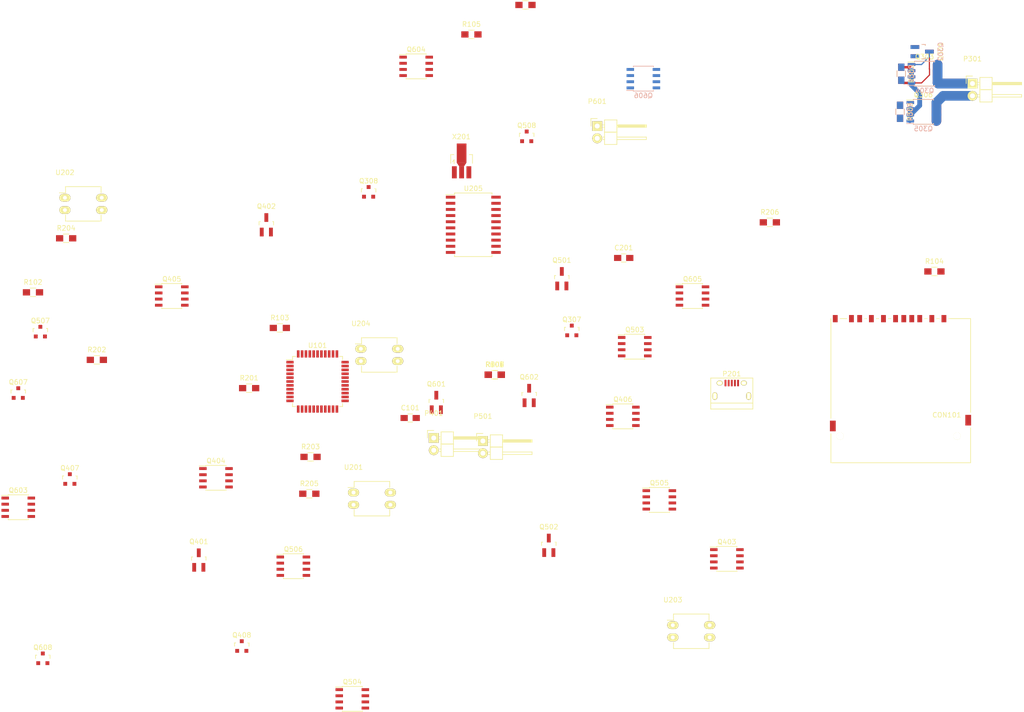
<source format=kicad_pcb>
(kicad_pcb (version 4) (host pcbnew 4.0.2-stable)

  (general
    (links 258)
    (no_connects 221)
    (area 0 0 0 0)
    (thickness 1.6)
    (drawings 0)
    (tracks 46)
    (zones 0)
    (modules 77)
    (nets 65)
  )

  (page A4)
  (layers
    (0 F.Cu signal)
    (31 B.Cu signal)
    (32 B.Adhes user hide)
    (33 F.Adhes user hide)
    (34 B.Paste user hide)
    (35 F.Paste user hide)
    (36 B.SilkS user hide)
    (37 F.SilkS user hide)
    (38 B.Mask user hide)
    (39 F.Mask user hide)
    (40 Dwgs.User user hide)
    (41 Cmts.User user hide)
    (42 Eco1.User user hide)
    (43 Eco2.User user hide)
    (44 Edge.Cuts user hide)
    (45 Margin user hide)
    (46 B.CrtYd user hide)
    (47 F.CrtYd user hide)
    (48 B.Fab user hide)
    (49 F.Fab user hide)
  )

  (setup
    (last_trace_width 0.5)
    (user_trace_width 0.5)
    (user_trace_width 1)
    (user_trace_width 2)
    (trace_clearance 0.2)
    (zone_clearance 0.508)
    (zone_45_only no)
    (trace_min 0.2)
    (segment_width 0.2)
    (edge_width 0.15)
    (via_size 0.6)
    (via_drill 0.4)
    (via_min_size 0.4)
    (via_min_drill 0.3)
    (uvia_size 0.3)
    (uvia_drill 0.1)
    (uvias_allowed no)
    (uvia_min_size 0.2)
    (uvia_min_drill 0.1)
    (pcb_text_width 0.3)
    (pcb_text_size 1.5 1.5)
    (mod_edge_width 0.15)
    (mod_text_size 1 1)
    (mod_text_width 0.15)
    (pad_size 1.524 1.524)
    (pad_drill 0.762)
    (pad_to_mask_clearance 0.2)
    (aux_axis_origin 0 0)
    (grid_origin 112.903 112.268)
    (visible_elements FFFFFF1F)
    (pcbplotparams
      (layerselection 0x00030_80000001)
      (usegerberextensions false)
      (excludeedgelayer true)
      (linewidth 0.100000)
      (plotframeref false)
      (viasonmask false)
      (mode 1)
      (useauxorigin false)
      (hpglpennumber 1)
      (hpglpenspeed 20)
      (hpglpendiameter 15)
      (hpglpenoverlay 2)
      (psnegative false)
      (psa4output false)
      (plotreference true)
      (plotvalue true)
      (plotinvisibletext false)
      (padsonsilk false)
      (subtractmaskfromsilk false)
      (outputformat 1)
      (mirror false)
      (drillshape 1)
      (scaleselection 1)
      (outputdirectory ""))
  )

  (net 0 "")
  (net 1 GND_USB)
  (net 2 /uart/V_USB)
  (net 3 +3V3)
  (net 4 /SD_Dout)
  (net 5 /uart/RX)
  (net 6 GND)
  (net 7 /uart/RTS)
  (net 8 /uart/TX)
  (net 9 /uart/CTS)
  (net 10 "Net-(C101-Pad1)")
  (net 11 "Net-(C201-Pad2)")
  (net 12 "Net-(CON101-Pad1)")
  (net 13 /SD_Din)
  (net 14 /SD_clk)
  (net 15 "Net-(CON101-Pad8)")
  (net 16 "Net-(CON101-Pad9)")
  (net 17 "Net-(P201-Pad2)")
  (net 18 "Net-(P201-Pad3)")
  (net 19 "Net-(P301-Pad1)")
  (net 20 "Net-(P301-Pad2)")
  (net 21 "Net-(P401-Pad1)")
  (net 22 "Net-(P401-Pad2)")
  (net 23 "Net-(P501-Pad1)")
  (net 24 "Net-(P501-Pad2)")
  (net 25 "Net-(P601-Pad1)")
  (net 26 "Net-(P601-Pad2)")
  (net 27 /hbridge1/INA)
  (net 28 PWR_GND)
  (net 29 "Net-(Q301-Pad3)")
  (net 30 "Net-(Q302-Pad3)")
  (net 31 Vpower)
  (net 32 "Net-(Q305-Pad4)")
  (net 33 "Net-(Q306-Pad4)")
  (net 34 /hbridge1/INB)
  (net 35 /hbridge2/INA)
  (net 36 "Net-(Q401-Pad3)")
  (net 37 "Net-(Q402-Pad3)")
  (net 38 "Net-(Q405-Pad4)")
  (net 39 "Net-(Q406-Pad4)")
  (net 40 /hbridge2/INB)
  (net 41 /hbridge3/INA)
  (net 42 "Net-(Q501-Pad3)")
  (net 43 "Net-(Q502-Pad3)")
  (net 44 "Net-(Q505-Pad4)")
  (net 45 "Net-(Q506-Pad4)")
  (net 46 /hbridge3/INB)
  (net 47 /hbridge4/INA)
  (net 48 "Net-(Q601-Pad3)")
  (net 49 "Net-(Q602-Pad3)")
  (net 50 "Net-(Q605-Pad4)")
  (net 51 "Net-(Q606-Pad4)")
  (net 52 /hbridge4/INB)
  (net 53 "Net-(R101-Pad1)")
  (net 54 "Net-(R203-Pad1)")
  (net 55 "Net-(R204-Pad1)")
  (net 56 "Net-(R205-Pad2)")
  (net 57 "Net-(R206-Pad2)")
  (net 58 "Net-(R207-Pad1)")
  (net 59 "Net-(R208-Pad1)")
  (net 60 "Net-(R209-Pad2)")
  (net 61 "Net-(U203-Pad1)")
  (net 62 "Net-(U204-Pad1)")
  (net 63 "Net-(U205-Pad2)")
  (net 64 "Net-(U205-Pad3)")

  (net_class Default "This is the default net class."
    (clearance 0.2)
    (trace_width 0.25)
    (via_dia 0.6)
    (via_drill 0.4)
    (uvia_dia 0.3)
    (uvia_drill 0.1)
    (add_net +3V3)
    (add_net /SD_Din)
    (add_net /SD_Dout)
    (add_net /SD_clk)
    (add_net /hbridge1/INA)
    (add_net /hbridge1/INB)
    (add_net /hbridge2/INA)
    (add_net /hbridge2/INB)
    (add_net /hbridge3/INA)
    (add_net /hbridge3/INB)
    (add_net /hbridge4/INA)
    (add_net /hbridge4/INB)
    (add_net /uart/CTS)
    (add_net /uart/RTS)
    (add_net /uart/RX)
    (add_net /uart/TX)
    (add_net /uart/V_USB)
    (add_net GND)
    (add_net GND_USB)
    (add_net "Net-(C101-Pad1)")
    (add_net "Net-(C201-Pad2)")
    (add_net "Net-(CON101-Pad1)")
    (add_net "Net-(CON101-Pad8)")
    (add_net "Net-(CON101-Pad9)")
    (add_net "Net-(P201-Pad2)")
    (add_net "Net-(P201-Pad3)")
    (add_net "Net-(P301-Pad1)")
    (add_net "Net-(P301-Pad2)")
    (add_net "Net-(P401-Pad1)")
    (add_net "Net-(P401-Pad2)")
    (add_net "Net-(P501-Pad1)")
    (add_net "Net-(P501-Pad2)")
    (add_net "Net-(P601-Pad1)")
    (add_net "Net-(P601-Pad2)")
    (add_net "Net-(Q301-Pad3)")
    (add_net "Net-(Q302-Pad3)")
    (add_net "Net-(Q305-Pad4)")
    (add_net "Net-(Q306-Pad4)")
    (add_net "Net-(Q401-Pad3)")
    (add_net "Net-(Q402-Pad3)")
    (add_net "Net-(Q405-Pad4)")
    (add_net "Net-(Q406-Pad4)")
    (add_net "Net-(Q501-Pad3)")
    (add_net "Net-(Q502-Pad3)")
    (add_net "Net-(Q505-Pad4)")
    (add_net "Net-(Q506-Pad4)")
    (add_net "Net-(Q601-Pad3)")
    (add_net "Net-(Q602-Pad3)")
    (add_net "Net-(Q605-Pad4)")
    (add_net "Net-(Q606-Pad4)")
    (add_net "Net-(R101-Pad1)")
    (add_net "Net-(R203-Pad1)")
    (add_net "Net-(R204-Pad1)")
    (add_net "Net-(R205-Pad2)")
    (add_net "Net-(R206-Pad2)")
    (add_net "Net-(R207-Pad1)")
    (add_net "Net-(R208-Pad1)")
    (add_net "Net-(R209-Pad2)")
    (add_net "Net-(U203-Pad1)")
    (add_net "Net-(U204-Pad1)")
    (add_net "Net-(U205-Pad2)")
    (add_net "Net-(U205-Pad3)")
    (add_net PWR_GND)
    (add_net Vpower)
  )

  (module Capacitors_SMD:C_0805_HandSoldering (layer F.Cu) (tedit 541A9B8D) (tstamp 57730C38)
    (at 139.863 106.508)
    (descr "Capacitor SMD 0805, hand soldering")
    (tags "capacitor 0805")
    (path /575F243C)
    (attr smd)
    (fp_text reference C101 (at 0 -2.1) (layer F.SilkS)
      (effects (font (size 1 1) (thickness 0.15)))
    )
    (fp_text value 1uF (at 0 2.1) (layer F.Fab)
      (effects (font (size 1 1) (thickness 0.15)))
    )
    (fp_line (start -2.3 -1) (end 2.3 -1) (layer F.CrtYd) (width 0.05))
    (fp_line (start -2.3 1) (end 2.3 1) (layer F.CrtYd) (width 0.05))
    (fp_line (start -2.3 -1) (end -2.3 1) (layer F.CrtYd) (width 0.05))
    (fp_line (start 2.3 -1) (end 2.3 1) (layer F.CrtYd) (width 0.05))
    (fp_line (start 0.5 -0.85) (end -0.5 -0.85) (layer F.SilkS) (width 0.15))
    (fp_line (start -0.5 0.85) (end 0.5 0.85) (layer F.SilkS) (width 0.15))
    (pad 1 smd rect (at -1.25 0) (size 1.5 1.25) (layers F.Cu F.Paste F.Mask)
      (net 10 "Net-(C101-Pad1)"))
    (pad 2 smd rect (at 1.25 0) (size 1.5 1.25) (layers F.Cu F.Paste F.Mask)
      (net 6 GND))
    (model Capacitors_SMD.3dshapes/C_0805_HandSoldering.wrl
      (at (xyz 0 0 0))
      (scale (xyz 1 1 1))
      (rotate (xyz 0 0 0))
    )
  )

  (module Capacitors_SMD:C_0805_HandSoldering (layer F.Cu) (tedit 541A9B8D) (tstamp 57730C3E)
    (at 184.023 73.406)
    (descr "Capacitor SMD 0805, hand soldering")
    (tags "capacitor 0805")
    (path /57222A09/57226DF4)
    (attr smd)
    (fp_text reference C201 (at 0 -2.1) (layer F.SilkS)
      (effects (font (size 1 1) (thickness 0.15)))
    )
    (fp_text value C (at 0 2.1) (layer F.Fab)
      (effects (font (size 1 1) (thickness 0.15)))
    )
    (fp_line (start -2.3 -1) (end 2.3 -1) (layer F.CrtYd) (width 0.05))
    (fp_line (start -2.3 1) (end 2.3 1) (layer F.CrtYd) (width 0.05))
    (fp_line (start -2.3 -1) (end -2.3 1) (layer F.CrtYd) (width 0.05))
    (fp_line (start 2.3 -1) (end 2.3 1) (layer F.CrtYd) (width 0.05))
    (fp_line (start 0.5 -0.85) (end -0.5 -0.85) (layer F.SilkS) (width 0.15))
    (fp_line (start -0.5 0.85) (end 0.5 0.85) (layer F.SilkS) (width 0.15))
    (pad 1 smd rect (at -1.25 0) (size 1.5 1.25) (layers F.Cu F.Paste F.Mask)
      (net 1 GND_USB))
    (pad 2 smd rect (at 1.25 0) (size 1.5 1.25) (layers F.Cu F.Paste F.Mask)
      (net 11 "Net-(C201-Pad2)"))
    (model Capacitors_SMD.3dshapes/C_0805_HandSoldering.wrl
      (at (xyz 0 0 0))
      (scale (xyz 1 1 1))
      (rotate (xyz 0 0 0))
    )
  )

  (module Connect:SD_Card_Receptacle (layer F.Cu) (tedit 54A89A84) (tstamp 57730C51)
    (at 240.873 85.958)
    (path /571B46FE)
    (fp_text reference CON101 (at 9.96386 19.9312) (layer F.SilkS)
      (effects (font (size 1 1) (thickness 0.15)))
    )
    (fp_text value SD_Card (at -1.2 9) (layer F.Fab)
      (effects (font (size 1 1) (thickness 0.15)))
    )
    (fp_line (start -14.7 41.05) (end 15.5 41.05) (layer F.CrtYd) (width 0.05))
    (fp_line (start 15.5 41.05) (end 15.5 -1.25) (layer F.CrtYd) (width 0.05))
    (fp_line (start 15.5 -1.25) (end -14.7 -1.25) (layer F.CrtYd) (width 0.05))
    (fp_line (start -14.7 -1.25) (end -14.7 41.05) (layer F.CrtYd) (width 0.05))
    (fp_line (start 7.9 0) (end 8.4 0) (layer F.SilkS) (width 0.15))
    (fp_line (start 5.4 0) (end 5.9 0) (layer F.SilkS) (width 0.15))
    (fp_line (start -2.1 0) (end -1.6 0) (layer F.SilkS) (width 0.15))
    (fp_line (start -4.6 0) (end -4.1 0) (layer F.SilkS) (width 0.15))
    (fp_line (start -7 0) (end -6.6 0) (layer F.SilkS) (width 0.15))
    (fp_line (start -12.1 0) (end -10.7 0) (layer F.SilkS) (width 0.15))
    (fp_line (start -14 20.6) (end -14 0) (layer F.SilkS) (width 0.15))
    (fp_line (start 14.9 19.4) (end 14.9 0) (layer F.SilkS) (width 0.15))
    (fp_line (start 14.9 0) (end 10.4 0) (layer F.SilkS) (width 0.15))
    (fp_line (start 14.9 29.8) (end -14 29.8) (layer F.SilkS) (width 0.15))
    (fp_line (start -14 29.8) (end -14 23.8) (layer F.SilkS) (width 0.15))
    (fp_line (start 14.9 29.8) (end 14.9 22.6) (layer F.SilkS) (width 0.15))
    (pad 1 smd rect (at 6.875 0) (size 1 1.5) (layers F.Cu F.Paste F.Mask)
      (net 12 "Net-(CON101-Pad1)"))
    (pad 2 smd rect (at 4.375 0) (size 1 1.5) (layers F.Cu F.Paste F.Mask)
      (net 13 /SD_Din))
    (pad 3 smd rect (at 1.075 0) (size 1 1.5) (layers F.Cu F.Paste F.Mask)
      (net 6 GND))
    (pad 4 smd rect (at -0.625 0) (size 1 1.5) (layers F.Cu F.Paste F.Mask)
      (net 3 +3V3))
    (pad 5 smd rect (at -3.125 0) (size 1 1.5) (layers F.Cu F.Paste F.Mask)
      (net 14 /SD_clk))
    (pad 6 smd rect (at -5.625 0) (size 1 1.5) (layers F.Cu F.Paste F.Mask)
      (net 6 GND))
    (pad 7 smd rect (at -8.05 0) (size 1 1.5) (layers F.Cu F.Paste F.Mask)
      (net 4 /SD_Dout))
    (pad 8 smd rect (at -9.75 0) (size 1 1.5) (layers F.Cu F.Paste F.Mask)
      (net 15 "Net-(CON101-Pad8)"))
    (pad 9 smd rect (at 9.375 0) (size 1 1.5) (layers F.Cu F.Paste F.Mask)
      (net 16 "Net-(CON101-Pad9)"))
    (pad 10 smd rect (at 2.725 0) (size 1 1.5) (layers F.Cu F.Paste F.Mask))
    (pad 11 smd rect (at -13.1 0) (size 1 1.5) (layers F.Cu F.Paste F.Mask))
    (pad 12 smd rect (at 14.4 21) (size 1.2 2.2) (layers F.Cu F.Paste F.Mask)
      (net 6 GND))
    (pad 13 smd rect (at -13.6 22.2) (size 1.2 2.2) (layers F.Cu F.Paste F.Mask)
      (net 6 GND))
    (pad "" np_thru_hole circle (at 12.1 24.3) (size 1.5 1.5) (drill 1.5) (layers *.Cu *.Mask F.SilkS))
    (pad "" np_thru_hole circle (at -12.1 24.3) (size 1.5 1.5) (drill 1.5) (layers *.Cu *.Mask F.SilkS))
  )

  (module Connect:USB_Micro-B (layer F.Cu) (tedit 5543E447) (tstamp 57730C5E)
    (at 206.375 100.838)
    (descr "Micro USB Type B Receptacle")
    (tags "USB USB_B USB_micro USB_OTG")
    (path /57222A09/5743537B)
    (attr smd)
    (fp_text reference P201 (at 0 -3.45) (layer F.SilkS)
      (effects (font (size 1 1) (thickness 0.15)))
    )
    (fp_text value USB_OTG (at 0 4.8) (layer F.Fab)
      (effects (font (size 1 1) (thickness 0.15)))
    )
    (fp_line (start -4.6 -2.8) (end 4.6 -2.8) (layer F.CrtYd) (width 0.05))
    (fp_line (start 4.6 -2.8) (end 4.6 4.05) (layer F.CrtYd) (width 0.05))
    (fp_line (start 4.6 4.05) (end -4.6 4.05) (layer F.CrtYd) (width 0.05))
    (fp_line (start -4.6 4.05) (end -4.6 -2.8) (layer F.CrtYd) (width 0.05))
    (fp_line (start -4.3509 3.81746) (end 4.3491 3.81746) (layer F.SilkS) (width 0.15))
    (fp_line (start -4.3509 -2.58754) (end 4.3491 -2.58754) (layer F.SilkS) (width 0.15))
    (fp_line (start 4.3491 -2.58754) (end 4.3491 3.81746) (layer F.SilkS) (width 0.15))
    (fp_line (start 4.3491 2.58746) (end -4.3509 2.58746) (layer F.SilkS) (width 0.15))
    (fp_line (start -4.3509 3.81746) (end -4.3509 -2.58754) (layer F.SilkS) (width 0.15))
    (pad 1 smd rect (at -1.3009 -1.56254 90) (size 1.35 0.4) (layers F.Cu F.Paste F.Mask)
      (net 2 /uart/V_USB))
    (pad 2 smd rect (at -0.6509 -1.56254 90) (size 1.35 0.4) (layers F.Cu F.Paste F.Mask)
      (net 17 "Net-(P201-Pad2)"))
    (pad 3 smd rect (at -0.0009 -1.56254 90) (size 1.35 0.4) (layers F.Cu F.Paste F.Mask)
      (net 18 "Net-(P201-Pad3)"))
    (pad 4 smd rect (at 0.6491 -1.56254 90) (size 1.35 0.4) (layers F.Cu F.Paste F.Mask))
    (pad 5 smd rect (at 1.2991 -1.56254 90) (size 1.35 0.4) (layers F.Cu F.Paste F.Mask)
      (net 1 GND_USB))
    (pad 6 thru_hole oval (at -2.5009 -1.56254 90) (size 0.95 1.25) (drill oval 0.55 0.85) (layers *.Cu *.Mask F.SilkS)
      (net 1 GND_USB))
    (pad 6 thru_hole oval (at 2.4991 -1.56254 90) (size 0.95 1.25) (drill oval 0.55 0.85) (layers *.Cu *.Mask F.SilkS)
      (net 1 GND_USB))
    (pad 6 thru_hole oval (at -3.5009 1.13746 90) (size 1.55 1) (drill oval 1.15 0.5) (layers *.Cu *.Mask F.SilkS)
      (net 1 GND_USB))
    (pad 6 thru_hole oval (at 3.4991 1.13746 90) (size 1.55 1) (drill oval 1.15 0.5) (layers *.Cu *.Mask F.SilkS)
      (net 1 GND_USB))
  )

  (module Pin_Headers:Pin_Header_Angled_1x02 (layer F.Cu) (tedit 0) (tstamp 57730C64)
    (at 256.159 37.338)
    (descr "Through hole pin header")
    (tags "pin header")
    (path /575F3DF9/5773366B)
    (fp_text reference P301 (at 0 -5.1) (layer F.SilkS)
      (effects (font (size 1 1) (thickness 0.15)))
    )
    (fp_text value CONN_01X02 (at 0 -3.1) (layer F.Fab)
      (effects (font (size 1 1) (thickness 0.15)))
    )
    (fp_line (start -1.5 -1.75) (end -1.5 4.3) (layer F.CrtYd) (width 0.05))
    (fp_line (start 10.65 -1.75) (end 10.65 4.3) (layer F.CrtYd) (width 0.05))
    (fp_line (start -1.5 -1.75) (end 10.65 -1.75) (layer F.CrtYd) (width 0.05))
    (fp_line (start -1.5 4.3) (end 10.65 4.3) (layer F.CrtYd) (width 0.05))
    (fp_line (start -1.3 -1.55) (end -1.3 0) (layer F.SilkS) (width 0.15))
    (fp_line (start 0 -1.55) (end -1.3 -1.55) (layer F.SilkS) (width 0.15))
    (fp_line (start 4.191 -0.127) (end 10.033 -0.127) (layer F.SilkS) (width 0.15))
    (fp_line (start 10.033 -0.127) (end 10.033 0.127) (layer F.SilkS) (width 0.15))
    (fp_line (start 10.033 0.127) (end 4.191 0.127) (layer F.SilkS) (width 0.15))
    (fp_line (start 4.191 0.127) (end 4.191 0) (layer F.SilkS) (width 0.15))
    (fp_line (start 4.191 0) (end 10.033 0) (layer F.SilkS) (width 0.15))
    (fp_line (start 1.524 -0.254) (end 1.143 -0.254) (layer F.SilkS) (width 0.15))
    (fp_line (start 1.524 0.254) (end 1.143 0.254) (layer F.SilkS) (width 0.15))
    (fp_line (start 1.524 2.286) (end 1.143 2.286) (layer F.SilkS) (width 0.15))
    (fp_line (start 1.524 2.794) (end 1.143 2.794) (layer F.SilkS) (width 0.15))
    (fp_line (start 1.524 -1.27) (end 4.064 -1.27) (layer F.SilkS) (width 0.15))
    (fp_line (start 1.524 1.27) (end 4.064 1.27) (layer F.SilkS) (width 0.15))
    (fp_line (start 1.524 1.27) (end 1.524 3.81) (layer F.SilkS) (width 0.15))
    (fp_line (start 1.524 3.81) (end 4.064 3.81) (layer F.SilkS) (width 0.15))
    (fp_line (start 4.064 2.286) (end 10.16 2.286) (layer F.SilkS) (width 0.15))
    (fp_line (start 10.16 2.286) (end 10.16 2.794) (layer F.SilkS) (width 0.15))
    (fp_line (start 10.16 2.794) (end 4.064 2.794) (layer F.SilkS) (width 0.15))
    (fp_line (start 4.064 3.81) (end 4.064 1.27) (layer F.SilkS) (width 0.15))
    (fp_line (start 4.064 1.27) (end 4.064 -1.27) (layer F.SilkS) (width 0.15))
    (fp_line (start 10.16 0.254) (end 4.064 0.254) (layer F.SilkS) (width 0.15))
    (fp_line (start 10.16 -0.254) (end 10.16 0.254) (layer F.SilkS) (width 0.15))
    (fp_line (start 4.064 -0.254) (end 10.16 -0.254) (layer F.SilkS) (width 0.15))
    (fp_line (start 1.524 1.27) (end 4.064 1.27) (layer F.SilkS) (width 0.15))
    (fp_line (start 1.524 -1.27) (end 1.524 1.27) (layer F.SilkS) (width 0.15))
    (pad 1 thru_hole rect (at 0 0) (size 2.032 2.032) (drill 1.016) (layers *.Cu *.Mask F.SilkS)
      (net 19 "Net-(P301-Pad1)"))
    (pad 2 thru_hole oval (at 0 2.54) (size 2.032 2.032) (drill 1.016) (layers *.Cu *.Mask F.SilkS)
      (net 20 "Net-(P301-Pad2)"))
    (model Pin_Headers.3dshapes/Pin_Header_Angled_1x02.wrl
      (at (xyz 0 -0.05 0))
      (scale (xyz 1 1 1))
      (rotate (xyz 0 0 90))
    )
  )

  (module Pin_Headers:Pin_Header_Angled_1x02 (layer F.Cu) (tedit 0) (tstamp 57730C6A)
    (at 144.733 110.638)
    (descr "Through hole pin header")
    (tags "pin header")
    (path /5773553D/5773366B)
    (fp_text reference P401 (at 0 -5.1) (layer F.SilkS)
      (effects (font (size 1 1) (thickness 0.15)))
    )
    (fp_text value CONN_01X02 (at 0 -3.1) (layer F.Fab)
      (effects (font (size 1 1) (thickness 0.15)))
    )
    (fp_line (start -1.5 -1.75) (end -1.5 4.3) (layer F.CrtYd) (width 0.05))
    (fp_line (start 10.65 -1.75) (end 10.65 4.3) (layer F.CrtYd) (width 0.05))
    (fp_line (start -1.5 -1.75) (end 10.65 -1.75) (layer F.CrtYd) (width 0.05))
    (fp_line (start -1.5 4.3) (end 10.65 4.3) (layer F.CrtYd) (width 0.05))
    (fp_line (start -1.3 -1.55) (end -1.3 0) (layer F.SilkS) (width 0.15))
    (fp_line (start 0 -1.55) (end -1.3 -1.55) (layer F.SilkS) (width 0.15))
    (fp_line (start 4.191 -0.127) (end 10.033 -0.127) (layer F.SilkS) (width 0.15))
    (fp_line (start 10.033 -0.127) (end 10.033 0.127) (layer F.SilkS) (width 0.15))
    (fp_line (start 10.033 0.127) (end 4.191 0.127) (layer F.SilkS) (width 0.15))
    (fp_line (start 4.191 0.127) (end 4.191 0) (layer F.SilkS) (width 0.15))
    (fp_line (start 4.191 0) (end 10.033 0) (layer F.SilkS) (width 0.15))
    (fp_line (start 1.524 -0.254) (end 1.143 -0.254) (layer F.SilkS) (width 0.15))
    (fp_line (start 1.524 0.254) (end 1.143 0.254) (layer F.SilkS) (width 0.15))
    (fp_line (start 1.524 2.286) (end 1.143 2.286) (layer F.SilkS) (width 0.15))
    (fp_line (start 1.524 2.794) (end 1.143 2.794) (layer F.SilkS) (width 0.15))
    (fp_line (start 1.524 -1.27) (end 4.064 -1.27) (layer F.SilkS) (width 0.15))
    (fp_line (start 1.524 1.27) (end 4.064 1.27) (layer F.SilkS) (width 0.15))
    (fp_line (start 1.524 1.27) (end 1.524 3.81) (layer F.SilkS) (width 0.15))
    (fp_line (start 1.524 3.81) (end 4.064 3.81) (layer F.SilkS) (width 0.15))
    (fp_line (start 4.064 2.286) (end 10.16 2.286) (layer F.SilkS) (width 0.15))
    (fp_line (start 10.16 2.286) (end 10.16 2.794) (layer F.SilkS) (width 0.15))
    (fp_line (start 10.16 2.794) (end 4.064 2.794) (layer F.SilkS) (width 0.15))
    (fp_line (start 4.064 3.81) (end 4.064 1.27) (layer F.SilkS) (width 0.15))
    (fp_line (start 4.064 1.27) (end 4.064 -1.27) (layer F.SilkS) (width 0.15))
    (fp_line (start 10.16 0.254) (end 4.064 0.254) (layer F.SilkS) (width 0.15))
    (fp_line (start 10.16 -0.254) (end 10.16 0.254) (layer F.SilkS) (width 0.15))
    (fp_line (start 4.064 -0.254) (end 10.16 -0.254) (layer F.SilkS) (width 0.15))
    (fp_line (start 1.524 1.27) (end 4.064 1.27) (layer F.SilkS) (width 0.15))
    (fp_line (start 1.524 -1.27) (end 1.524 1.27) (layer F.SilkS) (width 0.15))
    (pad 1 thru_hole rect (at 0 0) (size 2.032 2.032) (drill 1.016) (layers *.Cu *.Mask F.SilkS)
      (net 21 "Net-(P401-Pad1)"))
    (pad 2 thru_hole oval (at 0 2.54) (size 2.032 2.032) (drill 1.016) (layers *.Cu *.Mask F.SilkS)
      (net 22 "Net-(P401-Pad2)"))
    (model Pin_Headers.3dshapes/Pin_Header_Angled_1x02.wrl
      (at (xyz 0 -0.05 0))
      (scale (xyz 1 1 1))
      (rotate (xyz 0 0 90))
    )
  )

  (module Pin_Headers:Pin_Header_Angled_1x02 (layer F.Cu) (tedit 0) (tstamp 57730C70)
    (at 154.903 111.258)
    (descr "Through hole pin header")
    (tags "pin header")
    (path /5773670F/5773366B)
    (fp_text reference P501 (at 0 -5.1) (layer F.SilkS)
      (effects (font (size 1 1) (thickness 0.15)))
    )
    (fp_text value CONN_01X02 (at 0 -3.1) (layer F.Fab)
      (effects (font (size 1 1) (thickness 0.15)))
    )
    (fp_line (start -1.5 -1.75) (end -1.5 4.3) (layer F.CrtYd) (width 0.05))
    (fp_line (start 10.65 -1.75) (end 10.65 4.3) (layer F.CrtYd) (width 0.05))
    (fp_line (start -1.5 -1.75) (end 10.65 -1.75) (layer F.CrtYd) (width 0.05))
    (fp_line (start -1.5 4.3) (end 10.65 4.3) (layer F.CrtYd) (width 0.05))
    (fp_line (start -1.3 -1.55) (end -1.3 0) (layer F.SilkS) (width 0.15))
    (fp_line (start 0 -1.55) (end -1.3 -1.55) (layer F.SilkS) (width 0.15))
    (fp_line (start 4.191 -0.127) (end 10.033 -0.127) (layer F.SilkS) (width 0.15))
    (fp_line (start 10.033 -0.127) (end 10.033 0.127) (layer F.SilkS) (width 0.15))
    (fp_line (start 10.033 0.127) (end 4.191 0.127) (layer F.SilkS) (width 0.15))
    (fp_line (start 4.191 0.127) (end 4.191 0) (layer F.SilkS) (width 0.15))
    (fp_line (start 4.191 0) (end 10.033 0) (layer F.SilkS) (width 0.15))
    (fp_line (start 1.524 -0.254) (end 1.143 -0.254) (layer F.SilkS) (width 0.15))
    (fp_line (start 1.524 0.254) (end 1.143 0.254) (layer F.SilkS) (width 0.15))
    (fp_line (start 1.524 2.286) (end 1.143 2.286) (layer F.SilkS) (width 0.15))
    (fp_line (start 1.524 2.794) (end 1.143 2.794) (layer F.SilkS) (width 0.15))
    (fp_line (start 1.524 -1.27) (end 4.064 -1.27) (layer F.SilkS) (width 0.15))
    (fp_line (start 1.524 1.27) (end 4.064 1.27) (layer F.SilkS) (width 0.15))
    (fp_line (start 1.524 1.27) (end 1.524 3.81) (layer F.SilkS) (width 0.15))
    (fp_line (start 1.524 3.81) (end 4.064 3.81) (layer F.SilkS) (width 0.15))
    (fp_line (start 4.064 2.286) (end 10.16 2.286) (layer F.SilkS) (width 0.15))
    (fp_line (start 10.16 2.286) (end 10.16 2.794) (layer F.SilkS) (width 0.15))
    (fp_line (start 10.16 2.794) (end 4.064 2.794) (layer F.SilkS) (width 0.15))
    (fp_line (start 4.064 3.81) (end 4.064 1.27) (layer F.SilkS) (width 0.15))
    (fp_line (start 4.064 1.27) (end 4.064 -1.27) (layer F.SilkS) (width 0.15))
    (fp_line (start 10.16 0.254) (end 4.064 0.254) (layer F.SilkS) (width 0.15))
    (fp_line (start 10.16 -0.254) (end 10.16 0.254) (layer F.SilkS) (width 0.15))
    (fp_line (start 4.064 -0.254) (end 10.16 -0.254) (layer F.SilkS) (width 0.15))
    (fp_line (start 1.524 1.27) (end 4.064 1.27) (layer F.SilkS) (width 0.15))
    (fp_line (start 1.524 -1.27) (end 1.524 1.27) (layer F.SilkS) (width 0.15))
    (pad 1 thru_hole rect (at 0 0) (size 2.032 2.032) (drill 1.016) (layers *.Cu *.Mask F.SilkS)
      (net 23 "Net-(P501-Pad1)"))
    (pad 2 thru_hole oval (at 0 2.54) (size 2.032 2.032) (drill 1.016) (layers *.Cu *.Mask F.SilkS)
      (net 24 "Net-(P501-Pad2)"))
    (model Pin_Headers.3dshapes/Pin_Header_Angled_1x02.wrl
      (at (xyz 0 -0.05 0))
      (scale (xyz 1 1 1))
      (rotate (xyz 0 0 90))
    )
  )

  (module Pin_Headers:Pin_Header_Angled_1x02 (layer F.Cu) (tedit 0) (tstamp 57730C76)
    (at 178.543 46.128)
    (descr "Through hole pin header")
    (tags "pin header")
    (path /57738529/5773366B)
    (fp_text reference P601 (at 0 -5.1) (layer F.SilkS)
      (effects (font (size 1 1) (thickness 0.15)))
    )
    (fp_text value CONN_01X02 (at 0 -3.1) (layer F.Fab)
      (effects (font (size 1 1) (thickness 0.15)))
    )
    (fp_line (start -1.5 -1.75) (end -1.5 4.3) (layer F.CrtYd) (width 0.05))
    (fp_line (start 10.65 -1.75) (end 10.65 4.3) (layer F.CrtYd) (width 0.05))
    (fp_line (start -1.5 -1.75) (end 10.65 -1.75) (layer F.CrtYd) (width 0.05))
    (fp_line (start -1.5 4.3) (end 10.65 4.3) (layer F.CrtYd) (width 0.05))
    (fp_line (start -1.3 -1.55) (end -1.3 0) (layer F.SilkS) (width 0.15))
    (fp_line (start 0 -1.55) (end -1.3 -1.55) (layer F.SilkS) (width 0.15))
    (fp_line (start 4.191 -0.127) (end 10.033 -0.127) (layer F.SilkS) (width 0.15))
    (fp_line (start 10.033 -0.127) (end 10.033 0.127) (layer F.SilkS) (width 0.15))
    (fp_line (start 10.033 0.127) (end 4.191 0.127) (layer F.SilkS) (width 0.15))
    (fp_line (start 4.191 0.127) (end 4.191 0) (layer F.SilkS) (width 0.15))
    (fp_line (start 4.191 0) (end 10.033 0) (layer F.SilkS) (width 0.15))
    (fp_line (start 1.524 -0.254) (end 1.143 -0.254) (layer F.SilkS) (width 0.15))
    (fp_line (start 1.524 0.254) (end 1.143 0.254) (layer F.SilkS) (width 0.15))
    (fp_line (start 1.524 2.286) (end 1.143 2.286) (layer F.SilkS) (width 0.15))
    (fp_line (start 1.524 2.794) (end 1.143 2.794) (layer F.SilkS) (width 0.15))
    (fp_line (start 1.524 -1.27) (end 4.064 -1.27) (layer F.SilkS) (width 0.15))
    (fp_line (start 1.524 1.27) (end 4.064 1.27) (layer F.SilkS) (width 0.15))
    (fp_line (start 1.524 1.27) (end 1.524 3.81) (layer F.SilkS) (width 0.15))
    (fp_line (start 1.524 3.81) (end 4.064 3.81) (layer F.SilkS) (width 0.15))
    (fp_line (start 4.064 2.286) (end 10.16 2.286) (layer F.SilkS) (width 0.15))
    (fp_line (start 10.16 2.286) (end 10.16 2.794) (layer F.SilkS) (width 0.15))
    (fp_line (start 10.16 2.794) (end 4.064 2.794) (layer F.SilkS) (width 0.15))
    (fp_line (start 4.064 3.81) (end 4.064 1.27) (layer F.SilkS) (width 0.15))
    (fp_line (start 4.064 1.27) (end 4.064 -1.27) (layer F.SilkS) (width 0.15))
    (fp_line (start 10.16 0.254) (end 4.064 0.254) (layer F.SilkS) (width 0.15))
    (fp_line (start 10.16 -0.254) (end 10.16 0.254) (layer F.SilkS) (width 0.15))
    (fp_line (start 4.064 -0.254) (end 10.16 -0.254) (layer F.SilkS) (width 0.15))
    (fp_line (start 1.524 1.27) (end 4.064 1.27) (layer F.SilkS) (width 0.15))
    (fp_line (start 1.524 -1.27) (end 1.524 1.27) (layer F.SilkS) (width 0.15))
    (pad 1 thru_hole rect (at 0 0) (size 2.032 2.032) (drill 1.016) (layers *.Cu *.Mask F.SilkS)
      (net 25 "Net-(P601-Pad1)"))
    (pad 2 thru_hole oval (at 0 2.54) (size 2.032 2.032) (drill 1.016) (layers *.Cu *.Mask F.SilkS)
      (net 26 "Net-(P601-Pad2)"))
    (model Pin_Headers.3dshapes/Pin_Header_Angled_1x02.wrl
      (at (xyz 0 -0.05 0))
      (scale (xyz 1 1 1))
      (rotate (xyz 0 0 90))
    )
  )

  (module TO_SOT_Packages_SMD:SOT-23_Handsoldering (layer F.Cu) (tedit 54E9291B) (tstamp 57730C7D)
    (at 245.745 30.734 270)
    (descr "SOT-23, Handsoldering")
    (tags SOT-23)
    (path /575F3DF9/5772F4D8)
    (attr smd)
    (fp_text reference Q301 (at 0 -3.81 270) (layer F.SilkS)
      (effects (font (size 1 1) (thickness 0.15)))
    )
    (fp_text value Q_NMOS_GSD (at 0 3.81 270) (layer F.Fab)
      (effects (font (size 1 1) (thickness 0.15)))
    )
    (fp_line (start -1.49982 0.0508) (end -1.49982 -0.65024) (layer F.SilkS) (width 0.15))
    (fp_line (start -1.49982 -0.65024) (end -1.2509 -0.65024) (layer F.SilkS) (width 0.15))
    (fp_line (start 1.29916 -0.65024) (end 1.49982 -0.65024) (layer F.SilkS) (width 0.15))
    (fp_line (start 1.49982 -0.65024) (end 1.49982 0.0508) (layer F.SilkS) (width 0.15))
    (pad 1 smd rect (at -0.95 1.50114 270) (size 0.8001 1.80086) (layers F.Cu F.Paste F.Mask)
      (net 27 /hbridge1/INA))
    (pad 2 smd rect (at 0.95 1.50114 270) (size 0.8001 1.80086) (layers F.Cu F.Paste F.Mask)
      (net 28 PWR_GND))
    (pad 3 smd rect (at 0 -1.50114 270) (size 0.8001 1.80086) (layers F.Cu F.Paste F.Mask)
      (net 29 "Net-(Q301-Pad3)"))
    (model TO_SOT_Packages_SMD.3dshapes/SOT-23_Handsoldering.wrl
      (at (xyz 0 0 0))
      (scale (xyz 1 1 1))
      (rotate (xyz 0 0 0))
    )
  )

  (module TO_SOT_Packages_SMD:SOT-23_Handsoldering (layer B.Cu) (tedit 54E9291B) (tstamp 57730C84)
    (at 245.745 30.734 90)
    (descr "SOT-23, Handsoldering")
    (tags SOT-23)
    (path /575F3DF9/577314C2)
    (attr smd)
    (fp_text reference Q302 (at 0 3.81 90) (layer B.SilkS)
      (effects (font (size 1 1) (thickness 0.15)) (justify mirror))
    )
    (fp_text value Q_NMOS_GSD (at 0 -3.81 90) (layer B.Fab)
      (effects (font (size 1 1) (thickness 0.15)) (justify mirror))
    )
    (fp_line (start -1.49982 -0.0508) (end -1.49982 0.65024) (layer B.SilkS) (width 0.15))
    (fp_line (start -1.49982 0.65024) (end -1.2509 0.65024) (layer B.SilkS) (width 0.15))
    (fp_line (start 1.29916 0.65024) (end 1.49982 0.65024) (layer B.SilkS) (width 0.15))
    (fp_line (start 1.49982 0.65024) (end 1.49982 -0.0508) (layer B.SilkS) (width 0.15))
    (pad 1 smd rect (at -0.95 -1.50114 90) (size 0.8001 1.80086) (layers B.Cu B.Paste B.Mask)
      (net 27 /hbridge1/INA))
    (pad 2 smd rect (at 0.95 -1.50114 90) (size 0.8001 1.80086) (layers B.Cu B.Paste B.Mask)
      (net 28 PWR_GND))
    (pad 3 smd rect (at 0 1.50114 90) (size 0.8001 1.80086) (layers B.Cu B.Paste B.Mask)
      (net 30 "Net-(Q302-Pad3)"))
    (model TO_SOT_Packages_SMD.3dshapes/SOT-23_Handsoldering.wrl
      (at (xyz 0 0 0))
      (scale (xyz 1 1 1))
      (rotate (xyz 0 0 0))
    )
  )

  (module Housings_SOIC:SOIC-8_3.9x4.9mm_Pitch1.27mm (layer F.Cu) (tedit 54130A77) (tstamp 57730C90)
    (at 246.253 35.306)
    (descr "8-Lead Plastic Small Outline (SN) - Narrow, 3.90 mm Body [SOIC] (see Microchip Packaging Specification 00000049BS.pdf)")
    (tags "SOIC 1.27")
    (path /575F3DF9/57730B69)
    (attr smd)
    (fp_text reference Q303 (at 0 -3.5) (layer F.SilkS)
      (effects (font (size 1 1) (thickness 0.15)))
    )
    (fp_text value IRF7606PBF (at 0 3.5) (layer F.Fab)
      (effects (font (size 1 1) (thickness 0.15)))
    )
    (fp_line (start -3.75 -2.75) (end -3.75 2.75) (layer F.CrtYd) (width 0.05))
    (fp_line (start 3.75 -2.75) (end 3.75 2.75) (layer F.CrtYd) (width 0.05))
    (fp_line (start -3.75 -2.75) (end 3.75 -2.75) (layer F.CrtYd) (width 0.05))
    (fp_line (start -3.75 2.75) (end 3.75 2.75) (layer F.CrtYd) (width 0.05))
    (fp_line (start -2.075 -2.575) (end -2.075 -2.43) (layer F.SilkS) (width 0.15))
    (fp_line (start 2.075 -2.575) (end 2.075 -2.43) (layer F.SilkS) (width 0.15))
    (fp_line (start 2.075 2.575) (end 2.075 2.43) (layer F.SilkS) (width 0.15))
    (fp_line (start -2.075 2.575) (end -2.075 2.43) (layer F.SilkS) (width 0.15))
    (fp_line (start -2.075 -2.575) (end 2.075 -2.575) (layer F.SilkS) (width 0.15))
    (fp_line (start -2.075 2.575) (end 2.075 2.575) (layer F.SilkS) (width 0.15))
    (fp_line (start -2.075 -2.43) (end -3.475 -2.43) (layer F.SilkS) (width 0.15))
    (pad 1 smd rect (at -2.7 -1.905) (size 1.55 0.6) (layers F.Cu F.Paste F.Mask)
      (net 31 Vpower))
    (pad 2 smd rect (at -2.7 -0.635) (size 1.55 0.6) (layers F.Cu F.Paste F.Mask)
      (net 31 Vpower))
    (pad 3 smd rect (at -2.7 0.635) (size 1.55 0.6) (layers F.Cu F.Paste F.Mask)
      (net 31 Vpower))
    (pad 4 smd rect (at -2.7 1.905) (size 1.55 0.6) (layers F.Cu F.Paste F.Mask)
      (net 29 "Net-(Q301-Pad3)"))
    (pad 5 smd rect (at 2.7 1.905) (size 1.55 0.6) (layers F.Cu F.Paste F.Mask)
      (net 19 "Net-(P301-Pad1)"))
    (pad 6 smd rect (at 2.7 0.635) (size 1.55 0.6) (layers F.Cu F.Paste F.Mask)
      (net 19 "Net-(P301-Pad1)"))
    (pad 7 smd rect (at 2.7 -0.635) (size 1.55 0.6) (layers F.Cu F.Paste F.Mask)
      (net 19 "Net-(P301-Pad1)"))
    (pad 8 smd rect (at 2.7 -1.905) (size 1.55 0.6) (layers F.Cu F.Paste F.Mask)
      (net 19 "Net-(P301-Pad1)"))
    (model Housings_SOIC.3dshapes/SOIC-8_3.9x4.9mm_Pitch1.27mm.wrl
      (at (xyz 0 0 0))
      (scale (xyz 1 1 1))
      (rotate (xyz 0 0 0))
    )
  )

  (module Housings_SOIC:SOIC-8_3.9x4.9mm_Pitch1.27mm (layer B.Cu) (tedit 54130A77) (tstamp 57730C9C)
    (at 246.253 35.306)
    (descr "8-Lead Plastic Small Outline (SN) - Narrow, 3.90 mm Body [SOIC] (see Microchip Packaging Specification 00000049BS.pdf)")
    (tags "SOIC 1.27")
    (path /575F3DF9/5772EBDC)
    (attr smd)
    (fp_text reference Q304 (at 0 3.5) (layer B.SilkS)
      (effects (font (size 1 1) (thickness 0.15)) (justify mirror))
    )
    (fp_text value IRF7607PBF (at 0 -3.5) (layer B.Fab)
      (effects (font (size 1 1) (thickness 0.15)) (justify mirror))
    )
    (fp_line (start -3.75 2.75) (end -3.75 -2.75) (layer B.CrtYd) (width 0.05))
    (fp_line (start 3.75 2.75) (end 3.75 -2.75) (layer B.CrtYd) (width 0.05))
    (fp_line (start -3.75 2.75) (end 3.75 2.75) (layer B.CrtYd) (width 0.05))
    (fp_line (start -3.75 -2.75) (end 3.75 -2.75) (layer B.CrtYd) (width 0.05))
    (fp_line (start -2.075 2.575) (end -2.075 2.43) (layer B.SilkS) (width 0.15))
    (fp_line (start 2.075 2.575) (end 2.075 2.43) (layer B.SilkS) (width 0.15))
    (fp_line (start 2.075 -2.575) (end 2.075 -2.43) (layer B.SilkS) (width 0.15))
    (fp_line (start -2.075 -2.575) (end -2.075 -2.43) (layer B.SilkS) (width 0.15))
    (fp_line (start -2.075 2.575) (end 2.075 2.575) (layer B.SilkS) (width 0.15))
    (fp_line (start -2.075 -2.575) (end 2.075 -2.575) (layer B.SilkS) (width 0.15))
    (fp_line (start -2.075 2.43) (end -3.475 2.43) (layer B.SilkS) (width 0.15))
    (pad 1 smd rect (at -2.7 1.905) (size 1.55 0.6) (layers B.Cu B.Paste B.Mask)
      (net 28 PWR_GND))
    (pad 2 smd rect (at -2.7 0.635) (size 1.55 0.6) (layers B.Cu B.Paste B.Mask)
      (net 28 PWR_GND))
    (pad 3 smd rect (at -2.7 -0.635) (size 1.55 0.6) (layers B.Cu B.Paste B.Mask)
      (net 28 PWR_GND))
    (pad 4 smd rect (at -2.7 -1.905) (size 1.55 0.6) (layers B.Cu B.Paste B.Mask)
      (net 30 "Net-(Q302-Pad3)"))
    (pad 5 smd rect (at 2.7 -1.905) (size 1.55 0.6) (layers B.Cu B.Paste B.Mask)
      (net 19 "Net-(P301-Pad1)"))
    (pad 6 smd rect (at 2.7 -0.635) (size 1.55 0.6) (layers B.Cu B.Paste B.Mask)
      (net 19 "Net-(P301-Pad1)"))
    (pad 7 smd rect (at 2.7 0.635) (size 1.55 0.6) (layers B.Cu B.Paste B.Mask)
      (net 19 "Net-(P301-Pad1)"))
    (pad 8 smd rect (at 2.7 1.905) (size 1.55 0.6) (layers B.Cu B.Paste B.Mask)
      (net 19 "Net-(P301-Pad1)"))
    (model Housings_SOIC.3dshapes/SOIC-8_3.9x4.9mm_Pitch1.27mm.wrl
      (at (xyz 0 0 0))
      (scale (xyz 1 1 1))
      (rotate (xyz 0 0 0))
    )
  )

  (module Housings_SOIC:SOIC-8_3.9x4.9mm_Pitch1.27mm (layer B.Cu) (tedit 54130A77) (tstamp 57730CA8)
    (at 245.999 43.18)
    (descr "8-Lead Plastic Small Outline (SN) - Narrow, 3.90 mm Body [SOIC] (see Microchip Packaging Specification 00000049BS.pdf)")
    (tags "SOIC 1.27")
    (path /575F3DF9/57732FAC)
    (attr smd)
    (fp_text reference Q305 (at 0 3.5) (layer B.SilkS)
      (effects (font (size 1 1) (thickness 0.15)) (justify mirror))
    )
    (fp_text value IRF7607PBF (at 0 -3.5) (layer B.Fab)
      (effects (font (size 1 1) (thickness 0.15)) (justify mirror))
    )
    (fp_line (start -3.75 2.75) (end -3.75 -2.75) (layer B.CrtYd) (width 0.05))
    (fp_line (start 3.75 2.75) (end 3.75 -2.75) (layer B.CrtYd) (width 0.05))
    (fp_line (start -3.75 2.75) (end 3.75 2.75) (layer B.CrtYd) (width 0.05))
    (fp_line (start -3.75 -2.75) (end 3.75 -2.75) (layer B.CrtYd) (width 0.05))
    (fp_line (start -2.075 2.575) (end -2.075 2.43) (layer B.SilkS) (width 0.15))
    (fp_line (start 2.075 2.575) (end 2.075 2.43) (layer B.SilkS) (width 0.15))
    (fp_line (start 2.075 -2.575) (end 2.075 -2.43) (layer B.SilkS) (width 0.15))
    (fp_line (start -2.075 -2.575) (end -2.075 -2.43) (layer B.SilkS) (width 0.15))
    (fp_line (start -2.075 2.575) (end 2.075 2.575) (layer B.SilkS) (width 0.15))
    (fp_line (start -2.075 -2.575) (end 2.075 -2.575) (layer B.SilkS) (width 0.15))
    (fp_line (start -2.075 2.43) (end -3.475 2.43) (layer B.SilkS) (width 0.15))
    (pad 1 smd rect (at -2.7 1.905) (size 1.55 0.6) (layers B.Cu B.Paste B.Mask)
      (net 28 PWR_GND))
    (pad 2 smd rect (at -2.7 0.635) (size 1.55 0.6) (layers B.Cu B.Paste B.Mask)
      (net 28 PWR_GND))
    (pad 3 smd rect (at -2.7 -0.635) (size 1.55 0.6) (layers B.Cu B.Paste B.Mask)
      (net 28 PWR_GND))
    (pad 4 smd rect (at -2.7 -1.905) (size 1.55 0.6) (layers B.Cu B.Paste B.Mask)
      (net 32 "Net-(Q305-Pad4)"))
    (pad 5 smd rect (at 2.7 -1.905) (size 1.55 0.6) (layers B.Cu B.Paste B.Mask)
      (net 20 "Net-(P301-Pad2)"))
    (pad 6 smd rect (at 2.7 -0.635) (size 1.55 0.6) (layers B.Cu B.Paste B.Mask)
      (net 20 "Net-(P301-Pad2)"))
    (pad 7 smd rect (at 2.7 0.635) (size 1.55 0.6) (layers B.Cu B.Paste B.Mask)
      (net 20 "Net-(P301-Pad2)"))
    (pad 8 smd rect (at 2.7 1.905) (size 1.55 0.6) (layers B.Cu B.Paste B.Mask)
      (net 20 "Net-(P301-Pad2)"))
    (model Housings_SOIC.3dshapes/SOIC-8_3.9x4.9mm_Pitch1.27mm.wrl
      (at (xyz 0 0 0))
      (scale (xyz 1 1 1))
      (rotate (xyz 0 0 0))
    )
  )

  (module Housings_SOIC:SOIC-8_3.9x4.9mm_Pitch1.27mm (layer F.Cu) (tedit 54130A77) (tstamp 57730CB4)
    (at 245.999 43.18)
    (descr "8-Lead Plastic Small Outline (SN) - Narrow, 3.90 mm Body [SOIC] (see Microchip Packaging Specification 00000049BS.pdf)")
    (tags "SOIC 1.27")
    (path /575F3DF9/57732FBA)
    (attr smd)
    (fp_text reference Q306 (at 0 -3.5) (layer F.SilkS)
      (effects (font (size 1 1) (thickness 0.15)))
    )
    (fp_text value IRF7606PBF (at 0 3.5) (layer F.Fab)
      (effects (font (size 1 1) (thickness 0.15)))
    )
    (fp_line (start -3.75 -2.75) (end -3.75 2.75) (layer F.CrtYd) (width 0.05))
    (fp_line (start 3.75 -2.75) (end 3.75 2.75) (layer F.CrtYd) (width 0.05))
    (fp_line (start -3.75 -2.75) (end 3.75 -2.75) (layer F.CrtYd) (width 0.05))
    (fp_line (start -3.75 2.75) (end 3.75 2.75) (layer F.CrtYd) (width 0.05))
    (fp_line (start -2.075 -2.575) (end -2.075 -2.43) (layer F.SilkS) (width 0.15))
    (fp_line (start 2.075 -2.575) (end 2.075 -2.43) (layer F.SilkS) (width 0.15))
    (fp_line (start 2.075 2.575) (end 2.075 2.43) (layer F.SilkS) (width 0.15))
    (fp_line (start -2.075 2.575) (end -2.075 2.43) (layer F.SilkS) (width 0.15))
    (fp_line (start -2.075 -2.575) (end 2.075 -2.575) (layer F.SilkS) (width 0.15))
    (fp_line (start -2.075 2.575) (end 2.075 2.575) (layer F.SilkS) (width 0.15))
    (fp_line (start -2.075 -2.43) (end -3.475 -2.43) (layer F.SilkS) (width 0.15))
    (pad 1 smd rect (at -2.7 -1.905) (size 1.55 0.6) (layers F.Cu F.Paste F.Mask)
      (net 31 Vpower))
    (pad 2 smd rect (at -2.7 -0.635) (size 1.55 0.6) (layers F.Cu F.Paste F.Mask)
      (net 31 Vpower))
    (pad 3 smd rect (at -2.7 0.635) (size 1.55 0.6) (layers F.Cu F.Paste F.Mask)
      (net 31 Vpower))
    (pad 4 smd rect (at -2.7 1.905) (size 1.55 0.6) (layers F.Cu F.Paste F.Mask)
      (net 33 "Net-(Q306-Pad4)"))
    (pad 5 smd rect (at 2.7 1.905) (size 1.55 0.6) (layers F.Cu F.Paste F.Mask)
      (net 20 "Net-(P301-Pad2)"))
    (pad 6 smd rect (at 2.7 0.635) (size 1.55 0.6) (layers F.Cu F.Paste F.Mask)
      (net 20 "Net-(P301-Pad2)"))
    (pad 7 smd rect (at 2.7 -0.635) (size 1.55 0.6) (layers F.Cu F.Paste F.Mask)
      (net 20 "Net-(P301-Pad2)"))
    (pad 8 smd rect (at 2.7 -1.905) (size 1.55 0.6) (layers F.Cu F.Paste F.Mask)
      (net 20 "Net-(P301-Pad2)"))
    (model Housings_SOIC.3dshapes/SOIC-8_3.9x4.9mm_Pitch1.27mm.wrl
      (at (xyz 0 0 0))
      (scale (xyz 1 1 1))
      (rotate (xyz 0 0 0))
    )
  )

  (module TO_SOT_Packages_SMD:SOT-23 (layer F.Cu) (tedit 553634F8) (tstamp 57730CBB)
    (at 173.283 88.398)
    (descr "SOT-23, Standard")
    (tags SOT-23)
    (path /575F3DF9/57732FA0)
    (attr smd)
    (fp_text reference Q307 (at 0 -2.25) (layer F.SilkS)
      (effects (font (size 1 1) (thickness 0.15)))
    )
    (fp_text value Q_NMOS_GSD (at 0 2.3) (layer F.Fab)
      (effects (font (size 1 1) (thickness 0.15)))
    )
    (fp_line (start -1.65 -1.6) (end 1.65 -1.6) (layer F.CrtYd) (width 0.05))
    (fp_line (start 1.65 -1.6) (end 1.65 1.6) (layer F.CrtYd) (width 0.05))
    (fp_line (start 1.65 1.6) (end -1.65 1.6) (layer F.CrtYd) (width 0.05))
    (fp_line (start -1.65 1.6) (end -1.65 -1.6) (layer F.CrtYd) (width 0.05))
    (fp_line (start 1.29916 -0.65024) (end 1.2509 -0.65024) (layer F.SilkS) (width 0.15))
    (fp_line (start -1.49982 0.0508) (end -1.49982 -0.65024) (layer F.SilkS) (width 0.15))
    (fp_line (start -1.49982 -0.65024) (end -1.2509 -0.65024) (layer F.SilkS) (width 0.15))
    (fp_line (start 1.29916 -0.65024) (end 1.49982 -0.65024) (layer F.SilkS) (width 0.15))
    (fp_line (start 1.49982 -0.65024) (end 1.49982 0.0508) (layer F.SilkS) (width 0.15))
    (pad 1 smd rect (at -0.95 1.00076) (size 0.8001 0.8001) (layers F.Cu F.Paste F.Mask)
      (net 34 /hbridge1/INB))
    (pad 2 smd rect (at 0.95 1.00076) (size 0.8001 0.8001) (layers F.Cu F.Paste F.Mask)
      (net 28 PWR_GND))
    (pad 3 smd rect (at 0 -0.99822) (size 0.8001 0.8001) (layers F.Cu F.Paste F.Mask)
      (net 33 "Net-(Q306-Pad4)"))
    (model TO_SOT_Packages_SMD.3dshapes/SOT-23.wrl
      (at (xyz 0 0 0))
      (scale (xyz 1 1 1))
      (rotate (xyz 0 0 0))
    )
  )

  (module TO_SOT_Packages_SMD:SOT-23 (layer F.Cu) (tedit 553634F8) (tstamp 57730CC2)
    (at 131.263 59.738)
    (descr "SOT-23, Standard")
    (tags SOT-23)
    (path /575F3DF9/57732FCA)
    (attr smd)
    (fp_text reference Q308 (at 0 -2.25) (layer F.SilkS)
      (effects (font (size 1 1) (thickness 0.15)))
    )
    (fp_text value Q_NMOS_GSD (at 0 2.3) (layer F.Fab)
      (effects (font (size 1 1) (thickness 0.15)))
    )
    (fp_line (start -1.65 -1.6) (end 1.65 -1.6) (layer F.CrtYd) (width 0.05))
    (fp_line (start 1.65 -1.6) (end 1.65 1.6) (layer F.CrtYd) (width 0.05))
    (fp_line (start 1.65 1.6) (end -1.65 1.6) (layer F.CrtYd) (width 0.05))
    (fp_line (start -1.65 1.6) (end -1.65 -1.6) (layer F.CrtYd) (width 0.05))
    (fp_line (start 1.29916 -0.65024) (end 1.2509 -0.65024) (layer F.SilkS) (width 0.15))
    (fp_line (start -1.49982 0.0508) (end -1.49982 -0.65024) (layer F.SilkS) (width 0.15))
    (fp_line (start -1.49982 -0.65024) (end -1.2509 -0.65024) (layer F.SilkS) (width 0.15))
    (fp_line (start 1.29916 -0.65024) (end 1.49982 -0.65024) (layer F.SilkS) (width 0.15))
    (fp_line (start 1.49982 -0.65024) (end 1.49982 0.0508) (layer F.SilkS) (width 0.15))
    (pad 1 smd rect (at -0.95 1.00076) (size 0.8001 0.8001) (layers F.Cu F.Paste F.Mask)
      (net 34 /hbridge1/INB))
    (pad 2 smd rect (at 0.95 1.00076) (size 0.8001 0.8001) (layers F.Cu F.Paste F.Mask)
      (net 28 PWR_GND))
    (pad 3 smd rect (at 0 -0.99822) (size 0.8001 0.8001) (layers F.Cu F.Paste F.Mask)
      (net 32 "Net-(Q305-Pad4)"))
    (model TO_SOT_Packages_SMD.3dshapes/SOT-23.wrl
      (at (xyz 0 0 0))
      (scale (xyz 1 1 1))
      (rotate (xyz 0 0 0))
    )
  )

  (module TO_SOT_Packages_SMD:SOT-23_Handsoldering (layer F.Cu) (tedit 54E9291B) (tstamp 57730CC9)
    (at 96.139 135.89)
    (descr "SOT-23, Handsoldering")
    (tags SOT-23)
    (path /5773553D/5772F4D8)
    (attr smd)
    (fp_text reference Q401 (at 0 -3.81) (layer F.SilkS)
      (effects (font (size 1 1) (thickness 0.15)))
    )
    (fp_text value Q_NMOS_GSD (at 0 3.81) (layer F.Fab)
      (effects (font (size 1 1) (thickness 0.15)))
    )
    (fp_line (start -1.49982 0.0508) (end -1.49982 -0.65024) (layer F.SilkS) (width 0.15))
    (fp_line (start -1.49982 -0.65024) (end -1.2509 -0.65024) (layer F.SilkS) (width 0.15))
    (fp_line (start 1.29916 -0.65024) (end 1.49982 -0.65024) (layer F.SilkS) (width 0.15))
    (fp_line (start 1.49982 -0.65024) (end 1.49982 0.0508) (layer F.SilkS) (width 0.15))
    (pad 1 smd rect (at -0.95 1.50114) (size 0.8001 1.80086) (layers F.Cu F.Paste F.Mask)
      (net 35 /hbridge2/INA))
    (pad 2 smd rect (at 0.95 1.50114) (size 0.8001 1.80086) (layers F.Cu F.Paste F.Mask)
      (net 28 PWR_GND))
    (pad 3 smd rect (at 0 -1.50114) (size 0.8001 1.80086) (layers F.Cu F.Paste F.Mask)
      (net 36 "Net-(Q401-Pad3)"))
    (model TO_SOT_Packages_SMD.3dshapes/SOT-23_Handsoldering.wrl
      (at (xyz 0 0 0))
      (scale (xyz 1 1 1))
      (rotate (xyz 0 0 0))
    )
  )

  (module TO_SOT_Packages_SMD:SOT-23_Handsoldering (layer F.Cu) (tedit 54E9291B) (tstamp 57730CD0)
    (at 110.109 66.548)
    (descr "SOT-23, Handsoldering")
    (tags SOT-23)
    (path /5773553D/577314C2)
    (attr smd)
    (fp_text reference Q402 (at 0 -3.81) (layer F.SilkS)
      (effects (font (size 1 1) (thickness 0.15)))
    )
    (fp_text value Q_NMOS_GSD (at 0 3.81) (layer F.Fab)
      (effects (font (size 1 1) (thickness 0.15)))
    )
    (fp_line (start -1.49982 0.0508) (end -1.49982 -0.65024) (layer F.SilkS) (width 0.15))
    (fp_line (start -1.49982 -0.65024) (end -1.2509 -0.65024) (layer F.SilkS) (width 0.15))
    (fp_line (start 1.29916 -0.65024) (end 1.49982 -0.65024) (layer F.SilkS) (width 0.15))
    (fp_line (start 1.49982 -0.65024) (end 1.49982 0.0508) (layer F.SilkS) (width 0.15))
    (pad 1 smd rect (at -0.95 1.50114) (size 0.8001 1.80086) (layers F.Cu F.Paste F.Mask)
      (net 35 /hbridge2/INA))
    (pad 2 smd rect (at 0.95 1.50114) (size 0.8001 1.80086) (layers F.Cu F.Paste F.Mask)
      (net 28 PWR_GND))
    (pad 3 smd rect (at 0 -1.50114) (size 0.8001 1.80086) (layers F.Cu F.Paste F.Mask)
      (net 37 "Net-(Q402-Pad3)"))
    (model TO_SOT_Packages_SMD.3dshapes/SOT-23_Handsoldering.wrl
      (at (xyz 0 0 0))
      (scale (xyz 1 1 1))
      (rotate (xyz 0 0 0))
    )
  )

  (module Housings_SOIC:SOIC-8_3.9x4.9mm_Pitch1.27mm (layer F.Cu) (tedit 54130A77) (tstamp 57730CDC)
    (at 205.359 135.636)
    (descr "8-Lead Plastic Small Outline (SN) - Narrow, 3.90 mm Body [SOIC] (see Microchip Packaging Specification 00000049BS.pdf)")
    (tags "SOIC 1.27")
    (path /5773553D/57730B69)
    (attr smd)
    (fp_text reference Q403 (at 0 -3.5) (layer F.SilkS)
      (effects (font (size 1 1) (thickness 0.15)))
    )
    (fp_text value IRF7606PBF (at 0 3.5) (layer F.Fab)
      (effects (font (size 1 1) (thickness 0.15)))
    )
    (fp_line (start -3.75 -2.75) (end -3.75 2.75) (layer F.CrtYd) (width 0.05))
    (fp_line (start 3.75 -2.75) (end 3.75 2.75) (layer F.CrtYd) (width 0.05))
    (fp_line (start -3.75 -2.75) (end 3.75 -2.75) (layer F.CrtYd) (width 0.05))
    (fp_line (start -3.75 2.75) (end 3.75 2.75) (layer F.CrtYd) (width 0.05))
    (fp_line (start -2.075 -2.575) (end -2.075 -2.43) (layer F.SilkS) (width 0.15))
    (fp_line (start 2.075 -2.575) (end 2.075 -2.43) (layer F.SilkS) (width 0.15))
    (fp_line (start 2.075 2.575) (end 2.075 2.43) (layer F.SilkS) (width 0.15))
    (fp_line (start -2.075 2.575) (end -2.075 2.43) (layer F.SilkS) (width 0.15))
    (fp_line (start -2.075 -2.575) (end 2.075 -2.575) (layer F.SilkS) (width 0.15))
    (fp_line (start -2.075 2.575) (end 2.075 2.575) (layer F.SilkS) (width 0.15))
    (fp_line (start -2.075 -2.43) (end -3.475 -2.43) (layer F.SilkS) (width 0.15))
    (pad 1 smd rect (at -2.7 -1.905) (size 1.55 0.6) (layers F.Cu F.Paste F.Mask)
      (net 31 Vpower))
    (pad 2 smd rect (at -2.7 -0.635) (size 1.55 0.6) (layers F.Cu F.Paste F.Mask)
      (net 31 Vpower))
    (pad 3 smd rect (at -2.7 0.635) (size 1.55 0.6) (layers F.Cu F.Paste F.Mask)
      (net 31 Vpower))
    (pad 4 smd rect (at -2.7 1.905) (size 1.55 0.6) (layers F.Cu F.Paste F.Mask)
      (net 36 "Net-(Q401-Pad3)"))
    (pad 5 smd rect (at 2.7 1.905) (size 1.55 0.6) (layers F.Cu F.Paste F.Mask)
      (net 21 "Net-(P401-Pad1)"))
    (pad 6 smd rect (at 2.7 0.635) (size 1.55 0.6) (layers F.Cu F.Paste F.Mask)
      (net 21 "Net-(P401-Pad1)"))
    (pad 7 smd rect (at 2.7 -0.635) (size 1.55 0.6) (layers F.Cu F.Paste F.Mask)
      (net 21 "Net-(P401-Pad1)"))
    (pad 8 smd rect (at 2.7 -1.905) (size 1.55 0.6) (layers F.Cu F.Paste F.Mask)
      (net 21 "Net-(P401-Pad1)"))
    (model Housings_SOIC.3dshapes/SOIC-8_3.9x4.9mm_Pitch1.27mm.wrl
      (at (xyz 0 0 0))
      (scale (xyz 1 1 1))
      (rotate (xyz 0 0 0))
    )
  )

  (module Housings_SOIC:SOIC-8_3.9x4.9mm_Pitch1.27mm (layer F.Cu) (tedit 54130A77) (tstamp 57730CE8)
    (at 99.695 118.872)
    (descr "8-Lead Plastic Small Outline (SN) - Narrow, 3.90 mm Body [SOIC] (see Microchip Packaging Specification 00000049BS.pdf)")
    (tags "SOIC 1.27")
    (path /5773553D/5772EBDC)
    (attr smd)
    (fp_text reference Q404 (at 0 -3.5) (layer F.SilkS)
      (effects (font (size 1 1) (thickness 0.15)))
    )
    (fp_text value IRF7607PBF (at 0 3.5) (layer F.Fab)
      (effects (font (size 1 1) (thickness 0.15)))
    )
    (fp_line (start -3.75 -2.75) (end -3.75 2.75) (layer F.CrtYd) (width 0.05))
    (fp_line (start 3.75 -2.75) (end 3.75 2.75) (layer F.CrtYd) (width 0.05))
    (fp_line (start -3.75 -2.75) (end 3.75 -2.75) (layer F.CrtYd) (width 0.05))
    (fp_line (start -3.75 2.75) (end 3.75 2.75) (layer F.CrtYd) (width 0.05))
    (fp_line (start -2.075 -2.575) (end -2.075 -2.43) (layer F.SilkS) (width 0.15))
    (fp_line (start 2.075 -2.575) (end 2.075 -2.43) (layer F.SilkS) (width 0.15))
    (fp_line (start 2.075 2.575) (end 2.075 2.43) (layer F.SilkS) (width 0.15))
    (fp_line (start -2.075 2.575) (end -2.075 2.43) (layer F.SilkS) (width 0.15))
    (fp_line (start -2.075 -2.575) (end 2.075 -2.575) (layer F.SilkS) (width 0.15))
    (fp_line (start -2.075 2.575) (end 2.075 2.575) (layer F.SilkS) (width 0.15))
    (fp_line (start -2.075 -2.43) (end -3.475 -2.43) (layer F.SilkS) (width 0.15))
    (pad 1 smd rect (at -2.7 -1.905) (size 1.55 0.6) (layers F.Cu F.Paste F.Mask)
      (net 28 PWR_GND))
    (pad 2 smd rect (at -2.7 -0.635) (size 1.55 0.6) (layers F.Cu F.Paste F.Mask)
      (net 28 PWR_GND))
    (pad 3 smd rect (at -2.7 0.635) (size 1.55 0.6) (layers F.Cu F.Paste F.Mask)
      (net 28 PWR_GND))
    (pad 4 smd rect (at -2.7 1.905) (size 1.55 0.6) (layers F.Cu F.Paste F.Mask)
      (net 37 "Net-(Q402-Pad3)"))
    (pad 5 smd rect (at 2.7 1.905) (size 1.55 0.6) (layers F.Cu F.Paste F.Mask)
      (net 21 "Net-(P401-Pad1)"))
    (pad 6 smd rect (at 2.7 0.635) (size 1.55 0.6) (layers F.Cu F.Paste F.Mask)
      (net 21 "Net-(P401-Pad1)"))
    (pad 7 smd rect (at 2.7 -0.635) (size 1.55 0.6) (layers F.Cu F.Paste F.Mask)
      (net 21 "Net-(P401-Pad1)"))
    (pad 8 smd rect (at 2.7 -1.905) (size 1.55 0.6) (layers F.Cu F.Paste F.Mask)
      (net 21 "Net-(P401-Pad1)"))
    (model Housings_SOIC.3dshapes/SOIC-8_3.9x4.9mm_Pitch1.27mm.wrl
      (at (xyz 0 0 0))
      (scale (xyz 1 1 1))
      (rotate (xyz 0 0 0))
    )
  )

  (module Housings_SOIC:SOIC-8_3.9x4.9mm_Pitch1.27mm (layer F.Cu) (tedit 54130A77) (tstamp 57730CF4)
    (at 90.551 81.28)
    (descr "8-Lead Plastic Small Outline (SN) - Narrow, 3.90 mm Body [SOIC] (see Microchip Packaging Specification 00000049BS.pdf)")
    (tags "SOIC 1.27")
    (path /5773553D/57732FAC)
    (attr smd)
    (fp_text reference Q405 (at 0 -3.5) (layer F.SilkS)
      (effects (font (size 1 1) (thickness 0.15)))
    )
    (fp_text value IRF7607PBF (at 0 3.5) (layer F.Fab)
      (effects (font (size 1 1) (thickness 0.15)))
    )
    (fp_line (start -3.75 -2.75) (end -3.75 2.75) (layer F.CrtYd) (width 0.05))
    (fp_line (start 3.75 -2.75) (end 3.75 2.75) (layer F.CrtYd) (width 0.05))
    (fp_line (start -3.75 -2.75) (end 3.75 -2.75) (layer F.CrtYd) (width 0.05))
    (fp_line (start -3.75 2.75) (end 3.75 2.75) (layer F.CrtYd) (width 0.05))
    (fp_line (start -2.075 -2.575) (end -2.075 -2.43) (layer F.SilkS) (width 0.15))
    (fp_line (start 2.075 -2.575) (end 2.075 -2.43) (layer F.SilkS) (width 0.15))
    (fp_line (start 2.075 2.575) (end 2.075 2.43) (layer F.SilkS) (width 0.15))
    (fp_line (start -2.075 2.575) (end -2.075 2.43) (layer F.SilkS) (width 0.15))
    (fp_line (start -2.075 -2.575) (end 2.075 -2.575) (layer F.SilkS) (width 0.15))
    (fp_line (start -2.075 2.575) (end 2.075 2.575) (layer F.SilkS) (width 0.15))
    (fp_line (start -2.075 -2.43) (end -3.475 -2.43) (layer F.SilkS) (width 0.15))
    (pad 1 smd rect (at -2.7 -1.905) (size 1.55 0.6) (layers F.Cu F.Paste F.Mask)
      (net 28 PWR_GND))
    (pad 2 smd rect (at -2.7 -0.635) (size 1.55 0.6) (layers F.Cu F.Paste F.Mask)
      (net 28 PWR_GND))
    (pad 3 smd rect (at -2.7 0.635) (size 1.55 0.6) (layers F.Cu F.Paste F.Mask)
      (net 28 PWR_GND))
    (pad 4 smd rect (at -2.7 1.905) (size 1.55 0.6) (layers F.Cu F.Paste F.Mask)
      (net 38 "Net-(Q405-Pad4)"))
    (pad 5 smd rect (at 2.7 1.905) (size 1.55 0.6) (layers F.Cu F.Paste F.Mask)
      (net 22 "Net-(P401-Pad2)"))
    (pad 6 smd rect (at 2.7 0.635) (size 1.55 0.6) (layers F.Cu F.Paste F.Mask)
      (net 22 "Net-(P401-Pad2)"))
    (pad 7 smd rect (at 2.7 -0.635) (size 1.55 0.6) (layers F.Cu F.Paste F.Mask)
      (net 22 "Net-(P401-Pad2)"))
    (pad 8 smd rect (at 2.7 -1.905) (size 1.55 0.6) (layers F.Cu F.Paste F.Mask)
      (net 22 "Net-(P401-Pad2)"))
    (model Housings_SOIC.3dshapes/SOIC-8_3.9x4.9mm_Pitch1.27mm.wrl
      (at (xyz 0 0 0))
      (scale (xyz 1 1 1))
      (rotate (xyz 0 0 0))
    )
  )

  (module Housings_SOIC:SOIC-8_3.9x4.9mm_Pitch1.27mm (layer F.Cu) (tedit 54130A77) (tstamp 57730D00)
    (at 183.843 106.168)
    (descr "8-Lead Plastic Small Outline (SN) - Narrow, 3.90 mm Body [SOIC] (see Microchip Packaging Specification 00000049BS.pdf)")
    (tags "SOIC 1.27")
    (path /5773553D/57732FBA)
    (attr smd)
    (fp_text reference Q406 (at 0 -3.5) (layer F.SilkS)
      (effects (font (size 1 1) (thickness 0.15)))
    )
    (fp_text value IRF7606PBF (at 0 3.5) (layer F.Fab)
      (effects (font (size 1 1) (thickness 0.15)))
    )
    (fp_line (start -3.75 -2.75) (end -3.75 2.75) (layer F.CrtYd) (width 0.05))
    (fp_line (start 3.75 -2.75) (end 3.75 2.75) (layer F.CrtYd) (width 0.05))
    (fp_line (start -3.75 -2.75) (end 3.75 -2.75) (layer F.CrtYd) (width 0.05))
    (fp_line (start -3.75 2.75) (end 3.75 2.75) (layer F.CrtYd) (width 0.05))
    (fp_line (start -2.075 -2.575) (end -2.075 -2.43) (layer F.SilkS) (width 0.15))
    (fp_line (start 2.075 -2.575) (end 2.075 -2.43) (layer F.SilkS) (width 0.15))
    (fp_line (start 2.075 2.575) (end 2.075 2.43) (layer F.SilkS) (width 0.15))
    (fp_line (start -2.075 2.575) (end -2.075 2.43) (layer F.SilkS) (width 0.15))
    (fp_line (start -2.075 -2.575) (end 2.075 -2.575) (layer F.SilkS) (width 0.15))
    (fp_line (start -2.075 2.575) (end 2.075 2.575) (layer F.SilkS) (width 0.15))
    (fp_line (start -2.075 -2.43) (end -3.475 -2.43) (layer F.SilkS) (width 0.15))
    (pad 1 smd rect (at -2.7 -1.905) (size 1.55 0.6) (layers F.Cu F.Paste F.Mask)
      (net 31 Vpower))
    (pad 2 smd rect (at -2.7 -0.635) (size 1.55 0.6) (layers F.Cu F.Paste F.Mask)
      (net 31 Vpower))
    (pad 3 smd rect (at -2.7 0.635) (size 1.55 0.6) (layers F.Cu F.Paste F.Mask)
      (net 31 Vpower))
    (pad 4 smd rect (at -2.7 1.905) (size 1.55 0.6) (layers F.Cu F.Paste F.Mask)
      (net 39 "Net-(Q406-Pad4)"))
    (pad 5 smd rect (at 2.7 1.905) (size 1.55 0.6) (layers F.Cu F.Paste F.Mask)
      (net 22 "Net-(P401-Pad2)"))
    (pad 6 smd rect (at 2.7 0.635) (size 1.55 0.6) (layers F.Cu F.Paste F.Mask)
      (net 22 "Net-(P401-Pad2)"))
    (pad 7 smd rect (at 2.7 -0.635) (size 1.55 0.6) (layers F.Cu F.Paste F.Mask)
      (net 22 "Net-(P401-Pad2)"))
    (pad 8 smd rect (at 2.7 -1.905) (size 1.55 0.6) (layers F.Cu F.Paste F.Mask)
      (net 22 "Net-(P401-Pad2)"))
    (model Housings_SOIC.3dshapes/SOIC-8_3.9x4.9mm_Pitch1.27mm.wrl
      (at (xyz 0 0 0))
      (scale (xyz 1 1 1))
      (rotate (xyz 0 0 0))
    )
  )

  (module TO_SOT_Packages_SMD:SOT-23 (layer F.Cu) (tedit 553634F8) (tstamp 57730D07)
    (at 69.469 119.126)
    (descr "SOT-23, Standard")
    (tags SOT-23)
    (path /5773553D/57732FA0)
    (attr smd)
    (fp_text reference Q407 (at 0 -2.25) (layer F.SilkS)
      (effects (font (size 1 1) (thickness 0.15)))
    )
    (fp_text value Q_NMOS_GSD (at 0 2.3) (layer F.Fab)
      (effects (font (size 1 1) (thickness 0.15)))
    )
    (fp_line (start -1.65 -1.6) (end 1.65 -1.6) (layer F.CrtYd) (width 0.05))
    (fp_line (start 1.65 -1.6) (end 1.65 1.6) (layer F.CrtYd) (width 0.05))
    (fp_line (start 1.65 1.6) (end -1.65 1.6) (layer F.CrtYd) (width 0.05))
    (fp_line (start -1.65 1.6) (end -1.65 -1.6) (layer F.CrtYd) (width 0.05))
    (fp_line (start 1.29916 -0.65024) (end 1.2509 -0.65024) (layer F.SilkS) (width 0.15))
    (fp_line (start -1.49982 0.0508) (end -1.49982 -0.65024) (layer F.SilkS) (width 0.15))
    (fp_line (start -1.49982 -0.65024) (end -1.2509 -0.65024) (layer F.SilkS) (width 0.15))
    (fp_line (start 1.29916 -0.65024) (end 1.49982 -0.65024) (layer F.SilkS) (width 0.15))
    (fp_line (start 1.49982 -0.65024) (end 1.49982 0.0508) (layer F.SilkS) (width 0.15))
    (pad 1 smd rect (at -0.95 1.00076) (size 0.8001 0.8001) (layers F.Cu F.Paste F.Mask)
      (net 40 /hbridge2/INB))
    (pad 2 smd rect (at 0.95 1.00076) (size 0.8001 0.8001) (layers F.Cu F.Paste F.Mask)
      (net 28 PWR_GND))
    (pad 3 smd rect (at 0 -0.99822) (size 0.8001 0.8001) (layers F.Cu F.Paste F.Mask)
      (net 39 "Net-(Q406-Pad4)"))
    (model TO_SOT_Packages_SMD.3dshapes/SOT-23.wrl
      (at (xyz 0 0 0))
      (scale (xyz 1 1 1))
      (rotate (xyz 0 0 0))
    )
  )

  (module TO_SOT_Packages_SMD:SOT-23 (layer F.Cu) (tedit 553634F8) (tstamp 57730D0E)
    (at 105.029 153.67)
    (descr "SOT-23, Standard")
    (tags SOT-23)
    (path /5773553D/57732FCA)
    (attr smd)
    (fp_text reference Q408 (at 0 -2.25) (layer F.SilkS)
      (effects (font (size 1 1) (thickness 0.15)))
    )
    (fp_text value Q_NMOS_GSD (at 0 2.3) (layer F.Fab)
      (effects (font (size 1 1) (thickness 0.15)))
    )
    (fp_line (start -1.65 -1.6) (end 1.65 -1.6) (layer F.CrtYd) (width 0.05))
    (fp_line (start 1.65 -1.6) (end 1.65 1.6) (layer F.CrtYd) (width 0.05))
    (fp_line (start 1.65 1.6) (end -1.65 1.6) (layer F.CrtYd) (width 0.05))
    (fp_line (start -1.65 1.6) (end -1.65 -1.6) (layer F.CrtYd) (width 0.05))
    (fp_line (start 1.29916 -0.65024) (end 1.2509 -0.65024) (layer F.SilkS) (width 0.15))
    (fp_line (start -1.49982 0.0508) (end -1.49982 -0.65024) (layer F.SilkS) (width 0.15))
    (fp_line (start -1.49982 -0.65024) (end -1.2509 -0.65024) (layer F.SilkS) (width 0.15))
    (fp_line (start 1.29916 -0.65024) (end 1.49982 -0.65024) (layer F.SilkS) (width 0.15))
    (fp_line (start 1.49982 -0.65024) (end 1.49982 0.0508) (layer F.SilkS) (width 0.15))
    (pad 1 smd rect (at -0.95 1.00076) (size 0.8001 0.8001) (layers F.Cu F.Paste F.Mask)
      (net 40 /hbridge2/INB))
    (pad 2 smd rect (at 0.95 1.00076) (size 0.8001 0.8001) (layers F.Cu F.Paste F.Mask)
      (net 28 PWR_GND))
    (pad 3 smd rect (at 0 -0.99822) (size 0.8001 0.8001) (layers F.Cu F.Paste F.Mask)
      (net 38 "Net-(Q405-Pad4)"))
    (model TO_SOT_Packages_SMD.3dshapes/SOT-23.wrl
      (at (xyz 0 0 0))
      (scale (xyz 1 1 1))
      (rotate (xyz 0 0 0))
    )
  )

  (module TO_SOT_Packages_SMD:SOT-23_Handsoldering (layer F.Cu) (tedit 54E9291B) (tstamp 57730D15)
    (at 171.223 77.698)
    (descr "SOT-23, Handsoldering")
    (tags SOT-23)
    (path /5773670F/5772F4D8)
    (attr smd)
    (fp_text reference Q501 (at 0 -3.81) (layer F.SilkS)
      (effects (font (size 1 1) (thickness 0.15)))
    )
    (fp_text value Q_NMOS_GSD (at 0 3.81) (layer F.Fab)
      (effects (font (size 1 1) (thickness 0.15)))
    )
    (fp_line (start -1.49982 0.0508) (end -1.49982 -0.65024) (layer F.SilkS) (width 0.15))
    (fp_line (start -1.49982 -0.65024) (end -1.2509 -0.65024) (layer F.SilkS) (width 0.15))
    (fp_line (start 1.29916 -0.65024) (end 1.49982 -0.65024) (layer F.SilkS) (width 0.15))
    (fp_line (start 1.49982 -0.65024) (end 1.49982 0.0508) (layer F.SilkS) (width 0.15))
    (pad 1 smd rect (at -0.95 1.50114) (size 0.8001 1.80086) (layers F.Cu F.Paste F.Mask)
      (net 41 /hbridge3/INA))
    (pad 2 smd rect (at 0.95 1.50114) (size 0.8001 1.80086) (layers F.Cu F.Paste F.Mask)
      (net 28 PWR_GND))
    (pad 3 smd rect (at 0 -1.50114) (size 0.8001 1.80086) (layers F.Cu F.Paste F.Mask)
      (net 42 "Net-(Q501-Pad3)"))
    (model TO_SOT_Packages_SMD.3dshapes/SOT-23_Handsoldering.wrl
      (at (xyz 0 0 0))
      (scale (xyz 1 1 1))
      (rotate (xyz 0 0 0))
    )
  )

  (module TO_SOT_Packages_SMD:SOT-23_Handsoldering (layer F.Cu) (tedit 54E9291B) (tstamp 57730D1C)
    (at 168.529 132.842)
    (descr "SOT-23, Handsoldering")
    (tags SOT-23)
    (path /5773670F/577314C2)
    (attr smd)
    (fp_text reference Q502 (at 0 -3.81) (layer F.SilkS)
      (effects (font (size 1 1) (thickness 0.15)))
    )
    (fp_text value Q_NMOS_GSD (at 0 3.81) (layer F.Fab)
      (effects (font (size 1 1) (thickness 0.15)))
    )
    (fp_line (start -1.49982 0.0508) (end -1.49982 -0.65024) (layer F.SilkS) (width 0.15))
    (fp_line (start -1.49982 -0.65024) (end -1.2509 -0.65024) (layer F.SilkS) (width 0.15))
    (fp_line (start 1.29916 -0.65024) (end 1.49982 -0.65024) (layer F.SilkS) (width 0.15))
    (fp_line (start 1.49982 -0.65024) (end 1.49982 0.0508) (layer F.SilkS) (width 0.15))
    (pad 1 smd rect (at -0.95 1.50114) (size 0.8001 1.80086) (layers F.Cu F.Paste F.Mask)
      (net 41 /hbridge3/INA))
    (pad 2 smd rect (at 0.95 1.50114) (size 0.8001 1.80086) (layers F.Cu F.Paste F.Mask)
      (net 28 PWR_GND))
    (pad 3 smd rect (at 0 -1.50114) (size 0.8001 1.80086) (layers F.Cu F.Paste F.Mask)
      (net 43 "Net-(Q502-Pad3)"))
    (model TO_SOT_Packages_SMD.3dshapes/SOT-23_Handsoldering.wrl
      (at (xyz 0 0 0))
      (scale (xyz 1 1 1))
      (rotate (xyz 0 0 0))
    )
  )

  (module Housings_SOIC:SOIC-8_3.9x4.9mm_Pitch1.27mm (layer F.Cu) (tedit 54130A77) (tstamp 57730D28)
    (at 186.303 91.758)
    (descr "8-Lead Plastic Small Outline (SN) - Narrow, 3.90 mm Body [SOIC] (see Microchip Packaging Specification 00000049BS.pdf)")
    (tags "SOIC 1.27")
    (path /5773670F/57730B69)
    (attr smd)
    (fp_text reference Q503 (at 0 -3.5) (layer F.SilkS)
      (effects (font (size 1 1) (thickness 0.15)))
    )
    (fp_text value IRF7606PBF (at 0 3.5) (layer F.Fab)
      (effects (font (size 1 1) (thickness 0.15)))
    )
    (fp_line (start -3.75 -2.75) (end -3.75 2.75) (layer F.CrtYd) (width 0.05))
    (fp_line (start 3.75 -2.75) (end 3.75 2.75) (layer F.CrtYd) (width 0.05))
    (fp_line (start -3.75 -2.75) (end 3.75 -2.75) (layer F.CrtYd) (width 0.05))
    (fp_line (start -3.75 2.75) (end 3.75 2.75) (layer F.CrtYd) (width 0.05))
    (fp_line (start -2.075 -2.575) (end -2.075 -2.43) (layer F.SilkS) (width 0.15))
    (fp_line (start 2.075 -2.575) (end 2.075 -2.43) (layer F.SilkS) (width 0.15))
    (fp_line (start 2.075 2.575) (end 2.075 2.43) (layer F.SilkS) (width 0.15))
    (fp_line (start -2.075 2.575) (end -2.075 2.43) (layer F.SilkS) (width 0.15))
    (fp_line (start -2.075 -2.575) (end 2.075 -2.575) (layer F.SilkS) (width 0.15))
    (fp_line (start -2.075 2.575) (end 2.075 2.575) (layer F.SilkS) (width 0.15))
    (fp_line (start -2.075 -2.43) (end -3.475 -2.43) (layer F.SilkS) (width 0.15))
    (pad 1 smd rect (at -2.7 -1.905) (size 1.55 0.6) (layers F.Cu F.Paste F.Mask)
      (net 31 Vpower))
    (pad 2 smd rect (at -2.7 -0.635) (size 1.55 0.6) (layers F.Cu F.Paste F.Mask)
      (net 31 Vpower))
    (pad 3 smd rect (at -2.7 0.635) (size 1.55 0.6) (layers F.Cu F.Paste F.Mask)
      (net 31 Vpower))
    (pad 4 smd rect (at -2.7 1.905) (size 1.55 0.6) (layers F.Cu F.Paste F.Mask)
      (net 42 "Net-(Q501-Pad3)"))
    (pad 5 smd rect (at 2.7 1.905) (size 1.55 0.6) (layers F.Cu F.Paste F.Mask)
      (net 23 "Net-(P501-Pad1)"))
    (pad 6 smd rect (at 2.7 0.635) (size 1.55 0.6) (layers F.Cu F.Paste F.Mask)
      (net 23 "Net-(P501-Pad1)"))
    (pad 7 smd rect (at 2.7 -0.635) (size 1.55 0.6) (layers F.Cu F.Paste F.Mask)
      (net 23 "Net-(P501-Pad1)"))
    (pad 8 smd rect (at 2.7 -1.905) (size 1.55 0.6) (layers F.Cu F.Paste F.Mask)
      (net 23 "Net-(P501-Pad1)"))
    (model Housings_SOIC.3dshapes/SOIC-8_3.9x4.9mm_Pitch1.27mm.wrl
      (at (xyz 0 0 0))
      (scale (xyz 1 1 1))
      (rotate (xyz 0 0 0))
    )
  )

  (module Housings_SOIC:SOIC-8_3.9x4.9mm_Pitch1.27mm (layer F.Cu) (tedit 54130A77) (tstamp 57730D34)
    (at 127.889 164.592)
    (descr "8-Lead Plastic Small Outline (SN) - Narrow, 3.90 mm Body [SOIC] (see Microchip Packaging Specification 00000049BS.pdf)")
    (tags "SOIC 1.27")
    (path /5773670F/5772EBDC)
    (attr smd)
    (fp_text reference Q504 (at 0 -3.5) (layer F.SilkS)
      (effects (font (size 1 1) (thickness 0.15)))
    )
    (fp_text value IRF7607PBF (at 0 3.5) (layer F.Fab)
      (effects (font (size 1 1) (thickness 0.15)))
    )
    (fp_line (start -3.75 -2.75) (end -3.75 2.75) (layer F.CrtYd) (width 0.05))
    (fp_line (start 3.75 -2.75) (end 3.75 2.75) (layer F.CrtYd) (width 0.05))
    (fp_line (start -3.75 -2.75) (end 3.75 -2.75) (layer F.CrtYd) (width 0.05))
    (fp_line (start -3.75 2.75) (end 3.75 2.75) (layer F.CrtYd) (width 0.05))
    (fp_line (start -2.075 -2.575) (end -2.075 -2.43) (layer F.SilkS) (width 0.15))
    (fp_line (start 2.075 -2.575) (end 2.075 -2.43) (layer F.SilkS) (width 0.15))
    (fp_line (start 2.075 2.575) (end 2.075 2.43) (layer F.SilkS) (width 0.15))
    (fp_line (start -2.075 2.575) (end -2.075 2.43) (layer F.SilkS) (width 0.15))
    (fp_line (start -2.075 -2.575) (end 2.075 -2.575) (layer F.SilkS) (width 0.15))
    (fp_line (start -2.075 2.575) (end 2.075 2.575) (layer F.SilkS) (width 0.15))
    (fp_line (start -2.075 -2.43) (end -3.475 -2.43) (layer F.SilkS) (width 0.15))
    (pad 1 smd rect (at -2.7 -1.905) (size 1.55 0.6) (layers F.Cu F.Paste F.Mask)
      (net 28 PWR_GND))
    (pad 2 smd rect (at -2.7 -0.635) (size 1.55 0.6) (layers F.Cu F.Paste F.Mask)
      (net 28 PWR_GND))
    (pad 3 smd rect (at -2.7 0.635) (size 1.55 0.6) (layers F.Cu F.Paste F.Mask)
      (net 28 PWR_GND))
    (pad 4 smd rect (at -2.7 1.905) (size 1.55 0.6) (layers F.Cu F.Paste F.Mask)
      (net 43 "Net-(Q502-Pad3)"))
    (pad 5 smd rect (at 2.7 1.905) (size 1.55 0.6) (layers F.Cu F.Paste F.Mask)
      (net 23 "Net-(P501-Pad1)"))
    (pad 6 smd rect (at 2.7 0.635) (size 1.55 0.6) (layers F.Cu F.Paste F.Mask)
      (net 23 "Net-(P501-Pad1)"))
    (pad 7 smd rect (at 2.7 -0.635) (size 1.55 0.6) (layers F.Cu F.Paste F.Mask)
      (net 23 "Net-(P501-Pad1)"))
    (pad 8 smd rect (at 2.7 -1.905) (size 1.55 0.6) (layers F.Cu F.Paste F.Mask)
      (net 23 "Net-(P501-Pad1)"))
    (model Housings_SOIC.3dshapes/SOIC-8_3.9x4.9mm_Pitch1.27mm.wrl
      (at (xyz 0 0 0))
      (scale (xyz 1 1 1))
      (rotate (xyz 0 0 0))
    )
  )

  (module Housings_SOIC:SOIC-8_3.9x4.9mm_Pitch1.27mm (layer F.Cu) (tedit 54130A77) (tstamp 57730D40)
    (at 191.389 123.444)
    (descr "8-Lead Plastic Small Outline (SN) - Narrow, 3.90 mm Body [SOIC] (see Microchip Packaging Specification 00000049BS.pdf)")
    (tags "SOIC 1.27")
    (path /5773670F/57732FAC)
    (attr smd)
    (fp_text reference Q505 (at 0 -3.5) (layer F.SilkS)
      (effects (font (size 1 1) (thickness 0.15)))
    )
    (fp_text value IRF7607PBF (at 0 3.5) (layer F.Fab)
      (effects (font (size 1 1) (thickness 0.15)))
    )
    (fp_line (start -3.75 -2.75) (end -3.75 2.75) (layer F.CrtYd) (width 0.05))
    (fp_line (start 3.75 -2.75) (end 3.75 2.75) (layer F.CrtYd) (width 0.05))
    (fp_line (start -3.75 -2.75) (end 3.75 -2.75) (layer F.CrtYd) (width 0.05))
    (fp_line (start -3.75 2.75) (end 3.75 2.75) (layer F.CrtYd) (width 0.05))
    (fp_line (start -2.075 -2.575) (end -2.075 -2.43) (layer F.SilkS) (width 0.15))
    (fp_line (start 2.075 -2.575) (end 2.075 -2.43) (layer F.SilkS) (width 0.15))
    (fp_line (start 2.075 2.575) (end 2.075 2.43) (layer F.SilkS) (width 0.15))
    (fp_line (start -2.075 2.575) (end -2.075 2.43) (layer F.SilkS) (width 0.15))
    (fp_line (start -2.075 -2.575) (end 2.075 -2.575) (layer F.SilkS) (width 0.15))
    (fp_line (start -2.075 2.575) (end 2.075 2.575) (layer F.SilkS) (width 0.15))
    (fp_line (start -2.075 -2.43) (end -3.475 -2.43) (layer F.SilkS) (width 0.15))
    (pad 1 smd rect (at -2.7 -1.905) (size 1.55 0.6) (layers F.Cu F.Paste F.Mask)
      (net 28 PWR_GND))
    (pad 2 smd rect (at -2.7 -0.635) (size 1.55 0.6) (layers F.Cu F.Paste F.Mask)
      (net 28 PWR_GND))
    (pad 3 smd rect (at -2.7 0.635) (size 1.55 0.6) (layers F.Cu F.Paste F.Mask)
      (net 28 PWR_GND))
    (pad 4 smd rect (at -2.7 1.905) (size 1.55 0.6) (layers F.Cu F.Paste F.Mask)
      (net 44 "Net-(Q505-Pad4)"))
    (pad 5 smd rect (at 2.7 1.905) (size 1.55 0.6) (layers F.Cu F.Paste F.Mask)
      (net 24 "Net-(P501-Pad2)"))
    (pad 6 smd rect (at 2.7 0.635) (size 1.55 0.6) (layers F.Cu F.Paste F.Mask)
      (net 24 "Net-(P501-Pad2)"))
    (pad 7 smd rect (at 2.7 -0.635) (size 1.55 0.6) (layers F.Cu F.Paste F.Mask)
      (net 24 "Net-(P501-Pad2)"))
    (pad 8 smd rect (at 2.7 -1.905) (size 1.55 0.6) (layers F.Cu F.Paste F.Mask)
      (net 24 "Net-(P501-Pad2)"))
    (model Housings_SOIC.3dshapes/SOIC-8_3.9x4.9mm_Pitch1.27mm.wrl
      (at (xyz 0 0 0))
      (scale (xyz 1 1 1))
      (rotate (xyz 0 0 0))
    )
  )

  (module Housings_SOIC:SOIC-8_3.9x4.9mm_Pitch1.27mm (layer F.Cu) (tedit 54130A77) (tstamp 57730D4C)
    (at 115.697 137.16)
    (descr "8-Lead Plastic Small Outline (SN) - Narrow, 3.90 mm Body [SOIC] (see Microchip Packaging Specification 00000049BS.pdf)")
    (tags "SOIC 1.27")
    (path /5773670F/57732FBA)
    (attr smd)
    (fp_text reference Q506 (at 0 -3.5) (layer F.SilkS)
      (effects (font (size 1 1) (thickness 0.15)))
    )
    (fp_text value IRF7606PBF (at 0 3.5) (layer F.Fab)
      (effects (font (size 1 1) (thickness 0.15)))
    )
    (fp_line (start -3.75 -2.75) (end -3.75 2.75) (layer F.CrtYd) (width 0.05))
    (fp_line (start 3.75 -2.75) (end 3.75 2.75) (layer F.CrtYd) (width 0.05))
    (fp_line (start -3.75 -2.75) (end 3.75 -2.75) (layer F.CrtYd) (width 0.05))
    (fp_line (start -3.75 2.75) (end 3.75 2.75) (layer F.CrtYd) (width 0.05))
    (fp_line (start -2.075 -2.575) (end -2.075 -2.43) (layer F.SilkS) (width 0.15))
    (fp_line (start 2.075 -2.575) (end 2.075 -2.43) (layer F.SilkS) (width 0.15))
    (fp_line (start 2.075 2.575) (end 2.075 2.43) (layer F.SilkS) (width 0.15))
    (fp_line (start -2.075 2.575) (end -2.075 2.43) (layer F.SilkS) (width 0.15))
    (fp_line (start -2.075 -2.575) (end 2.075 -2.575) (layer F.SilkS) (width 0.15))
    (fp_line (start -2.075 2.575) (end 2.075 2.575) (layer F.SilkS) (width 0.15))
    (fp_line (start -2.075 -2.43) (end -3.475 -2.43) (layer F.SilkS) (width 0.15))
    (pad 1 smd rect (at -2.7 -1.905) (size 1.55 0.6) (layers F.Cu F.Paste F.Mask)
      (net 31 Vpower))
    (pad 2 smd rect (at -2.7 -0.635) (size 1.55 0.6) (layers F.Cu F.Paste F.Mask)
      (net 31 Vpower))
    (pad 3 smd rect (at -2.7 0.635) (size 1.55 0.6) (layers F.Cu F.Paste F.Mask)
      (net 31 Vpower))
    (pad 4 smd rect (at -2.7 1.905) (size 1.55 0.6) (layers F.Cu F.Paste F.Mask)
      (net 45 "Net-(Q506-Pad4)"))
    (pad 5 smd rect (at 2.7 1.905) (size 1.55 0.6) (layers F.Cu F.Paste F.Mask)
      (net 24 "Net-(P501-Pad2)"))
    (pad 6 smd rect (at 2.7 0.635) (size 1.55 0.6) (layers F.Cu F.Paste F.Mask)
      (net 24 "Net-(P501-Pad2)"))
    (pad 7 smd rect (at 2.7 -0.635) (size 1.55 0.6) (layers F.Cu F.Paste F.Mask)
      (net 24 "Net-(P501-Pad2)"))
    (pad 8 smd rect (at 2.7 -1.905) (size 1.55 0.6) (layers F.Cu F.Paste F.Mask)
      (net 24 "Net-(P501-Pad2)"))
    (model Housings_SOIC.3dshapes/SOIC-8_3.9x4.9mm_Pitch1.27mm.wrl
      (at (xyz 0 0 0))
      (scale (xyz 1 1 1))
      (rotate (xyz 0 0 0))
    )
  )

  (module TO_SOT_Packages_SMD:SOT-23 (layer F.Cu) (tedit 57730B8A) (tstamp 57730D53)
    (at 63.373 88.646)
    (descr "SOT-23, Standard")
    (tags SOT-23)
    (path /5773670F/57732FA0)
    (attr smd)
    (fp_text reference Q507 (at 0 -2.25) (layer F.SilkS)
      (effects (font (size 1 1) (thickness 0.15)))
    )
    (fp_text value Q_NMOS_GSD (at 2.543 51.812) (layer F.Fab)
      (effects (font (size 1 1) (thickness 0.15)))
    )
    (fp_line (start -1.65 -1.6) (end 1.65 -1.6) (layer F.CrtYd) (width 0.05))
    (fp_line (start 1.65 -1.6) (end 1.65 1.6) (layer F.CrtYd) (width 0.05))
    (fp_line (start 1.65 1.6) (end -1.65 1.6) (layer F.CrtYd) (width 0.05))
    (fp_line (start -1.65 1.6) (end -1.65 -1.6) (layer F.CrtYd) (width 0.05))
    (fp_line (start 1.29916 -0.65024) (end 1.2509 -0.65024) (layer F.SilkS) (width 0.15))
    (fp_line (start -1.49982 0.0508) (end -1.49982 -0.65024) (layer F.SilkS) (width 0.15))
    (fp_line (start -1.49982 -0.65024) (end -1.2509 -0.65024) (layer F.SilkS) (width 0.15))
    (fp_line (start 1.29916 -0.65024) (end 1.49982 -0.65024) (layer F.SilkS) (width 0.15))
    (fp_line (start 1.49982 -0.65024) (end 1.49982 0.0508) (layer F.SilkS) (width 0.15))
    (pad 1 smd rect (at -0.95 1.00076) (size 0.8001 0.8001) (layers F.Cu F.Paste F.Mask)
      (net 46 /hbridge3/INB))
    (pad 2 smd rect (at 0.95 1.00076) (size 0.8001 0.8001) (layers F.Cu F.Paste F.Mask)
      (net 28 PWR_GND))
    (pad 3 smd rect (at 0 -0.99822) (size 0.8001 0.8001) (layers F.Cu F.Paste F.Mask)
      (net 45 "Net-(Q506-Pad4)"))
    (model TO_SOT_Packages_SMD.3dshapes/SOT-23.wrl
      (at (xyz 0 0 0))
      (scale (xyz 1 1 1))
      (rotate (xyz 0 0 0))
    )
  )

  (module TO_SOT_Packages_SMD:SOT-23 (layer F.Cu) (tedit 553634F8) (tstamp 57730D5A)
    (at 163.957 48.26)
    (descr "SOT-23, Standard")
    (tags SOT-23)
    (path /5773670F/57732FCA)
    (attr smd)
    (fp_text reference Q508 (at 0 -2.25) (layer F.SilkS)
      (effects (font (size 1 1) (thickness 0.15)))
    )
    (fp_text value Q_NMOS_GSD (at 0 2.3) (layer F.Fab)
      (effects (font (size 1 1) (thickness 0.15)))
    )
    (fp_line (start -1.65 -1.6) (end 1.65 -1.6) (layer F.CrtYd) (width 0.05))
    (fp_line (start 1.65 -1.6) (end 1.65 1.6) (layer F.CrtYd) (width 0.05))
    (fp_line (start 1.65 1.6) (end -1.65 1.6) (layer F.CrtYd) (width 0.05))
    (fp_line (start -1.65 1.6) (end -1.65 -1.6) (layer F.CrtYd) (width 0.05))
    (fp_line (start 1.29916 -0.65024) (end 1.2509 -0.65024) (layer F.SilkS) (width 0.15))
    (fp_line (start -1.49982 0.0508) (end -1.49982 -0.65024) (layer F.SilkS) (width 0.15))
    (fp_line (start -1.49982 -0.65024) (end -1.2509 -0.65024) (layer F.SilkS) (width 0.15))
    (fp_line (start 1.29916 -0.65024) (end 1.49982 -0.65024) (layer F.SilkS) (width 0.15))
    (fp_line (start 1.49982 -0.65024) (end 1.49982 0.0508) (layer F.SilkS) (width 0.15))
    (pad 1 smd rect (at -0.95 1.00076) (size 0.8001 0.8001) (layers F.Cu F.Paste F.Mask)
      (net 46 /hbridge3/INB))
    (pad 2 smd rect (at 0.95 1.00076) (size 0.8001 0.8001) (layers F.Cu F.Paste F.Mask)
      (net 28 PWR_GND))
    (pad 3 smd rect (at 0 -0.99822) (size 0.8001 0.8001) (layers F.Cu F.Paste F.Mask)
      (net 44 "Net-(Q505-Pad4)"))
    (model TO_SOT_Packages_SMD.3dshapes/SOT-23.wrl
      (at (xyz 0 0 0))
      (scale (xyz 1 1 1))
      (rotate (xyz 0 0 0))
    )
  )

  (module TO_SOT_Packages_SMD:SOT-23_Handsoldering (layer F.Cu) (tedit 54E9291B) (tstamp 57730D61)
    (at 145.263 103.298)
    (descr "SOT-23, Handsoldering")
    (tags SOT-23)
    (path /57738529/5772F4D8)
    (attr smd)
    (fp_text reference Q601 (at 0 -3.81) (layer F.SilkS)
      (effects (font (size 1 1) (thickness 0.15)))
    )
    (fp_text value Q_NMOS_GSD (at 0 3.81) (layer F.Fab)
      (effects (font (size 1 1) (thickness 0.15)))
    )
    (fp_line (start -1.49982 0.0508) (end -1.49982 -0.65024) (layer F.SilkS) (width 0.15))
    (fp_line (start -1.49982 -0.65024) (end -1.2509 -0.65024) (layer F.SilkS) (width 0.15))
    (fp_line (start 1.29916 -0.65024) (end 1.49982 -0.65024) (layer F.SilkS) (width 0.15))
    (fp_line (start 1.49982 -0.65024) (end 1.49982 0.0508) (layer F.SilkS) (width 0.15))
    (pad 1 smd rect (at -0.95 1.50114) (size 0.8001 1.80086) (layers F.Cu F.Paste F.Mask)
      (net 47 /hbridge4/INA))
    (pad 2 smd rect (at 0.95 1.50114) (size 0.8001 1.80086) (layers F.Cu F.Paste F.Mask)
      (net 28 PWR_GND))
    (pad 3 smd rect (at 0 -1.50114) (size 0.8001 1.80086) (layers F.Cu F.Paste F.Mask)
      (net 48 "Net-(Q601-Pad3)"))
    (model TO_SOT_Packages_SMD.3dshapes/SOT-23_Handsoldering.wrl
      (at (xyz 0 0 0))
      (scale (xyz 1 1 1))
      (rotate (xyz 0 0 0))
    )
  )

  (module TO_SOT_Packages_SMD:SOT-23_Handsoldering (layer F.Cu) (tedit 54E9291B) (tstamp 57730D68)
    (at 164.465 101.854)
    (descr "SOT-23, Handsoldering")
    (tags SOT-23)
    (path /57738529/577314C2)
    (attr smd)
    (fp_text reference Q602 (at 0 -3.81) (layer F.SilkS)
      (effects (font (size 1 1) (thickness 0.15)))
    )
    (fp_text value Q_NMOS_GSD (at 0 3.81) (layer F.Fab)
      (effects (font (size 1 1) (thickness 0.15)))
    )
    (fp_line (start -1.49982 0.0508) (end -1.49982 -0.65024) (layer F.SilkS) (width 0.15))
    (fp_line (start -1.49982 -0.65024) (end -1.2509 -0.65024) (layer F.SilkS) (width 0.15))
    (fp_line (start 1.29916 -0.65024) (end 1.49982 -0.65024) (layer F.SilkS) (width 0.15))
    (fp_line (start 1.49982 -0.65024) (end 1.49982 0.0508) (layer F.SilkS) (width 0.15))
    (pad 1 smd rect (at -0.95 1.50114) (size 0.8001 1.80086) (layers F.Cu F.Paste F.Mask)
      (net 47 /hbridge4/INA))
    (pad 2 smd rect (at 0.95 1.50114) (size 0.8001 1.80086) (layers F.Cu F.Paste F.Mask)
      (net 28 PWR_GND))
    (pad 3 smd rect (at 0 -1.50114) (size 0.8001 1.80086) (layers F.Cu F.Paste F.Mask)
      (net 49 "Net-(Q602-Pad3)"))
    (model TO_SOT_Packages_SMD.3dshapes/SOT-23_Handsoldering.wrl
      (at (xyz 0 0 0))
      (scale (xyz 1 1 1))
      (rotate (xyz 0 0 0))
    )
  )

  (module Housings_SOIC:SOIC-8_3.9x4.9mm_Pitch1.27mm (layer F.Cu) (tedit 54130A77) (tstamp 57730D74)
    (at 58.801 124.968)
    (descr "8-Lead Plastic Small Outline (SN) - Narrow, 3.90 mm Body [SOIC] (see Microchip Packaging Specification 00000049BS.pdf)")
    (tags "SOIC 1.27")
    (path /57738529/57730B69)
    (attr smd)
    (fp_text reference Q603 (at 0 -3.5) (layer F.SilkS)
      (effects (font (size 1 1) (thickness 0.15)))
    )
    (fp_text value IRF7606PBF (at 0 3.5) (layer F.Fab)
      (effects (font (size 1 1) (thickness 0.15)))
    )
    (fp_line (start -3.75 -2.75) (end -3.75 2.75) (layer F.CrtYd) (width 0.05))
    (fp_line (start 3.75 -2.75) (end 3.75 2.75) (layer F.CrtYd) (width 0.05))
    (fp_line (start -3.75 -2.75) (end 3.75 -2.75) (layer F.CrtYd) (width 0.05))
    (fp_line (start -3.75 2.75) (end 3.75 2.75) (layer F.CrtYd) (width 0.05))
    (fp_line (start -2.075 -2.575) (end -2.075 -2.43) (layer F.SilkS) (width 0.15))
    (fp_line (start 2.075 -2.575) (end 2.075 -2.43) (layer F.SilkS) (width 0.15))
    (fp_line (start 2.075 2.575) (end 2.075 2.43) (layer F.SilkS) (width 0.15))
    (fp_line (start -2.075 2.575) (end -2.075 2.43) (layer F.SilkS) (width 0.15))
    (fp_line (start -2.075 -2.575) (end 2.075 -2.575) (layer F.SilkS) (width 0.15))
    (fp_line (start -2.075 2.575) (end 2.075 2.575) (layer F.SilkS) (width 0.15))
    (fp_line (start -2.075 -2.43) (end -3.475 -2.43) (layer F.SilkS) (width 0.15))
    (pad 1 smd rect (at -2.7 -1.905) (size 1.55 0.6) (layers F.Cu F.Paste F.Mask)
      (net 31 Vpower))
    (pad 2 smd rect (at -2.7 -0.635) (size 1.55 0.6) (layers F.Cu F.Paste F.Mask)
      (net 31 Vpower))
    (pad 3 smd rect (at -2.7 0.635) (size 1.55 0.6) (layers F.Cu F.Paste F.Mask)
      (net 31 Vpower))
    (pad 4 smd rect (at -2.7 1.905) (size 1.55 0.6) (layers F.Cu F.Paste F.Mask)
      (net 48 "Net-(Q601-Pad3)"))
    (pad 5 smd rect (at 2.7 1.905) (size 1.55 0.6) (layers F.Cu F.Paste F.Mask)
      (net 25 "Net-(P601-Pad1)"))
    (pad 6 smd rect (at 2.7 0.635) (size 1.55 0.6) (layers F.Cu F.Paste F.Mask)
      (net 25 "Net-(P601-Pad1)"))
    (pad 7 smd rect (at 2.7 -0.635) (size 1.55 0.6) (layers F.Cu F.Paste F.Mask)
      (net 25 "Net-(P601-Pad1)"))
    (pad 8 smd rect (at 2.7 -1.905) (size 1.55 0.6) (layers F.Cu F.Paste F.Mask)
      (net 25 "Net-(P601-Pad1)"))
    (model Housings_SOIC.3dshapes/SOIC-8_3.9x4.9mm_Pitch1.27mm.wrl
      (at (xyz 0 0 0))
      (scale (xyz 1 1 1))
      (rotate (xyz 0 0 0))
    )
  )

  (module Housings_SOIC:SOIC-8_3.9x4.9mm_Pitch1.27mm (layer F.Cu) (tedit 54130A77) (tstamp 57730D80)
    (at 141.097 33.782)
    (descr "8-Lead Plastic Small Outline (SN) - Narrow, 3.90 mm Body [SOIC] (see Microchip Packaging Specification 00000049BS.pdf)")
    (tags "SOIC 1.27")
    (path /57738529/5772EBDC)
    (attr smd)
    (fp_text reference Q604 (at 0 -3.5) (layer F.SilkS)
      (effects (font (size 1 1) (thickness 0.15)))
    )
    (fp_text value IRF7607PBF (at 0 3.5) (layer F.Fab)
      (effects (font (size 1 1) (thickness 0.15)))
    )
    (fp_line (start -3.75 -2.75) (end -3.75 2.75) (layer F.CrtYd) (width 0.05))
    (fp_line (start 3.75 -2.75) (end 3.75 2.75) (layer F.CrtYd) (width 0.05))
    (fp_line (start -3.75 -2.75) (end 3.75 -2.75) (layer F.CrtYd) (width 0.05))
    (fp_line (start -3.75 2.75) (end 3.75 2.75) (layer F.CrtYd) (width 0.05))
    (fp_line (start -2.075 -2.575) (end -2.075 -2.43) (layer F.SilkS) (width 0.15))
    (fp_line (start 2.075 -2.575) (end 2.075 -2.43) (layer F.SilkS) (width 0.15))
    (fp_line (start 2.075 2.575) (end 2.075 2.43) (layer F.SilkS) (width 0.15))
    (fp_line (start -2.075 2.575) (end -2.075 2.43) (layer F.SilkS) (width 0.15))
    (fp_line (start -2.075 -2.575) (end 2.075 -2.575) (layer F.SilkS) (width 0.15))
    (fp_line (start -2.075 2.575) (end 2.075 2.575) (layer F.SilkS) (width 0.15))
    (fp_line (start -2.075 -2.43) (end -3.475 -2.43) (layer F.SilkS) (width 0.15))
    (pad 1 smd rect (at -2.7 -1.905) (size 1.55 0.6) (layers F.Cu F.Paste F.Mask)
      (net 28 PWR_GND))
    (pad 2 smd rect (at -2.7 -0.635) (size 1.55 0.6) (layers F.Cu F.Paste F.Mask)
      (net 28 PWR_GND))
    (pad 3 smd rect (at -2.7 0.635) (size 1.55 0.6) (layers F.Cu F.Paste F.Mask)
      (net 28 PWR_GND))
    (pad 4 smd rect (at -2.7 1.905) (size 1.55 0.6) (layers F.Cu F.Paste F.Mask)
      (net 49 "Net-(Q602-Pad3)"))
    (pad 5 smd rect (at 2.7 1.905) (size 1.55 0.6) (layers F.Cu F.Paste F.Mask)
      (net 25 "Net-(P601-Pad1)"))
    (pad 6 smd rect (at 2.7 0.635) (size 1.55 0.6) (layers F.Cu F.Paste F.Mask)
      (net 25 "Net-(P601-Pad1)"))
    (pad 7 smd rect (at 2.7 -0.635) (size 1.55 0.6) (layers F.Cu F.Paste F.Mask)
      (net 25 "Net-(P601-Pad1)"))
    (pad 8 smd rect (at 2.7 -1.905) (size 1.55 0.6) (layers F.Cu F.Paste F.Mask)
      (net 25 "Net-(P601-Pad1)"))
    (model Housings_SOIC.3dshapes/SOIC-8_3.9x4.9mm_Pitch1.27mm.wrl
      (at (xyz 0 0 0))
      (scale (xyz 1 1 1))
      (rotate (xyz 0 0 0))
    )
  )

  (module Housings_SOIC:SOIC-8_3.9x4.9mm_Pitch1.27mm (layer F.Cu) (tedit 54130A77) (tstamp 57730D8C)
    (at 198.247 81.28)
    (descr "8-Lead Plastic Small Outline (SN) - Narrow, 3.90 mm Body [SOIC] (see Microchip Packaging Specification 00000049BS.pdf)")
    (tags "SOIC 1.27")
    (path /57738529/57732FAC)
    (attr smd)
    (fp_text reference Q605 (at 0 -3.5) (layer F.SilkS)
      (effects (font (size 1 1) (thickness 0.15)))
    )
    (fp_text value IRF7607PBF (at 0 3.5) (layer F.Fab)
      (effects (font (size 1 1) (thickness 0.15)))
    )
    (fp_line (start -3.75 -2.75) (end -3.75 2.75) (layer F.CrtYd) (width 0.05))
    (fp_line (start 3.75 -2.75) (end 3.75 2.75) (layer F.CrtYd) (width 0.05))
    (fp_line (start -3.75 -2.75) (end 3.75 -2.75) (layer F.CrtYd) (width 0.05))
    (fp_line (start -3.75 2.75) (end 3.75 2.75) (layer F.CrtYd) (width 0.05))
    (fp_line (start -2.075 -2.575) (end -2.075 -2.43) (layer F.SilkS) (width 0.15))
    (fp_line (start 2.075 -2.575) (end 2.075 -2.43) (layer F.SilkS) (width 0.15))
    (fp_line (start 2.075 2.575) (end 2.075 2.43) (layer F.SilkS) (width 0.15))
    (fp_line (start -2.075 2.575) (end -2.075 2.43) (layer F.SilkS) (width 0.15))
    (fp_line (start -2.075 -2.575) (end 2.075 -2.575) (layer F.SilkS) (width 0.15))
    (fp_line (start -2.075 2.575) (end 2.075 2.575) (layer F.SilkS) (width 0.15))
    (fp_line (start -2.075 -2.43) (end -3.475 -2.43) (layer F.SilkS) (width 0.15))
    (pad 1 smd rect (at -2.7 -1.905) (size 1.55 0.6) (layers F.Cu F.Paste F.Mask)
      (net 28 PWR_GND))
    (pad 2 smd rect (at -2.7 -0.635) (size 1.55 0.6) (layers F.Cu F.Paste F.Mask)
      (net 28 PWR_GND))
    (pad 3 smd rect (at -2.7 0.635) (size 1.55 0.6) (layers F.Cu F.Paste F.Mask)
      (net 28 PWR_GND))
    (pad 4 smd rect (at -2.7 1.905) (size 1.55 0.6) (layers F.Cu F.Paste F.Mask)
      (net 50 "Net-(Q605-Pad4)"))
    (pad 5 smd rect (at 2.7 1.905) (size 1.55 0.6) (layers F.Cu F.Paste F.Mask)
      (net 26 "Net-(P601-Pad2)"))
    (pad 6 smd rect (at 2.7 0.635) (size 1.55 0.6) (layers F.Cu F.Paste F.Mask)
      (net 26 "Net-(P601-Pad2)"))
    (pad 7 smd rect (at 2.7 -0.635) (size 1.55 0.6) (layers F.Cu F.Paste F.Mask)
      (net 26 "Net-(P601-Pad2)"))
    (pad 8 smd rect (at 2.7 -1.905) (size 1.55 0.6) (layers F.Cu F.Paste F.Mask)
      (net 26 "Net-(P601-Pad2)"))
    (model Housings_SOIC.3dshapes/SOIC-8_3.9x4.9mm_Pitch1.27mm.wrl
      (at (xyz 0 0 0))
      (scale (xyz 1 1 1))
      (rotate (xyz 0 0 0))
    )
  )

  (module Housings_SOIC:SOIC-8_3.9x4.9mm_Pitch1.27mm (layer B.Cu) (tedit 54130A77) (tstamp 57730D98)
    (at 188.087 36.322)
    (descr "8-Lead Plastic Small Outline (SN) - Narrow, 3.90 mm Body [SOIC] (see Microchip Packaging Specification 00000049BS.pdf)")
    (tags "SOIC 1.27")
    (path /57738529/57732FBA)
    (attr smd)
    (fp_text reference Q606 (at 0 3.5) (layer B.SilkS)
      (effects (font (size 1 1) (thickness 0.15)) (justify mirror))
    )
    (fp_text value IRF7606PBF (at 0 -3.5) (layer B.Fab)
      (effects (font (size 1 1) (thickness 0.15)) (justify mirror))
    )
    (fp_line (start -3.75 2.75) (end -3.75 -2.75) (layer B.CrtYd) (width 0.05))
    (fp_line (start 3.75 2.75) (end 3.75 -2.75) (layer B.CrtYd) (width 0.05))
    (fp_line (start -3.75 2.75) (end 3.75 2.75) (layer B.CrtYd) (width 0.05))
    (fp_line (start -3.75 -2.75) (end 3.75 -2.75) (layer B.CrtYd) (width 0.05))
    (fp_line (start -2.075 2.575) (end -2.075 2.43) (layer B.SilkS) (width 0.15))
    (fp_line (start 2.075 2.575) (end 2.075 2.43) (layer B.SilkS) (width 0.15))
    (fp_line (start 2.075 -2.575) (end 2.075 -2.43) (layer B.SilkS) (width 0.15))
    (fp_line (start -2.075 -2.575) (end -2.075 -2.43) (layer B.SilkS) (width 0.15))
    (fp_line (start -2.075 2.575) (end 2.075 2.575) (layer B.SilkS) (width 0.15))
    (fp_line (start -2.075 -2.575) (end 2.075 -2.575) (layer B.SilkS) (width 0.15))
    (fp_line (start -2.075 2.43) (end -3.475 2.43) (layer B.SilkS) (width 0.15))
    (pad 1 smd rect (at -2.7 1.905) (size 1.55 0.6) (layers B.Cu B.Paste B.Mask)
      (net 31 Vpower))
    (pad 2 smd rect (at -2.7 0.635) (size 1.55 0.6) (layers B.Cu B.Paste B.Mask)
      (net 31 Vpower))
    (pad 3 smd rect (at -2.7 -0.635) (size 1.55 0.6) (layers B.Cu B.Paste B.Mask)
      (net 31 Vpower))
    (pad 4 smd rect (at -2.7 -1.905) (size 1.55 0.6) (layers B.Cu B.Paste B.Mask)
      (net 51 "Net-(Q606-Pad4)"))
    (pad 5 smd rect (at 2.7 -1.905) (size 1.55 0.6) (layers B.Cu B.Paste B.Mask)
      (net 26 "Net-(P601-Pad2)"))
    (pad 6 smd rect (at 2.7 -0.635) (size 1.55 0.6) (layers B.Cu B.Paste B.Mask)
      (net 26 "Net-(P601-Pad2)"))
    (pad 7 smd rect (at 2.7 0.635) (size 1.55 0.6) (layers B.Cu B.Paste B.Mask)
      (net 26 "Net-(P601-Pad2)"))
    (pad 8 smd rect (at 2.7 1.905) (size 1.55 0.6) (layers B.Cu B.Paste B.Mask)
      (net 26 "Net-(P601-Pad2)"))
    (model Housings_SOIC.3dshapes/SOIC-8_3.9x4.9mm_Pitch1.27mm.wrl
      (at (xyz 0 0 0))
      (scale (xyz 1 1 1))
      (rotate (xyz 0 0 0))
    )
  )

  (module TO_SOT_Packages_SMD:SOT-23 (layer F.Cu) (tedit 553634F8) (tstamp 57730D9F)
    (at 58.801 101.346)
    (descr "SOT-23, Standard")
    (tags SOT-23)
    (path /57738529/57732FA0)
    (attr smd)
    (fp_text reference Q607 (at 0 -2.25) (layer F.SilkS)
      (effects (font (size 1 1) (thickness 0.15)))
    )
    (fp_text value Q_NMOS_GSD (at 0 2.3) (layer F.Fab)
      (effects (font (size 1 1) (thickness 0.15)))
    )
    (fp_line (start -1.65 -1.6) (end 1.65 -1.6) (layer F.CrtYd) (width 0.05))
    (fp_line (start 1.65 -1.6) (end 1.65 1.6) (layer F.CrtYd) (width 0.05))
    (fp_line (start 1.65 1.6) (end -1.65 1.6) (layer F.CrtYd) (width 0.05))
    (fp_line (start -1.65 1.6) (end -1.65 -1.6) (layer F.CrtYd) (width 0.05))
    (fp_line (start 1.29916 -0.65024) (end 1.2509 -0.65024) (layer F.SilkS) (width 0.15))
    (fp_line (start -1.49982 0.0508) (end -1.49982 -0.65024) (layer F.SilkS) (width 0.15))
    (fp_line (start -1.49982 -0.65024) (end -1.2509 -0.65024) (layer F.SilkS) (width 0.15))
    (fp_line (start 1.29916 -0.65024) (end 1.49982 -0.65024) (layer F.SilkS) (width 0.15))
    (fp_line (start 1.49982 -0.65024) (end 1.49982 0.0508) (layer F.SilkS) (width 0.15))
    (pad 1 smd rect (at -0.95 1.00076) (size 0.8001 0.8001) (layers F.Cu F.Paste F.Mask)
      (net 52 /hbridge4/INB))
    (pad 2 smd rect (at 0.95 1.00076) (size 0.8001 0.8001) (layers F.Cu F.Paste F.Mask)
      (net 28 PWR_GND))
    (pad 3 smd rect (at 0 -0.99822) (size 0.8001 0.8001) (layers F.Cu F.Paste F.Mask)
      (net 51 "Net-(Q606-Pad4)"))
    (model TO_SOT_Packages_SMD.3dshapes/SOT-23.wrl
      (at (xyz 0 0 0))
      (scale (xyz 1 1 1))
      (rotate (xyz 0 0 0))
    )
  )

  (module TO_SOT_Packages_SMD:SOT-23 (layer F.Cu) (tedit 553634F8) (tstamp 57730DA6)
    (at 63.881 156.21)
    (descr "SOT-23, Standard")
    (tags SOT-23)
    (path /57738529/57732FCA)
    (attr smd)
    (fp_text reference Q608 (at 0 -2.25) (layer F.SilkS)
      (effects (font (size 1 1) (thickness 0.15)))
    )
    (fp_text value Q_NMOS_GSD (at 0 2.3) (layer F.Fab)
      (effects (font (size 1 1) (thickness 0.15)))
    )
    (fp_line (start -1.65 -1.6) (end 1.65 -1.6) (layer F.CrtYd) (width 0.05))
    (fp_line (start 1.65 -1.6) (end 1.65 1.6) (layer F.CrtYd) (width 0.05))
    (fp_line (start 1.65 1.6) (end -1.65 1.6) (layer F.CrtYd) (width 0.05))
    (fp_line (start -1.65 1.6) (end -1.65 -1.6) (layer F.CrtYd) (width 0.05))
    (fp_line (start 1.29916 -0.65024) (end 1.2509 -0.65024) (layer F.SilkS) (width 0.15))
    (fp_line (start -1.49982 0.0508) (end -1.49982 -0.65024) (layer F.SilkS) (width 0.15))
    (fp_line (start -1.49982 -0.65024) (end -1.2509 -0.65024) (layer F.SilkS) (width 0.15))
    (fp_line (start 1.29916 -0.65024) (end 1.49982 -0.65024) (layer F.SilkS) (width 0.15))
    (fp_line (start 1.49982 -0.65024) (end 1.49982 0.0508) (layer F.SilkS) (width 0.15))
    (pad 1 smd rect (at -0.95 1.00076) (size 0.8001 0.8001) (layers F.Cu F.Paste F.Mask)
      (net 52 /hbridge4/INB))
    (pad 2 smd rect (at 0.95 1.00076) (size 0.8001 0.8001) (layers F.Cu F.Paste F.Mask)
      (net 28 PWR_GND))
    (pad 3 smd rect (at 0 -0.99822) (size 0.8001 0.8001) (layers F.Cu F.Paste F.Mask)
      (net 50 "Net-(Q605-Pad4)"))
    (model TO_SOT_Packages_SMD.3dshapes/SOT-23.wrl
      (at (xyz 0 0 0))
      (scale (xyz 1 1 1))
      (rotate (xyz 0 0 0))
    )
  )

  (module Resistors_SMD:R_0805_HandSoldering (layer F.Cu) (tedit 54189DEE) (tstamp 57730DAC)
    (at 163.703 21.082)
    (descr "Resistor SMD 0805, hand soldering")
    (tags "resistor 0805")
    (path /571B4082)
    (attr smd)
    (fp_text reference R101 (at 0 -2.1) (layer F.SilkS)
      (effects (font (size 1 1) (thickness 0.15)))
    )
    (fp_text value 10k (at 0 2.1) (layer F.Fab)
      (effects (font (size 1 1) (thickness 0.15)))
    )
    (fp_line (start -2.4 -1) (end 2.4 -1) (layer F.CrtYd) (width 0.05))
    (fp_line (start -2.4 1) (end 2.4 1) (layer F.CrtYd) (width 0.05))
    (fp_line (start -2.4 -1) (end -2.4 1) (layer F.CrtYd) (width 0.05))
    (fp_line (start 2.4 -1) (end 2.4 1) (layer F.CrtYd) (width 0.05))
    (fp_line (start 0.6 0.875) (end -0.6 0.875) (layer F.SilkS) (width 0.15))
    (fp_line (start -0.6 -0.875) (end 0.6 -0.875) (layer F.SilkS) (width 0.15))
    (pad 1 smd rect (at -1.35 0) (size 1.5 1.3) (layers F.Cu F.Paste F.Mask)
      (net 53 "Net-(R101-Pad1)"))
    (pad 2 smd rect (at 1.35 0) (size 1.5 1.3) (layers F.Cu F.Paste F.Mask)
      (net 3 +3V3))
    (model Resistors_SMD.3dshapes/R_0805_HandSoldering.wrl
      (at (xyz 0 0 0))
      (scale (xyz 1 1 1))
      (rotate (xyz 0 0 0))
    )
  )

  (module Resistors_SMD:R_0805_HandSoldering (layer F.Cu) (tedit 54189DEE) (tstamp 57730DB2)
    (at 61.849 80.518)
    (descr "Resistor SMD 0805, hand soldering")
    (tags "resistor 0805")
    (path /571B51B2)
    (attr smd)
    (fp_text reference R102 (at 0 -2.1) (layer F.SilkS)
      (effects (font (size 1 1) (thickness 0.15)))
    )
    (fp_text value 50k (at 0 2.1) (layer F.Fab)
      (effects (font (size 1 1) (thickness 0.15)))
    )
    (fp_line (start -2.4 -1) (end 2.4 -1) (layer F.CrtYd) (width 0.05))
    (fp_line (start -2.4 1) (end 2.4 1) (layer F.CrtYd) (width 0.05))
    (fp_line (start -2.4 -1) (end -2.4 1) (layer F.CrtYd) (width 0.05))
    (fp_line (start 2.4 -1) (end 2.4 1) (layer F.CrtYd) (width 0.05))
    (fp_line (start 0.6 0.875) (end -0.6 0.875) (layer F.SilkS) (width 0.15))
    (fp_line (start -0.6 -0.875) (end 0.6 -0.875) (layer F.SilkS) (width 0.15))
    (pad 1 smd rect (at -1.35 0) (size 1.5 1.3) (layers F.Cu F.Paste F.Mask)
      (net 3 +3V3))
    (pad 2 smd rect (at 1.35 0) (size 1.5 1.3) (layers F.Cu F.Paste F.Mask)
      (net 15 "Net-(CON101-Pad8)"))
    (model Resistors_SMD.3dshapes/R_0805_HandSoldering.wrl
      (at (xyz 0 0 0))
      (scale (xyz 1 1 1))
      (rotate (xyz 0 0 0))
    )
  )

  (module Resistors_SMD:R_0805_HandSoldering (layer F.Cu) (tedit 54189DEE) (tstamp 57730DB8)
    (at 112.903 87.884)
    (descr "Resistor SMD 0805, hand soldering")
    (tags "resistor 0805")
    (path /571B4F11)
    (attr smd)
    (fp_text reference R103 (at 0 -2.1) (layer F.SilkS)
      (effects (font (size 1 1) (thickness 0.15)))
    )
    (fp_text value 50k (at 0 2.1) (layer F.Fab)
      (effects (font (size 1 1) (thickness 0.15)))
    )
    (fp_line (start -2.4 -1) (end 2.4 -1) (layer F.CrtYd) (width 0.05))
    (fp_line (start -2.4 1) (end 2.4 1) (layer F.CrtYd) (width 0.05))
    (fp_line (start -2.4 -1) (end -2.4 1) (layer F.CrtYd) (width 0.05))
    (fp_line (start 2.4 -1) (end 2.4 1) (layer F.CrtYd) (width 0.05))
    (fp_line (start 0.6 0.875) (end -0.6 0.875) (layer F.SilkS) (width 0.15))
    (fp_line (start -0.6 -0.875) (end 0.6 -0.875) (layer F.SilkS) (width 0.15))
    (pad 1 smd rect (at -1.35 0) (size 1.5 1.3) (layers F.Cu F.Paste F.Mask)
      (net 3 +3V3))
    (pad 2 smd rect (at 1.35 0) (size 1.5 1.3) (layers F.Cu F.Paste F.Mask)
      (net 4 /SD_Dout))
    (model Resistors_SMD.3dshapes/R_0805_HandSoldering.wrl
      (at (xyz 0 0 0))
      (scale (xyz 1 1 1))
      (rotate (xyz 0 0 0))
    )
  )

  (module Resistors_SMD:R_0805_HandSoldering (layer F.Cu) (tedit 54189DEE) (tstamp 57730DBE)
    (at 248.285 76.2)
    (descr "Resistor SMD 0805, hand soldering")
    (tags "resistor 0805")
    (path /571B4EC8)
    (attr smd)
    (fp_text reference R104 (at 0 -2.1) (layer F.SilkS)
      (effects (font (size 1 1) (thickness 0.15)))
    )
    (fp_text value 50k (at 0 2.1) (layer F.Fab)
      (effects (font (size 1 1) (thickness 0.15)))
    )
    (fp_line (start -2.4 -1) (end 2.4 -1) (layer F.CrtYd) (width 0.05))
    (fp_line (start -2.4 1) (end 2.4 1) (layer F.CrtYd) (width 0.05))
    (fp_line (start -2.4 -1) (end -2.4 1) (layer F.CrtYd) (width 0.05))
    (fp_line (start 2.4 -1) (end 2.4 1) (layer F.CrtYd) (width 0.05))
    (fp_line (start 0.6 0.875) (end -0.6 0.875) (layer F.SilkS) (width 0.15))
    (fp_line (start -0.6 -0.875) (end 0.6 -0.875) (layer F.SilkS) (width 0.15))
    (pad 1 smd rect (at -1.35 0) (size 1.5 1.3) (layers F.Cu F.Paste F.Mask)
      (net 3 +3V3))
    (pad 2 smd rect (at 1.35 0) (size 1.5 1.3) (layers F.Cu F.Paste F.Mask)
      (net 12 "Net-(CON101-Pad1)"))
    (model Resistors_SMD.3dshapes/R_0805_HandSoldering.wrl
      (at (xyz 0 0 0))
      (scale (xyz 1 1 1))
      (rotate (xyz 0 0 0))
    )
  )

  (module Resistors_SMD:R_0805_HandSoldering (layer F.Cu) (tedit 54189DEE) (tstamp 57730DC4)
    (at 152.527 27.178)
    (descr "Resistor SMD 0805, hand soldering")
    (tags "resistor 0805")
    (path /571B4E43)
    (attr smd)
    (fp_text reference R105 (at 0 -2.1) (layer F.SilkS)
      (effects (font (size 1 1) (thickness 0.15)))
    )
    (fp_text value 50k (at 0 2.1) (layer F.Fab)
      (effects (font (size 1 1) (thickness 0.15)))
    )
    (fp_line (start -2.4 -1) (end 2.4 -1) (layer F.CrtYd) (width 0.05))
    (fp_line (start -2.4 1) (end 2.4 1) (layer F.CrtYd) (width 0.05))
    (fp_line (start -2.4 -1) (end -2.4 1) (layer F.CrtYd) (width 0.05))
    (fp_line (start 2.4 -1) (end 2.4 1) (layer F.CrtYd) (width 0.05))
    (fp_line (start 0.6 0.875) (end -0.6 0.875) (layer F.SilkS) (width 0.15))
    (fp_line (start -0.6 -0.875) (end 0.6 -0.875) (layer F.SilkS) (width 0.15))
    (pad 1 smd rect (at -1.35 0) (size 1.5 1.3) (layers F.Cu F.Paste F.Mask)
      (net 3 +3V3))
    (pad 2 smd rect (at 1.35 0) (size 1.5 1.3) (layers F.Cu F.Paste F.Mask)
      (net 16 "Net-(CON101-Pad9)"))
    (model Resistors_SMD.3dshapes/R_0805_HandSoldering.wrl
      (at (xyz 0 0 0))
      (scale (xyz 1 1 1))
      (rotate (xyz 0 0 0))
    )
  )

  (module Resistors_SMD:R_0805_HandSoldering (layer F.Cu) (tedit 54189DEE) (tstamp 57730DCA)
    (at 106.553 100.33)
    (descr "Resistor SMD 0805, hand soldering")
    (tags "resistor 0805")
    (path /57222A09/57226E70)
    (attr smd)
    (fp_text reference R201 (at 0 -2.1) (layer F.SilkS)
      (effects (font (size 1 1) (thickness 0.15)))
    )
    (fp_text value 10k (at 0 2.1) (layer F.Fab)
      (effects (font (size 1 1) (thickness 0.15)))
    )
    (fp_line (start -2.4 -1) (end 2.4 -1) (layer F.CrtYd) (width 0.05))
    (fp_line (start -2.4 1) (end 2.4 1) (layer F.CrtYd) (width 0.05))
    (fp_line (start -2.4 -1) (end -2.4 1) (layer F.CrtYd) (width 0.05))
    (fp_line (start 2.4 -1) (end 2.4 1) (layer F.CrtYd) (width 0.05))
    (fp_line (start 0.6 0.875) (end -0.6 0.875) (layer F.SilkS) (width 0.15))
    (fp_line (start -0.6 -0.875) (end 0.6 -0.875) (layer F.SilkS) (width 0.15))
    (pad 1 smd rect (at -1.35 0) (size 1.5 1.3) (layers F.Cu F.Paste F.Mask)
      (net 5 /uart/RX))
    (pad 2 smd rect (at 1.35 0) (size 1.5 1.3) (layers F.Cu F.Paste F.Mask)
      (net 6 GND))
    (model Resistors_SMD.3dshapes/R_0805_HandSoldering.wrl
      (at (xyz 0 0 0))
      (scale (xyz 1 1 1))
      (rotate (xyz 0 0 0))
    )
  )

  (module Resistors_SMD:R_0805_HandSoldering (layer F.Cu) (tedit 54189DEE) (tstamp 57730DD0)
    (at 75.057 94.488)
    (descr "Resistor SMD 0805, hand soldering")
    (tags "resistor 0805")
    (path /57222A09/57226E69)
    (attr smd)
    (fp_text reference R202 (at 0 -2.1) (layer F.SilkS)
      (effects (font (size 1 1) (thickness 0.15)))
    )
    (fp_text value 10k (at 0 2.1) (layer F.Fab)
      (effects (font (size 1 1) (thickness 0.15)))
    )
    (fp_line (start -2.4 -1) (end 2.4 -1) (layer F.CrtYd) (width 0.05))
    (fp_line (start -2.4 1) (end 2.4 1) (layer F.CrtYd) (width 0.05))
    (fp_line (start -2.4 -1) (end -2.4 1) (layer F.CrtYd) (width 0.05))
    (fp_line (start 2.4 -1) (end 2.4 1) (layer F.CrtYd) (width 0.05))
    (fp_line (start 0.6 0.875) (end -0.6 0.875) (layer F.SilkS) (width 0.15))
    (fp_line (start -0.6 -0.875) (end 0.6 -0.875) (layer F.SilkS) (width 0.15))
    (pad 1 smd rect (at -1.35 0) (size 1.5 1.3) (layers F.Cu F.Paste F.Mask)
      (net 7 /uart/RTS))
    (pad 2 smd rect (at 1.35 0) (size 1.5 1.3) (layers F.Cu F.Paste F.Mask)
      (net 6 GND))
    (model Resistors_SMD.3dshapes/R_0805_HandSoldering.wrl
      (at (xyz 0 0 0))
      (scale (xyz 1 1 1))
      (rotate (xyz 0 0 0))
    )
  )

  (module Resistors_SMD:R_0805_HandSoldering (layer F.Cu) (tedit 54189DEE) (tstamp 57730DD6)
    (at 119.253 114.554)
    (descr "Resistor SMD 0805, hand soldering")
    (tags "resistor 0805")
    (path /57222A09/57226E8C)
    (attr smd)
    (fp_text reference R203 (at 0 -2.1) (layer F.SilkS)
      (effects (font (size 1 1) (thickness 0.15)))
    )
    (fp_text value R (at 0 2.1) (layer F.Fab)
      (effects (font (size 1 1) (thickness 0.15)))
    )
    (fp_line (start -2.4 -1) (end 2.4 -1) (layer F.CrtYd) (width 0.05))
    (fp_line (start -2.4 1) (end 2.4 1) (layer F.CrtYd) (width 0.05))
    (fp_line (start -2.4 -1) (end -2.4 1) (layer F.CrtYd) (width 0.05))
    (fp_line (start 2.4 -1) (end 2.4 1) (layer F.CrtYd) (width 0.05))
    (fp_line (start 0.6 0.875) (end -0.6 0.875) (layer F.SilkS) (width 0.15))
    (fp_line (start -0.6 -0.875) (end 0.6 -0.875) (layer F.SilkS) (width 0.15))
    (pad 1 smd rect (at -1.35 0) (size 1.5 1.3) (layers F.Cu F.Paste F.Mask)
      (net 54 "Net-(R203-Pad1)"))
    (pad 2 smd rect (at 1.35 0) (size 1.5 1.3) (layers F.Cu F.Paste F.Mask)
      (net 6 GND))
    (model Resistors_SMD.3dshapes/R_0805_HandSoldering.wrl
      (at (xyz 0 0 0))
      (scale (xyz 1 1 1))
      (rotate (xyz 0 0 0))
    )
  )

  (module Resistors_SMD:R_0805_HandSoldering (layer F.Cu) (tedit 54189DEE) (tstamp 57730DDC)
    (at 68.707 69.342)
    (descr "Resistor SMD 0805, hand soldering")
    (tags "resistor 0805")
    (path /57222A09/57226E85)
    (attr smd)
    (fp_text reference R204 (at 0 -2.1) (layer F.SilkS)
      (effects (font (size 1 1) (thickness 0.15)))
    )
    (fp_text value R (at 0 2.1) (layer F.Fab)
      (effects (font (size 1 1) (thickness 0.15)))
    )
    (fp_line (start -2.4 -1) (end 2.4 -1) (layer F.CrtYd) (width 0.05))
    (fp_line (start -2.4 1) (end 2.4 1) (layer F.CrtYd) (width 0.05))
    (fp_line (start -2.4 -1) (end -2.4 1) (layer F.CrtYd) (width 0.05))
    (fp_line (start 2.4 -1) (end 2.4 1) (layer F.CrtYd) (width 0.05))
    (fp_line (start 0.6 0.875) (end -0.6 0.875) (layer F.SilkS) (width 0.15))
    (fp_line (start -0.6 -0.875) (end 0.6 -0.875) (layer F.SilkS) (width 0.15))
    (pad 1 smd rect (at -1.35 0) (size 1.5 1.3) (layers F.Cu F.Paste F.Mask)
      (net 55 "Net-(R204-Pad1)"))
    (pad 2 smd rect (at 1.35 0) (size 1.5 1.3) (layers F.Cu F.Paste F.Mask)
      (net 6 GND))
    (model Resistors_SMD.3dshapes/R_0805_HandSoldering.wrl
      (at (xyz 0 0 0))
      (scale (xyz 1 1 1))
      (rotate (xyz 0 0 0))
    )
  )

  (module Resistors_SMD:R_0805_HandSoldering (layer F.Cu) (tedit 54189DEE) (tstamp 57730DE2)
    (at 118.999 122.174)
    (descr "Resistor SMD 0805, hand soldering")
    (tags "resistor 0805")
    (path /57222A09/57226E51)
    (attr smd)
    (fp_text reference R205 (at 0 -2.1) (layer F.SilkS)
      (effects (font (size 1 1) (thickness 0.15)))
    )
    (fp_text value R (at 0 2.1) (layer F.Fab)
      (effects (font (size 1 1) (thickness 0.15)))
    )
    (fp_line (start -2.4 -1) (end 2.4 -1) (layer F.CrtYd) (width 0.05))
    (fp_line (start -2.4 1) (end 2.4 1) (layer F.CrtYd) (width 0.05))
    (fp_line (start -2.4 -1) (end -2.4 1) (layer F.CrtYd) (width 0.05))
    (fp_line (start 2.4 -1) (end 2.4 1) (layer F.CrtYd) (width 0.05))
    (fp_line (start 0.6 0.875) (end -0.6 0.875) (layer F.SilkS) (width 0.15))
    (fp_line (start -0.6 -0.875) (end 0.6 -0.875) (layer F.SilkS) (width 0.15))
    (pad 1 smd rect (at -1.35 0) (size 1.5 1.3) (layers F.Cu F.Paste F.Mask)
      (net 1 GND_USB))
    (pad 2 smd rect (at 1.35 0) (size 1.5 1.3) (layers F.Cu F.Paste F.Mask)
      (net 56 "Net-(R205-Pad2)"))
    (model Resistors_SMD.3dshapes/R_0805_HandSoldering.wrl
      (at (xyz 0 0 0))
      (scale (xyz 1 1 1))
      (rotate (xyz 0 0 0))
    )
  )

  (module Resistors_SMD:R_0805_HandSoldering (layer F.Cu) (tedit 54189DEE) (tstamp 57730DE8)
    (at 214.249 66.04)
    (descr "Resistor SMD 0805, hand soldering")
    (tags "resistor 0805")
    (path /57222A09/57226E26)
    (attr smd)
    (fp_text reference R206 (at 0 -2.1) (layer F.SilkS)
      (effects (font (size 1 1) (thickness 0.15)))
    )
    (fp_text value R (at 0 2.1) (layer F.Fab)
      (effects (font (size 1 1) (thickness 0.15)))
    )
    (fp_line (start -2.4 -1) (end 2.4 -1) (layer F.CrtYd) (width 0.05))
    (fp_line (start -2.4 1) (end 2.4 1) (layer F.CrtYd) (width 0.05))
    (fp_line (start -2.4 -1) (end -2.4 1) (layer F.CrtYd) (width 0.05))
    (fp_line (start 2.4 -1) (end 2.4 1) (layer F.CrtYd) (width 0.05))
    (fp_line (start 0.6 0.875) (end -0.6 0.875) (layer F.SilkS) (width 0.15))
    (fp_line (start -0.6 -0.875) (end 0.6 -0.875) (layer F.SilkS) (width 0.15))
    (pad 1 smd rect (at -1.35 0) (size 1.5 1.3) (layers F.Cu F.Paste F.Mask)
      (net 1 GND_USB))
    (pad 2 smd rect (at 1.35 0) (size 1.5 1.3) (layers F.Cu F.Paste F.Mask)
      (net 57 "Net-(R206-Pad2)"))
    (model Resistors_SMD.3dshapes/R_0805_HandSoldering.wrl
      (at (xyz 0 0 0))
      (scale (xyz 1 1 1))
      (rotate (xyz 0 0 0))
    )
  )

  (module Resistors_SMD:R_0805_HandSoldering (layer F.Cu) (tedit 54189DEE) (tstamp 57730DEE)
    (at 157.35 97.54)
    (descr "Resistor SMD 0805, hand soldering")
    (tags "resistor 0805")
    (path /57222A09/57226E1F)
    (attr smd)
    (fp_text reference R207 (at 0 -2.1) (layer F.SilkS)
      (effects (font (size 1 1) (thickness 0.15)))
    )
    (fp_text value R (at 0 2.1) (layer F.Fab)
      (effects (font (size 1 1) (thickness 0.15)))
    )
    (fp_line (start -2.4 -1) (end 2.4 -1) (layer F.CrtYd) (width 0.05))
    (fp_line (start -2.4 1) (end 2.4 1) (layer F.CrtYd) (width 0.05))
    (fp_line (start -2.4 -1) (end -2.4 1) (layer F.CrtYd) (width 0.05))
    (fp_line (start 2.4 -1) (end 2.4 1) (layer F.CrtYd) (width 0.05))
    (fp_line (start 0.6 0.875) (end -0.6 0.875) (layer F.SilkS) (width 0.15))
    (fp_line (start -0.6 -0.875) (end 0.6 -0.875) (layer F.SilkS) (width 0.15))
    (pad 1 smd rect (at -1.35 0) (size 1.5 1.3) (layers F.Cu F.Paste F.Mask)
      (net 58 "Net-(R207-Pad1)"))
    (pad 2 smd rect (at 1.35 0) (size 1.5 1.3) (layers F.Cu F.Paste F.Mask)
      (net 1 GND_USB))
    (model Resistors_SMD.3dshapes/R_0805_HandSoldering.wrl
      (at (xyz 0 0 0))
      (scale (xyz 1 1 1))
      (rotate (xyz 0 0 0))
    )
  )

  (module Resistors_SMD:R_0805_HandSoldering (layer F.Cu) (tedit 54189DEE) (tstamp 57730DF4)
    (at 157.35 97.54)
    (descr "Resistor SMD 0805, hand soldering")
    (tags "resistor 0805")
    (path /57222A09/57226E18)
    (attr smd)
    (fp_text reference R208 (at 0 -2.1) (layer F.SilkS)
      (effects (font (size 1 1) (thickness 0.15)))
    )
    (fp_text value R (at 0 2.1) (layer F.Fab)
      (effects (font (size 1 1) (thickness 0.15)))
    )
    (fp_line (start -2.4 -1) (end 2.4 -1) (layer F.CrtYd) (width 0.05))
    (fp_line (start -2.4 1) (end 2.4 1) (layer F.CrtYd) (width 0.05))
    (fp_line (start -2.4 -1) (end -2.4 1) (layer F.CrtYd) (width 0.05))
    (fp_line (start 2.4 -1) (end 2.4 1) (layer F.CrtYd) (width 0.05))
    (fp_line (start 0.6 0.875) (end -0.6 0.875) (layer F.SilkS) (width 0.15))
    (fp_line (start -0.6 -0.875) (end 0.6 -0.875) (layer F.SilkS) (width 0.15))
    (pad 1 smd rect (at -1.35 0) (size 1.5 1.3) (layers F.Cu F.Paste F.Mask)
      (net 59 "Net-(R208-Pad1)"))
    (pad 2 smd rect (at 1.35 0) (size 1.5 1.3) (layers F.Cu F.Paste F.Mask)
      (net 1 GND_USB))
    (model Resistors_SMD.3dshapes/R_0805_HandSoldering.wrl
      (at (xyz 0 0 0))
      (scale (xyz 1 1 1))
      (rotate (xyz 0 0 0))
    )
  )

  (module Resistors_SMD:R_0805_HandSoldering (layer F.Cu) (tedit 54189DEE) (tstamp 57730DFA)
    (at 157.35 97.54)
    (descr "Resistor SMD 0805, hand soldering")
    (tags "resistor 0805")
    (path /57222A09/57226DEA)
    (attr smd)
    (fp_text reference R209 (at 0 -2.1) (layer F.SilkS)
      (effects (font (size 1 1) (thickness 0.15)))
    )
    (fp_text value R (at 0 2.1) (layer F.Fab)
      (effects (font (size 1 1) (thickness 0.15)))
    )
    (fp_line (start -2.4 -1) (end 2.4 -1) (layer F.CrtYd) (width 0.05))
    (fp_line (start -2.4 1) (end 2.4 1) (layer F.CrtYd) (width 0.05))
    (fp_line (start -2.4 -1) (end -2.4 1) (layer F.CrtYd) (width 0.05))
    (fp_line (start 2.4 -1) (end 2.4 1) (layer F.CrtYd) (width 0.05))
    (fp_line (start 0.6 0.875) (end -0.6 0.875) (layer F.SilkS) (width 0.15))
    (fp_line (start -0.6 -0.875) (end 0.6 -0.875) (layer F.SilkS) (width 0.15))
    (pad 1 smd rect (at -1.35 0) (size 1.5 1.3) (layers F.Cu F.Paste F.Mask)
      (net 2 /uart/V_USB))
    (pad 2 smd rect (at 1.35 0) (size 1.5 1.3) (layers F.Cu F.Paste F.Mask)
      (net 60 "Net-(R209-Pad2)"))
    (model Resistors_SMD.3dshapes/R_0805_HandSoldering.wrl
      (at (xyz 0 0 0))
      (scale (xyz 1 1 1))
      (rotate (xyz 0 0 0))
    )
  )

  (module Resistors_SMD:R_0805_HandSoldering (layer B.Cu) (tedit 54189DEE) (tstamp 57730E00)
    (at 241.427 35.306 90)
    (descr "Resistor SMD 0805, hand soldering")
    (tags "resistor 0805")
    (path /575F3DF9/5773195B)
    (attr smd)
    (fp_text reference R301 (at 0 2.1 90) (layer B.SilkS)
      (effects (font (size 1 1) (thickness 0.15)) (justify mirror))
    )
    (fp_text value R (at 0 -2.1 90) (layer B.Fab)
      (effects (font (size 1 1) (thickness 0.15)) (justify mirror))
    )
    (fp_line (start -2.4 1) (end 2.4 1) (layer B.CrtYd) (width 0.05))
    (fp_line (start -2.4 -1) (end 2.4 -1) (layer B.CrtYd) (width 0.05))
    (fp_line (start -2.4 1) (end -2.4 -1) (layer B.CrtYd) (width 0.05))
    (fp_line (start 2.4 1) (end 2.4 -1) (layer B.CrtYd) (width 0.05))
    (fp_line (start 0.6 -0.875) (end -0.6 -0.875) (layer B.SilkS) (width 0.15))
    (fp_line (start -0.6 0.875) (end 0.6 0.875) (layer B.SilkS) (width 0.15))
    (pad 1 smd rect (at -1.35 0 90) (size 1.5 1.3) (layers B.Cu B.Paste B.Mask)
      (net 31 Vpower))
    (pad 2 smd rect (at 1.35 0 90) (size 1.5 1.3) (layers B.Cu B.Paste B.Mask)
      (net 30 "Net-(Q302-Pad3)"))
    (model Resistors_SMD.3dshapes/R_0805_HandSoldering.wrl
      (at (xyz 0 0 0))
      (scale (xyz 1 1 1))
      (rotate (xyz 0 0 0))
    )
  )

  (module Resistors_SMD:R_0805_HandSoldering (layer F.Cu) (tedit 54189DEE) (tstamp 57730E06)
    (at 241.427 35.306 270)
    (descr "Resistor SMD 0805, hand soldering")
    (tags "resistor 0805")
    (path /575F3DF9/5772F8F4)
    (attr smd)
    (fp_text reference R302 (at 0 -2.1 270) (layer F.SilkS)
      (effects (font (size 1 1) (thickness 0.15)))
    )
    (fp_text value R (at 0 2.1 270) (layer F.Fab)
      (effects (font (size 1 1) (thickness 0.15)))
    )
    (fp_line (start -2.4 -1) (end 2.4 -1) (layer F.CrtYd) (width 0.05))
    (fp_line (start -2.4 1) (end 2.4 1) (layer F.CrtYd) (width 0.05))
    (fp_line (start -2.4 -1) (end -2.4 1) (layer F.CrtYd) (width 0.05))
    (fp_line (start 2.4 -1) (end 2.4 1) (layer F.CrtYd) (width 0.05))
    (fp_line (start 0.6 0.875) (end -0.6 0.875) (layer F.SilkS) (width 0.15))
    (fp_line (start -0.6 -0.875) (end 0.6 -0.875) (layer F.SilkS) (width 0.15))
    (pad 1 smd rect (at -1.35 0 270) (size 1.5 1.3) (layers F.Cu F.Paste F.Mask)
      (net 31 Vpower))
    (pad 2 smd rect (at 1.35 0 270) (size 1.5 1.3) (layers F.Cu F.Paste F.Mask)
      (net 29 "Net-(Q301-Pad3)"))
    (model Resistors_SMD.3dshapes/R_0805_HandSoldering.wrl
      (at (xyz 0 0 0))
      (scale (xyz 1 1 1))
      (rotate (xyz 0 0 0))
    )
  )

  (module Resistors_SMD:R_0805_HandSoldering (layer F.Cu) (tedit 54189DEE) (tstamp 57730E0C)
    (at 241.173 43.18 270)
    (descr "Resistor SMD 0805, hand soldering")
    (tags "resistor 0805")
    (path /575F3DF9/57732FA6)
    (attr smd)
    (fp_text reference R303 (at 0 -2.1 270) (layer F.SilkS)
      (effects (font (size 1 1) (thickness 0.15)))
    )
    (fp_text value R (at 0 2.1 270) (layer F.Fab)
      (effects (font (size 1 1) (thickness 0.15)))
    )
    (fp_line (start -2.4 -1) (end 2.4 -1) (layer F.CrtYd) (width 0.05))
    (fp_line (start -2.4 1) (end 2.4 1) (layer F.CrtYd) (width 0.05))
    (fp_line (start -2.4 -1) (end -2.4 1) (layer F.CrtYd) (width 0.05))
    (fp_line (start 2.4 -1) (end 2.4 1) (layer F.CrtYd) (width 0.05))
    (fp_line (start 0.6 0.875) (end -0.6 0.875) (layer F.SilkS) (width 0.15))
    (fp_line (start -0.6 -0.875) (end 0.6 -0.875) (layer F.SilkS) (width 0.15))
    (pad 1 smd rect (at -1.35 0 270) (size 1.5 1.3) (layers F.Cu F.Paste F.Mask)
      (net 31 Vpower))
    (pad 2 smd rect (at 1.35 0 270) (size 1.5 1.3) (layers F.Cu F.Paste F.Mask)
      (net 33 "Net-(Q306-Pad4)"))
    (model Resistors_SMD.3dshapes/R_0805_HandSoldering.wrl
      (at (xyz 0 0 0))
      (scale (xyz 1 1 1))
      (rotate (xyz 0 0 0))
    )
  )

  (module Resistors_SMD:R_0805_HandSoldering (layer B.Cu) (tedit 54189DEE) (tstamp 57730E12)
    (at 241.173 43.18 90)
    (descr "Resistor SMD 0805, hand soldering")
    (tags "resistor 0805")
    (path /575F3DF9/57732FE3)
    (attr smd)
    (fp_text reference R304 (at 0 2.1 90) (layer B.SilkS)
      (effects (font (size 1 1) (thickness 0.15)) (justify mirror))
    )
    (fp_text value R (at 0 -2.1 90) (layer B.Fab)
      (effects (font (size 1 1) (thickness 0.15)) (justify mirror))
    )
    (fp_line (start -2.4 1) (end 2.4 1) (layer B.CrtYd) (width 0.05))
    (fp_line (start -2.4 -1) (end 2.4 -1) (layer B.CrtYd) (width 0.05))
    (fp_line (start -2.4 1) (end -2.4 -1) (layer B.CrtYd) (width 0.05))
    (fp_line (start 2.4 1) (end 2.4 -1) (layer B.CrtYd) (width 0.05))
    (fp_line (start 0.6 -0.875) (end -0.6 -0.875) (layer B.SilkS) (width 0.15))
    (fp_line (start -0.6 0.875) (end 0.6 0.875) (layer B.SilkS) (width 0.15))
    (pad 1 smd rect (at -1.35 0 90) (size 1.5 1.3) (layers B.Cu B.Paste B.Mask)
      (net 31 Vpower))
    (pad 2 smd rect (at 1.35 0 90) (size 1.5 1.3) (layers B.Cu B.Paste B.Mask)
      (net 32 "Net-(Q305-Pad4)"))
    (model Resistors_SMD.3dshapes/R_0805_HandSoldering.wrl
      (at (xyz 0 0 0))
      (scale (xyz 1 1 1))
      (rotate (xyz 0 0 0))
    )
  )

  (module Resistors_SMD:R_0805_HandSoldering (layer F.Cu) (tedit 54189DEE) (tstamp 57730E18)
    (at 157.35 97.54)
    (descr "Resistor SMD 0805, hand soldering")
    (tags "resistor 0805")
    (path /5773553D/5773195B)
    (attr smd)
    (fp_text reference R401 (at 0 -2.1) (layer F.SilkS)
      (effects (font (size 1 1) (thickness 0.15)))
    )
    (fp_text value R (at 0 2.1) (layer F.Fab)
      (effects (font (size 1 1) (thickness 0.15)))
    )
    (fp_line (start -2.4 -1) (end 2.4 -1) (layer F.CrtYd) (width 0.05))
    (fp_line (start -2.4 1) (end 2.4 1) (layer F.CrtYd) (width 0.05))
    (fp_line (start -2.4 -1) (end -2.4 1) (layer F.CrtYd) (width 0.05))
    (fp_line (start 2.4 -1) (end 2.4 1) (layer F.CrtYd) (width 0.05))
    (fp_line (start 0.6 0.875) (end -0.6 0.875) (layer F.SilkS) (width 0.15))
    (fp_line (start -0.6 -0.875) (end 0.6 -0.875) (layer F.SilkS) (width 0.15))
    (pad 1 smd rect (at -1.35 0) (size 1.5 1.3) (layers F.Cu F.Paste F.Mask)
      (net 31 Vpower))
    (pad 2 smd rect (at 1.35 0) (size 1.5 1.3) (layers F.Cu F.Paste F.Mask)
      (net 37 "Net-(Q402-Pad3)"))
    (model Resistors_SMD.3dshapes/R_0805_HandSoldering.wrl
      (at (xyz 0 0 0))
      (scale (xyz 1 1 1))
      (rotate (xyz 0 0 0))
    )
  )

  (module Resistors_SMD:R_0805_HandSoldering (layer F.Cu) (tedit 54189DEE) (tstamp 57730E1E)
    (at 157.35 97.54)
    (descr "Resistor SMD 0805, hand soldering")
    (tags "resistor 0805")
    (path /5773553D/5772F8F4)
    (attr smd)
    (fp_text reference R402 (at 0 -2.1) (layer F.SilkS)
      (effects (font (size 1 1) (thickness 0.15)))
    )
    (fp_text value R (at 0 2.1) (layer F.Fab)
      (effects (font (size 1 1) (thickness 0.15)))
    )
    (fp_line (start -2.4 -1) (end 2.4 -1) (layer F.CrtYd) (width 0.05))
    (fp_line (start -2.4 1) (end 2.4 1) (layer F.CrtYd) (width 0.05))
    (fp_line (start -2.4 -1) (end -2.4 1) (layer F.CrtYd) (width 0.05))
    (fp_line (start 2.4 -1) (end 2.4 1) (layer F.CrtYd) (width 0.05))
    (fp_line (start 0.6 0.875) (end -0.6 0.875) (layer F.SilkS) (width 0.15))
    (fp_line (start -0.6 -0.875) (end 0.6 -0.875) (layer F.SilkS) (width 0.15))
    (pad 1 smd rect (at -1.35 0) (size 1.5 1.3) (layers F.Cu F.Paste F.Mask)
      (net 31 Vpower))
    (pad 2 smd rect (at 1.35 0) (size 1.5 1.3) (layers F.Cu F.Paste F.Mask)
      (net 36 "Net-(Q401-Pad3)"))
    (model Resistors_SMD.3dshapes/R_0805_HandSoldering.wrl
      (at (xyz 0 0 0))
      (scale (xyz 1 1 1))
      (rotate (xyz 0 0 0))
    )
  )

  (module Resistors_SMD:R_0805_HandSoldering (layer F.Cu) (tedit 54189DEE) (tstamp 57730E24)
    (at 157.35 97.54)
    (descr "Resistor SMD 0805, hand soldering")
    (tags "resistor 0805")
    (path /5773553D/57732FA6)
    (attr smd)
    (fp_text reference R403 (at 0 -2.1) (layer F.SilkS)
      (effects (font (size 1 1) (thickness 0.15)))
    )
    (fp_text value R (at 0 2.1) (layer F.Fab)
      (effects (font (size 1 1) (thickness 0.15)))
    )
    (fp_line (start -2.4 -1) (end 2.4 -1) (layer F.CrtYd) (width 0.05))
    (fp_line (start -2.4 1) (end 2.4 1) (layer F.CrtYd) (width 0.05))
    (fp_line (start -2.4 -1) (end -2.4 1) (layer F.CrtYd) (width 0.05))
    (fp_line (start 2.4 -1) (end 2.4 1) (layer F.CrtYd) (width 0.05))
    (fp_line (start 0.6 0.875) (end -0.6 0.875) (layer F.SilkS) (width 0.15))
    (fp_line (start -0.6 -0.875) (end 0.6 -0.875) (layer F.SilkS) (width 0.15))
    (pad 1 smd rect (at -1.35 0) (size 1.5 1.3) (layers F.Cu F.Paste F.Mask)
      (net 31 Vpower))
    (pad 2 smd rect (at 1.35 0) (size 1.5 1.3) (layers F.Cu F.Paste F.Mask)
      (net 39 "Net-(Q406-Pad4)"))
    (model Resistors_SMD.3dshapes/R_0805_HandSoldering.wrl
      (at (xyz 0 0 0))
      (scale (xyz 1 1 1))
      (rotate (xyz 0 0 0))
    )
  )

  (module Resistors_SMD:R_0805_HandSoldering (layer F.Cu) (tedit 54189DEE) (tstamp 57730E2A)
    (at 157.35 97.54)
    (descr "Resistor SMD 0805, hand soldering")
    (tags "resistor 0805")
    (path /5773553D/57732FE3)
    (attr smd)
    (fp_text reference R404 (at 0 -2.1) (layer F.SilkS)
      (effects (font (size 1 1) (thickness 0.15)))
    )
    (fp_text value R (at 0 2.1) (layer F.Fab)
      (effects (font (size 1 1) (thickness 0.15)))
    )
    (fp_line (start -2.4 -1) (end 2.4 -1) (layer F.CrtYd) (width 0.05))
    (fp_line (start -2.4 1) (end 2.4 1) (layer F.CrtYd) (width 0.05))
    (fp_line (start -2.4 -1) (end -2.4 1) (layer F.CrtYd) (width 0.05))
    (fp_line (start 2.4 -1) (end 2.4 1) (layer F.CrtYd) (width 0.05))
    (fp_line (start 0.6 0.875) (end -0.6 0.875) (layer F.SilkS) (width 0.15))
    (fp_line (start -0.6 -0.875) (end 0.6 -0.875) (layer F.SilkS) (width 0.15))
    (pad 1 smd rect (at -1.35 0) (size 1.5 1.3) (layers F.Cu F.Paste F.Mask)
      (net 31 Vpower))
    (pad 2 smd rect (at 1.35 0) (size 1.5 1.3) (layers F.Cu F.Paste F.Mask)
      (net 38 "Net-(Q405-Pad4)"))
    (model Resistors_SMD.3dshapes/R_0805_HandSoldering.wrl
      (at (xyz 0 0 0))
      (scale (xyz 1 1 1))
      (rotate (xyz 0 0 0))
    )
  )

  (module Resistors_SMD:R_0805_HandSoldering (layer F.Cu) (tedit 54189DEE) (tstamp 57730E30)
    (at 157.35 97.54)
    (descr "Resistor SMD 0805, hand soldering")
    (tags "resistor 0805")
    (path /5773670F/5773195B)
    (attr smd)
    (fp_text reference R501 (at 0 -2.1) (layer F.SilkS)
      (effects (font (size 1 1) (thickness 0.15)))
    )
    (fp_text value R (at 0 2.1) (layer F.Fab)
      (effects (font (size 1 1) (thickness 0.15)))
    )
    (fp_line (start -2.4 -1) (end 2.4 -1) (layer F.CrtYd) (width 0.05))
    (fp_line (start -2.4 1) (end 2.4 1) (layer F.CrtYd) (width 0.05))
    (fp_line (start -2.4 -1) (end -2.4 1) (layer F.CrtYd) (width 0.05))
    (fp_line (start 2.4 -1) (end 2.4 1) (layer F.CrtYd) (width 0.05))
    (fp_line (start 0.6 0.875) (end -0.6 0.875) (layer F.SilkS) (width 0.15))
    (fp_line (start -0.6 -0.875) (end 0.6 -0.875) (layer F.SilkS) (width 0.15))
    (pad 1 smd rect (at -1.35 0) (size 1.5 1.3) (layers F.Cu F.Paste F.Mask)
      (net 31 Vpower))
    (pad 2 smd rect (at 1.35 0) (size 1.5 1.3) (layers F.Cu F.Paste F.Mask)
      (net 43 "Net-(Q502-Pad3)"))
    (model Resistors_SMD.3dshapes/R_0805_HandSoldering.wrl
      (at (xyz 0 0 0))
      (scale (xyz 1 1 1))
      (rotate (xyz 0 0 0))
    )
  )

  (module Resistors_SMD:R_0805_HandSoldering (layer F.Cu) (tedit 54189DEE) (tstamp 57730E36)
    (at 157.35 97.54)
    (descr "Resistor SMD 0805, hand soldering")
    (tags "resistor 0805")
    (path /5773670F/5772F8F4)
    (attr smd)
    (fp_text reference R502 (at 0 -2.1) (layer F.SilkS)
      (effects (font (size 1 1) (thickness 0.15)))
    )
    (fp_text value R (at 0 2.1) (layer F.Fab)
      (effects (font (size 1 1) (thickness 0.15)))
    )
    (fp_line (start -2.4 -1) (end 2.4 -1) (layer F.CrtYd) (width 0.05))
    (fp_line (start -2.4 1) (end 2.4 1) (layer F.CrtYd) (width 0.05))
    (fp_line (start -2.4 -1) (end -2.4 1) (layer F.CrtYd) (width 0.05))
    (fp_line (start 2.4 -1) (end 2.4 1) (layer F.CrtYd) (width 0.05))
    (fp_line (start 0.6 0.875) (end -0.6 0.875) (layer F.SilkS) (width 0.15))
    (fp_line (start -0.6 -0.875) (end 0.6 -0.875) (layer F.SilkS) (width 0.15))
    (pad 1 smd rect (at -1.35 0) (size 1.5 1.3) (layers F.Cu F.Paste F.Mask)
      (net 31 Vpower))
    (pad 2 smd rect (at 1.35 0) (size 1.5 1.3) (layers F.Cu F.Paste F.Mask)
      (net 42 "Net-(Q501-Pad3)"))
    (model Resistors_SMD.3dshapes/R_0805_HandSoldering.wrl
      (at (xyz 0 0 0))
      (scale (xyz 1 1 1))
      (rotate (xyz 0 0 0))
    )
  )

  (module Resistors_SMD:R_0805_HandSoldering (layer F.Cu) (tedit 54189DEE) (tstamp 57730E3C)
    (at 157.35 97.54)
    (descr "Resistor SMD 0805, hand soldering")
    (tags "resistor 0805")
    (path /5773670F/57732FA6)
    (attr smd)
    (fp_text reference R503 (at 0 -2.1) (layer F.SilkS)
      (effects (font (size 1 1) (thickness 0.15)))
    )
    (fp_text value R (at 0 2.1) (layer F.Fab)
      (effects (font (size 1 1) (thickness 0.15)))
    )
    (fp_line (start -2.4 -1) (end 2.4 -1) (layer F.CrtYd) (width 0.05))
    (fp_line (start -2.4 1) (end 2.4 1) (layer F.CrtYd) (width 0.05))
    (fp_line (start -2.4 -1) (end -2.4 1) (layer F.CrtYd) (width 0.05))
    (fp_line (start 2.4 -1) (end 2.4 1) (layer F.CrtYd) (width 0.05))
    (fp_line (start 0.6 0.875) (end -0.6 0.875) (layer F.SilkS) (width 0.15))
    (fp_line (start -0.6 -0.875) (end 0.6 -0.875) (layer F.SilkS) (width 0.15))
    (pad 1 smd rect (at -1.35 0) (size 1.5 1.3) (layers F.Cu F.Paste F.Mask)
      (net 31 Vpower))
    (pad 2 smd rect (at 1.35 0) (size 1.5 1.3) (layers F.Cu F.Paste F.Mask)
      (net 45 "Net-(Q506-Pad4)"))
    (model Resistors_SMD.3dshapes/R_0805_HandSoldering.wrl
      (at (xyz 0 0 0))
      (scale (xyz 1 1 1))
      (rotate (xyz 0 0 0))
    )
  )

  (module Resistors_SMD:R_0805_HandSoldering (layer F.Cu) (tedit 54189DEE) (tstamp 57730E42)
    (at 157.35 97.54)
    (descr "Resistor SMD 0805, hand soldering")
    (tags "resistor 0805")
    (path /5773670F/57732FE3)
    (attr smd)
    (fp_text reference R504 (at 0 -2.1) (layer F.SilkS)
      (effects (font (size 1 1) (thickness 0.15)))
    )
    (fp_text value R (at 0 2.1) (layer F.Fab)
      (effects (font (size 1 1) (thickness 0.15)))
    )
    (fp_line (start -2.4 -1) (end 2.4 -1) (layer F.CrtYd) (width 0.05))
    (fp_line (start -2.4 1) (end 2.4 1) (layer F.CrtYd) (width 0.05))
    (fp_line (start -2.4 -1) (end -2.4 1) (layer F.CrtYd) (width 0.05))
    (fp_line (start 2.4 -1) (end 2.4 1) (layer F.CrtYd) (width 0.05))
    (fp_line (start 0.6 0.875) (end -0.6 0.875) (layer F.SilkS) (width 0.15))
    (fp_line (start -0.6 -0.875) (end 0.6 -0.875) (layer F.SilkS) (width 0.15))
    (pad 1 smd rect (at -1.35 0) (size 1.5 1.3) (layers F.Cu F.Paste F.Mask)
      (net 31 Vpower))
    (pad 2 smd rect (at 1.35 0) (size 1.5 1.3) (layers F.Cu F.Paste F.Mask)
      (net 44 "Net-(Q505-Pad4)"))
    (model Resistors_SMD.3dshapes/R_0805_HandSoldering.wrl
      (at (xyz 0 0 0))
      (scale (xyz 1 1 1))
      (rotate (xyz 0 0 0))
    )
  )

  (module Resistors_SMD:R_0805_HandSoldering (layer F.Cu) (tedit 54189DEE) (tstamp 57730E48)
    (at 157.35 97.54)
    (descr "Resistor SMD 0805, hand soldering")
    (tags "resistor 0805")
    (path /57738529/5773195B)
    (attr smd)
    (fp_text reference R601 (at 0 -2.1) (layer F.SilkS)
      (effects (font (size 1 1) (thickness 0.15)))
    )
    (fp_text value R (at 0 2.1) (layer F.Fab)
      (effects (font (size 1 1) (thickness 0.15)))
    )
    (fp_line (start -2.4 -1) (end 2.4 -1) (layer F.CrtYd) (width 0.05))
    (fp_line (start -2.4 1) (end 2.4 1) (layer F.CrtYd) (width 0.05))
    (fp_line (start -2.4 -1) (end -2.4 1) (layer F.CrtYd) (width 0.05))
    (fp_line (start 2.4 -1) (end 2.4 1) (layer F.CrtYd) (width 0.05))
    (fp_line (start 0.6 0.875) (end -0.6 0.875) (layer F.SilkS) (width 0.15))
    (fp_line (start -0.6 -0.875) (end 0.6 -0.875) (layer F.SilkS) (width 0.15))
    (pad 1 smd rect (at -1.35 0) (size 1.5 1.3) (layers F.Cu F.Paste F.Mask)
      (net 31 Vpower))
    (pad 2 smd rect (at 1.35 0) (size 1.5 1.3) (layers F.Cu F.Paste F.Mask)
      (net 49 "Net-(Q602-Pad3)"))
    (model Resistors_SMD.3dshapes/R_0805_HandSoldering.wrl
      (at (xyz 0 0 0))
      (scale (xyz 1 1 1))
      (rotate (xyz 0 0 0))
    )
  )

  (module Resistors_SMD:R_0805_HandSoldering (layer F.Cu) (tedit 54189DEE) (tstamp 57730E4E)
    (at 157.35 97.54)
    (descr "Resistor SMD 0805, hand soldering")
    (tags "resistor 0805")
    (path /57738529/5772F8F4)
    (attr smd)
    (fp_text reference R602 (at 0 -2.1) (layer F.SilkS)
      (effects (font (size 1 1) (thickness 0.15)))
    )
    (fp_text value R (at 0 2.1) (layer F.Fab)
      (effects (font (size 1 1) (thickness 0.15)))
    )
    (fp_line (start -2.4 -1) (end 2.4 -1) (layer F.CrtYd) (width 0.05))
    (fp_line (start -2.4 1) (end 2.4 1) (layer F.CrtYd) (width 0.05))
    (fp_line (start -2.4 -1) (end -2.4 1) (layer F.CrtYd) (width 0.05))
    (fp_line (start 2.4 -1) (end 2.4 1) (layer F.CrtYd) (width 0.05))
    (fp_line (start 0.6 0.875) (end -0.6 0.875) (layer F.SilkS) (width 0.15))
    (fp_line (start -0.6 -0.875) (end 0.6 -0.875) (layer F.SilkS) (width 0.15))
    (pad 1 smd rect (at -1.35 0) (size 1.5 1.3) (layers F.Cu F.Paste F.Mask)
      (net 31 Vpower))
    (pad 2 smd rect (at 1.35 0) (size 1.5 1.3) (layers F.Cu F.Paste F.Mask)
      (net 48 "Net-(Q601-Pad3)"))
    (model Resistors_SMD.3dshapes/R_0805_HandSoldering.wrl
      (at (xyz 0 0 0))
      (scale (xyz 1 1 1))
      (rotate (xyz 0 0 0))
    )
  )

  (module Resistors_SMD:R_0805_HandSoldering (layer F.Cu) (tedit 54189DEE) (tstamp 57730E54)
    (at 157.35 97.54)
    (descr "Resistor SMD 0805, hand soldering")
    (tags "resistor 0805")
    (path /57738529/57732FA6)
    (attr smd)
    (fp_text reference R603 (at 0 -2.1) (layer F.SilkS)
      (effects (font (size 1 1) (thickness 0.15)))
    )
    (fp_text value R (at 0 2.1) (layer F.Fab)
      (effects (font (size 1 1) (thickness 0.15)))
    )
    (fp_line (start -2.4 -1) (end 2.4 -1) (layer F.CrtYd) (width 0.05))
    (fp_line (start -2.4 1) (end 2.4 1) (layer F.CrtYd) (width 0.05))
    (fp_line (start -2.4 -1) (end -2.4 1) (layer F.CrtYd) (width 0.05))
    (fp_line (start 2.4 -1) (end 2.4 1) (layer F.CrtYd) (width 0.05))
    (fp_line (start 0.6 0.875) (end -0.6 0.875) (layer F.SilkS) (width 0.15))
    (fp_line (start -0.6 -0.875) (end 0.6 -0.875) (layer F.SilkS) (width 0.15))
    (pad 1 smd rect (at -1.35 0) (size 1.5 1.3) (layers F.Cu F.Paste F.Mask)
      (net 31 Vpower))
    (pad 2 smd rect (at 1.35 0) (size 1.5 1.3) (layers F.Cu F.Paste F.Mask)
      (net 51 "Net-(Q606-Pad4)"))
    (model Resistors_SMD.3dshapes/R_0805_HandSoldering.wrl
      (at (xyz 0 0 0))
      (scale (xyz 1 1 1))
      (rotate (xyz 0 0 0))
    )
  )

  (module Resistors_SMD:R_0805_HandSoldering (layer F.Cu) (tedit 54189DEE) (tstamp 57730E5A)
    (at 157.35 97.54)
    (descr "Resistor SMD 0805, hand soldering")
    (tags "resistor 0805")
    (path /57738529/57732FE3)
    (attr smd)
    (fp_text reference R604 (at 0 -2.1) (layer F.SilkS)
      (effects (font (size 1 1) (thickness 0.15)))
    )
    (fp_text value R (at 0 2.1) (layer F.Fab)
      (effects (font (size 1 1) (thickness 0.15)))
    )
    (fp_line (start -2.4 -1) (end 2.4 -1) (layer F.CrtYd) (width 0.05))
    (fp_line (start -2.4 1) (end 2.4 1) (layer F.CrtYd) (width 0.05))
    (fp_line (start -2.4 -1) (end -2.4 1) (layer F.CrtYd) (width 0.05))
    (fp_line (start 2.4 -1) (end 2.4 1) (layer F.CrtYd) (width 0.05))
    (fp_line (start 0.6 0.875) (end -0.6 0.875) (layer F.SilkS) (width 0.15))
    (fp_line (start -0.6 -0.875) (end 0.6 -0.875) (layer F.SilkS) (width 0.15))
    (pad 1 smd rect (at -1.35 0) (size 1.5 1.3) (layers F.Cu F.Paste F.Mask)
      (net 31 Vpower))
    (pad 2 smd rect (at 1.35 0) (size 1.5 1.3) (layers F.Cu F.Paste F.Mask)
      (net 50 "Net-(Q605-Pad4)"))
    (model Resistors_SMD.3dshapes/R_0805_HandSoldering.wrl
      (at (xyz 0 0 0))
      (scale (xyz 1 1 1))
      (rotate (xyz 0 0 0))
    )
  )

  (module Housings_QFP:TQFP-44_10x10mm_Pitch0.8mm (layer F.Cu) (tedit 54130A77) (tstamp 57730E8A)
    (at 120.703 98.958)
    (descr "44-Lead Plastic Thin Quad Flatpack (PT) - 10x10x1.0 mm Body [TQFP] (see Microchip Packaging Specification 00000049BS.pdf)")
    (tags "QFP 0.8")
    (path /575F2367)
    (attr smd)
    (fp_text reference U101 (at 0 -7.45) (layer F.SilkS)
      (effects (font (size 1 1) (thickness 0.15)))
    )
    (fp_text value pic32 (at 0 7.45) (layer F.Fab)
      (effects (font (size 1 1) (thickness 0.15)))
    )
    (fp_line (start -6.7 -6.7) (end -6.7 6.7) (layer F.CrtYd) (width 0.05))
    (fp_line (start 6.7 -6.7) (end 6.7 6.7) (layer F.CrtYd) (width 0.05))
    (fp_line (start -6.7 -6.7) (end 6.7 -6.7) (layer F.CrtYd) (width 0.05))
    (fp_line (start -6.7 6.7) (end 6.7 6.7) (layer F.CrtYd) (width 0.05))
    (fp_line (start -5.175 -5.175) (end -5.175 -4.5) (layer F.SilkS) (width 0.15))
    (fp_line (start 5.175 -5.175) (end 5.175 -4.5) (layer F.SilkS) (width 0.15))
    (fp_line (start 5.175 5.175) (end 5.175 4.5) (layer F.SilkS) (width 0.15))
    (fp_line (start -5.175 5.175) (end -5.175 4.5) (layer F.SilkS) (width 0.15))
    (fp_line (start -5.175 -5.175) (end -4.5 -5.175) (layer F.SilkS) (width 0.15))
    (fp_line (start -5.175 5.175) (end -4.5 5.175) (layer F.SilkS) (width 0.15))
    (fp_line (start 5.175 5.175) (end 4.5 5.175) (layer F.SilkS) (width 0.15))
    (fp_line (start 5.175 -5.175) (end 4.5 -5.175) (layer F.SilkS) (width 0.15))
    (fp_line (start -5.175 -4.5) (end -6.45 -4.5) (layer F.SilkS) (width 0.15))
    (pad 1 smd rect (at -5.7 -4) (size 1.5 0.55) (layers F.Cu F.Paste F.Mask))
    (pad 2 smd rect (at -5.7 -3.2) (size 1.5 0.55) (layers F.Cu F.Paste F.Mask))
    (pad 3 smd rect (at -5.7 -2.4) (size 1.5 0.55) (layers F.Cu F.Paste F.Mask))
    (pad 4 smd rect (at -5.7 -1.6) (size 1.5 0.55) (layers F.Cu F.Paste F.Mask))
    (pad 5 smd rect (at -5.7 -0.8) (size 1.5 0.55) (layers F.Cu F.Paste F.Mask))
    (pad 6 smd rect (at -5.7 0) (size 1.5 0.55) (layers F.Cu F.Paste F.Mask)
      (net 6 GND))
    (pad 7 smd rect (at -5.7 0.8) (size 1.5 0.55) (layers F.Cu F.Paste F.Mask)
      (net 10 "Net-(C101-Pad1)"))
    (pad 8 smd rect (at -5.7 1.6) (size 1.5 0.55) (layers F.Cu F.Paste F.Mask))
    (pad 9 smd rect (at -5.7 2.4) (size 1.5 0.55) (layers F.Cu F.Paste F.Mask))
    (pad 10 smd rect (at -5.7 3.2) (size 1.5 0.55) (layers F.Cu F.Paste F.Mask))
    (pad 11 smd rect (at -5.7 4) (size 1.5 0.55) (layers F.Cu F.Paste F.Mask)
      (net 13 /SD_Din))
    (pad 12 smd rect (at -4 5.7 90) (size 1.5 0.55) (layers F.Cu F.Paste F.Mask))
    (pad 13 smd rect (at -3.2 5.7 90) (size 1.5 0.55) (layers F.Cu F.Paste F.Mask))
    (pad 14 smd rect (at -2.4 5.7 90) (size 1.5 0.55) (layers F.Cu F.Paste F.Mask)
      (net 14 /SD_clk))
    (pad 15 smd rect (at -1.6 5.7 90) (size 1.5 0.55) (layers F.Cu F.Paste F.Mask))
    (pad 16 smd rect (at -0.8 5.7 90) (size 1.5 0.55) (layers F.Cu F.Paste F.Mask))
    (pad 17 smd rect (at 0 5.7 90) (size 1.5 0.55) (layers F.Cu F.Paste F.Mask))
    (pad 18 smd rect (at 0.8 5.7 90) (size 1.5 0.55) (layers F.Cu F.Paste F.Mask)
      (net 53 "Net-(R101-Pad1)"))
    (pad 19 smd rect (at 1.6 5.7 90) (size 1.5 0.55) (layers F.Cu F.Paste F.Mask)
      (net 27 /hbridge1/INA))
    (pad 20 smd rect (at 2.4 5.7 90) (size 1.5 0.55) (layers F.Cu F.Paste F.Mask)
      (net 34 /hbridge1/INB))
    (pad 21 smd rect (at 3.2 5.7 90) (size 1.5 0.55) (layers F.Cu F.Paste F.Mask)
      (net 41 /hbridge3/INA))
    (pad 22 smd rect (at 4 5.7 90) (size 1.5 0.55) (layers F.Cu F.Paste F.Mask)
      (net 46 /hbridge3/INB))
    (pad 23 smd rect (at 5.7 4) (size 1.5 0.55) (layers F.Cu F.Paste F.Mask)
      (net 47 /hbridge4/INA))
    (pad 24 smd rect (at 5.7 3.2) (size 1.5 0.55) (layers F.Cu F.Paste F.Mask)
      (net 52 /hbridge4/INB))
    (pad 25 smd rect (at 5.7 2.4) (size 1.5 0.55) (layers F.Cu F.Paste F.Mask)
      (net 5 /uart/RX))
    (pad 26 smd rect (at 5.7 1.6) (size 1.5 0.55) (layers F.Cu F.Paste F.Mask)
      (net 8 /uart/TX))
    (pad 27 smd rect (at 5.7 0.8) (size 1.5 0.55) (layers F.Cu F.Paste F.Mask)
      (net 9 /uart/CTS))
    (pad 28 smd rect (at 5.7 0) (size 1.5 0.55) (layers F.Cu F.Paste F.Mask)
      (net 3 +3V3))
    (pad 29 smd rect (at 5.7 -0.8) (size 1.5 0.55) (layers F.Cu F.Paste F.Mask)
      (net 6 GND))
    (pad 30 smd rect (at 5.7 -1.6) (size 1.5 0.55) (layers F.Cu F.Paste F.Mask)
      (net 35 /hbridge2/INA))
    (pad 31 smd rect (at 5.7 -2.4) (size 1.5 0.55) (layers F.Cu F.Paste F.Mask)
      (net 40 /hbridge2/INB))
    (pad 32 smd rect (at 5.7 -3.2) (size 1.5 0.55) (layers F.Cu F.Paste F.Mask))
    (pad 33 smd rect (at 5.7 -4) (size 1.5 0.55) (layers F.Cu F.Paste F.Mask))
    (pad 34 smd rect (at 4 -5.7 90) (size 1.5 0.55) (layers F.Cu F.Paste F.Mask))
    (pad 35 smd rect (at 3.2 -5.7 90) (size 1.5 0.55) (layers F.Cu F.Paste F.Mask))
    (pad 36 smd rect (at 2.4 -5.7 90) (size 1.5 0.55) (layers F.Cu F.Paste F.Mask))
    (pad 37 smd rect (at 1.6 -5.7 90) (size 1.5 0.55) (layers F.Cu F.Paste F.Mask))
    (pad 38 smd rect (at 0.8 -5.7 90) (size 1.5 0.55) (layers F.Cu F.Paste F.Mask))
    (pad 39 smd rect (at 0 -5.7 90) (size 1.5 0.55) (layers F.Cu F.Paste F.Mask)
      (net 6 GND))
    (pad 40 smd rect (at -0.8 -5.7 90) (size 1.5 0.55) (layers F.Cu F.Paste F.Mask)
      (net 3 +3V3))
    (pad 41 smd rect (at -1.6 -5.7 90) (size 1.5 0.55) (layers F.Cu F.Paste F.Mask)
      (net 7 /uart/RTS))
    (pad 42 smd rect (at -2.4 -5.7 90) (size 1.5 0.55) (layers F.Cu F.Paste F.Mask))
    (pad 43 smd rect (at -3.2 -5.7 90) (size 1.5 0.55) (layers F.Cu F.Paste F.Mask))
    (pad 44 smd rect (at -4 -5.7 90) (size 1.5 0.55) (layers F.Cu F.Paste F.Mask)
      (net 4 /SD_Dout))
    (model Housings_QFP.3dshapes/TQFP-44_10x10mm_Pitch0.8mm.wrl
      (at (xyz 0 0 0))
      (scale (xyz 1 1 1))
      (rotate (xyz 0 0 0))
    )
  )

  (module Housings_DIP:DIP-4_W7.62mm_LongPads (layer F.Cu) (tedit 54130A77) (tstamp 57730E92)
    (at 128.143 121.92)
    (descr "4-lead dip package, row spacing 7.62 mm (300 mils), longer pads")
    (tags "dil dip 2.54 300")
    (path /57222A09/57226DFC)
    (fp_text reference U201 (at 0 -5.22) (layer F.SilkS)
      (effects (font (size 1 1) (thickness 0.15)))
    )
    (fp_text value FOD817 (at 0 -3.72) (layer F.Fab)
      (effects (font (size 1 1) (thickness 0.15)))
    )
    (fp_line (start -1.4 -2.45) (end -1.4 5) (layer F.CrtYd) (width 0.05))
    (fp_line (start 9 -2.45) (end 9 5) (layer F.CrtYd) (width 0.05))
    (fp_line (start -1.4 -2.45) (end 9 -2.45) (layer F.CrtYd) (width 0.05))
    (fp_line (start -1.4 5) (end 9 5) (layer F.CrtYd) (width 0.05))
    (fp_line (start 0.135 -2.295) (end 0.135 -1.025) (layer F.SilkS) (width 0.15))
    (fp_line (start 7.485 -2.295) (end 7.485 -1.025) (layer F.SilkS) (width 0.15))
    (fp_line (start 7.485 4.835) (end 7.485 3.565) (layer F.SilkS) (width 0.15))
    (fp_line (start 0.135 4.835) (end 0.135 3.565) (layer F.SilkS) (width 0.15))
    (fp_line (start 0.135 -2.295) (end 7.485 -2.295) (layer F.SilkS) (width 0.15))
    (fp_line (start 0.135 4.835) (end 7.485 4.835) (layer F.SilkS) (width 0.15))
    (fp_line (start 0.135 -1.025) (end -1.15 -1.025) (layer F.SilkS) (width 0.15))
    (pad 1 thru_hole oval (at 0 0) (size 2.3 1.6) (drill 0.8) (layers *.Cu *.Mask F.SilkS)
      (net 8 /uart/TX))
    (pad 2 thru_hole oval (at 0 2.54) (size 2.3 1.6) (drill 0.8) (layers *.Cu *.Mask F.SilkS)
      (net 54 "Net-(R203-Pad1)"))
    (pad 3 thru_hole oval (at 7.62 2.54) (size 2.3 1.6) (drill 0.8) (layers *.Cu *.Mask F.SilkS)
      (net 59 "Net-(R208-Pad1)"))
    (pad 4 thru_hole oval (at 7.62 0) (size 2.3 1.6) (drill 0.8) (layers *.Cu *.Mask F.SilkS)
      (net 2 /uart/V_USB))
    (model Housings_DIP.3dshapes/DIP-4_W7.62mm_LongPads.wrl
      (at (xyz 0 0 0))
      (scale (xyz 1 1 1))
      (rotate (xyz 0 0 0))
    )
  )

  (module Housings_DIP:DIP-4_W7.62mm_LongPads (layer F.Cu) (tedit 54130A77) (tstamp 57730E9A)
    (at 68.453 60.96)
    (descr "4-lead dip package, row spacing 7.62 mm (300 mils), longer pads")
    (tags "dil dip 2.54 300")
    (path /57222A09/57226E03)
    (fp_text reference U202 (at 0 -5.22) (layer F.SilkS)
      (effects (font (size 1 1) (thickness 0.15)))
    )
    (fp_text value FOD817 (at 0 -3.72) (layer F.Fab)
      (effects (font (size 1 1) (thickness 0.15)))
    )
    (fp_line (start -1.4 -2.45) (end -1.4 5) (layer F.CrtYd) (width 0.05))
    (fp_line (start 9 -2.45) (end 9 5) (layer F.CrtYd) (width 0.05))
    (fp_line (start -1.4 -2.45) (end 9 -2.45) (layer F.CrtYd) (width 0.05))
    (fp_line (start -1.4 5) (end 9 5) (layer F.CrtYd) (width 0.05))
    (fp_line (start 0.135 -2.295) (end 0.135 -1.025) (layer F.SilkS) (width 0.15))
    (fp_line (start 7.485 -2.295) (end 7.485 -1.025) (layer F.SilkS) (width 0.15))
    (fp_line (start 7.485 4.835) (end 7.485 3.565) (layer F.SilkS) (width 0.15))
    (fp_line (start 0.135 4.835) (end 0.135 3.565) (layer F.SilkS) (width 0.15))
    (fp_line (start 0.135 -2.295) (end 7.485 -2.295) (layer F.SilkS) (width 0.15))
    (fp_line (start 0.135 4.835) (end 7.485 4.835) (layer F.SilkS) (width 0.15))
    (fp_line (start 0.135 -1.025) (end -1.15 -1.025) (layer F.SilkS) (width 0.15))
    (pad 1 thru_hole oval (at 0 0) (size 2.3 1.6) (drill 0.8) (layers *.Cu *.Mask F.SilkS)
      (net 9 /uart/CTS))
    (pad 2 thru_hole oval (at 0 2.54) (size 2.3 1.6) (drill 0.8) (layers *.Cu *.Mask F.SilkS)
      (net 55 "Net-(R204-Pad1)"))
    (pad 3 thru_hole oval (at 7.62 2.54) (size 2.3 1.6) (drill 0.8) (layers *.Cu *.Mask F.SilkS)
      (net 58 "Net-(R207-Pad1)"))
    (pad 4 thru_hole oval (at 7.62 0) (size 2.3 1.6) (drill 0.8) (layers *.Cu *.Mask F.SilkS)
      (net 2 /uart/V_USB))
    (model Housings_DIP.3dshapes/DIP-4_W7.62mm_LongPads.wrl
      (at (xyz 0 0 0))
      (scale (xyz 1 1 1))
      (rotate (xyz 0 0 0))
    )
  )

  (module Housings_DIP:DIP-4_W7.62mm_LongPads (layer F.Cu) (tedit 54130A77) (tstamp 57730EA2)
    (at 194.183 149.352)
    (descr "4-lead dip package, row spacing 7.62 mm (300 mils), longer pads")
    (tags "dil dip 2.54 300")
    (path /57222A09/57226E0A)
    (fp_text reference U203 (at 0 -5.22) (layer F.SilkS)
      (effects (font (size 1 1) (thickness 0.15)))
    )
    (fp_text value FOD817 (at 0 -3.72) (layer F.Fab)
      (effects (font (size 1 1) (thickness 0.15)))
    )
    (fp_line (start -1.4 -2.45) (end -1.4 5) (layer F.CrtYd) (width 0.05))
    (fp_line (start 9 -2.45) (end 9 5) (layer F.CrtYd) (width 0.05))
    (fp_line (start -1.4 -2.45) (end 9 -2.45) (layer F.CrtYd) (width 0.05))
    (fp_line (start -1.4 5) (end 9 5) (layer F.CrtYd) (width 0.05))
    (fp_line (start 0.135 -2.295) (end 0.135 -1.025) (layer F.SilkS) (width 0.15))
    (fp_line (start 7.485 -2.295) (end 7.485 -1.025) (layer F.SilkS) (width 0.15))
    (fp_line (start 7.485 4.835) (end 7.485 3.565) (layer F.SilkS) (width 0.15))
    (fp_line (start 0.135 4.835) (end 0.135 3.565) (layer F.SilkS) (width 0.15))
    (fp_line (start 0.135 -2.295) (end 7.485 -2.295) (layer F.SilkS) (width 0.15))
    (fp_line (start 0.135 4.835) (end 7.485 4.835) (layer F.SilkS) (width 0.15))
    (fp_line (start 0.135 -1.025) (end -1.15 -1.025) (layer F.SilkS) (width 0.15))
    (pad 1 thru_hole oval (at 0 0) (size 2.3 1.6) (drill 0.8) (layers *.Cu *.Mask F.SilkS)
      (net 61 "Net-(U203-Pad1)"))
    (pad 2 thru_hole oval (at 0 2.54) (size 2.3 1.6) (drill 0.8) (layers *.Cu *.Mask F.SilkS)
      (net 57 "Net-(R206-Pad2)"))
    (pad 3 thru_hole oval (at 7.62 2.54) (size 2.3 1.6) (drill 0.8) (layers *.Cu *.Mask F.SilkS)
      (net 5 /uart/RX))
    (pad 4 thru_hole oval (at 7.62 0) (size 2.3 1.6) (drill 0.8) (layers *.Cu *.Mask F.SilkS)
      (net 3 +3V3))
    (model Housings_DIP.3dshapes/DIP-4_W7.62mm_LongPads.wrl
      (at (xyz 0 0 0))
      (scale (xyz 1 1 1))
      (rotate (xyz 0 0 0))
    )
  )

  (module Housings_DIP:DIP-4_W7.62mm_LongPads (layer F.Cu) (tedit 54130A77) (tstamp 57730EAA)
    (at 129.667 92.202)
    (descr "4-lead dip package, row spacing 7.62 mm (300 mils), longer pads")
    (tags "dil dip 2.54 300")
    (path /57222A09/57226E11)
    (fp_text reference U204 (at 0 -5.22) (layer F.SilkS)
      (effects (font (size 1 1) (thickness 0.15)))
    )
    (fp_text value FOD817 (at 0 -3.72) (layer F.Fab)
      (effects (font (size 1 1) (thickness 0.15)))
    )
    (fp_line (start -1.4 -2.45) (end -1.4 5) (layer F.CrtYd) (width 0.05))
    (fp_line (start 9 -2.45) (end 9 5) (layer F.CrtYd) (width 0.05))
    (fp_line (start -1.4 -2.45) (end 9 -2.45) (layer F.CrtYd) (width 0.05))
    (fp_line (start -1.4 5) (end 9 5) (layer F.CrtYd) (width 0.05))
    (fp_line (start 0.135 -2.295) (end 0.135 -1.025) (layer F.SilkS) (width 0.15))
    (fp_line (start 7.485 -2.295) (end 7.485 -1.025) (layer F.SilkS) (width 0.15))
    (fp_line (start 7.485 4.835) (end 7.485 3.565) (layer F.SilkS) (width 0.15))
    (fp_line (start 0.135 4.835) (end 0.135 3.565) (layer F.SilkS) (width 0.15))
    (fp_line (start 0.135 -2.295) (end 7.485 -2.295) (layer F.SilkS) (width 0.15))
    (fp_line (start 0.135 4.835) (end 7.485 4.835) (layer F.SilkS) (width 0.15))
    (fp_line (start 0.135 -1.025) (end -1.15 -1.025) (layer F.SilkS) (width 0.15))
    (pad 1 thru_hole oval (at 0 0) (size 2.3 1.6) (drill 0.8) (layers *.Cu *.Mask F.SilkS)
      (net 62 "Net-(U204-Pad1)"))
    (pad 2 thru_hole oval (at 0 2.54) (size 2.3 1.6) (drill 0.8) (layers *.Cu *.Mask F.SilkS)
      (net 56 "Net-(R205-Pad2)"))
    (pad 3 thru_hole oval (at 7.62 2.54) (size 2.3 1.6) (drill 0.8) (layers *.Cu *.Mask F.SilkS)
      (net 7 /uart/RTS))
    (pad 4 thru_hole oval (at 7.62 0) (size 2.3 1.6) (drill 0.8) (layers *.Cu *.Mask F.SilkS)
      (net 3 +3V3))
    (model Housings_DIP.3dshapes/DIP-4_W7.62mm_LongPads.wrl
      (at (xyz 0 0 0))
      (scale (xyz 1 1 1))
      (rotate (xyz 0 0 0))
    )
  )

  (module Housings_SOIC:SOIC-20_7.5x12.8mm_Pitch1.27mm (layer F.Cu) (tedit 54130A77) (tstamp 57730EC2)
    (at 152.913 66.548)
    (descr "20-Lead Plastic Small Outline (SO) - Wide, 7.50 mm Body [SOIC] (see Microchip Packaging Specification 00000049BS.pdf)")
    (tags "SOIC 1.27")
    (path /57222A09/57226DCF)
    (attr smd)
    (fp_text reference U205 (at 0 -7.5) (layer F.SilkS)
      (effects (font (size 1 1) (thickness 0.15)))
    )
    (fp_text value MCP2200 (at 0 7.5) (layer F.Fab)
      (effects (font (size 1 1) (thickness 0.15)))
    )
    (fp_line (start -5.95 -6.75) (end -5.95 6.75) (layer F.CrtYd) (width 0.05))
    (fp_line (start 5.95 -6.75) (end 5.95 6.75) (layer F.CrtYd) (width 0.05))
    (fp_line (start -5.95 -6.75) (end 5.95 -6.75) (layer F.CrtYd) (width 0.05))
    (fp_line (start -5.95 6.75) (end 5.95 6.75) (layer F.CrtYd) (width 0.05))
    (fp_line (start -3.875 -6.575) (end -3.875 -6.24) (layer F.SilkS) (width 0.15))
    (fp_line (start 3.875 -6.575) (end 3.875 -6.24) (layer F.SilkS) (width 0.15))
    (fp_line (start 3.875 6.575) (end 3.875 6.24) (layer F.SilkS) (width 0.15))
    (fp_line (start -3.875 6.575) (end -3.875 6.24) (layer F.SilkS) (width 0.15))
    (fp_line (start -3.875 -6.575) (end 3.875 -6.575) (layer F.SilkS) (width 0.15))
    (fp_line (start -3.875 6.575) (end 3.875 6.575) (layer F.SilkS) (width 0.15))
    (fp_line (start -3.875 -6.24) (end -5.675 -6.24) (layer F.SilkS) (width 0.15))
    (pad 1 smd rect (at -4.7 -5.715) (size 1.95 0.6) (layers F.Cu F.Paste F.Mask)
      (net 2 /uart/V_USB))
    (pad 2 smd rect (at -4.7 -4.445) (size 1.95 0.6) (layers F.Cu F.Paste F.Mask)
      (net 63 "Net-(U205-Pad2)"))
    (pad 3 smd rect (at -4.7 -3.175) (size 1.95 0.6) (layers F.Cu F.Paste F.Mask)
      (net 64 "Net-(U205-Pad3)"))
    (pad 4 smd rect (at -4.7 -1.905) (size 1.95 0.6) (layers F.Cu F.Paste F.Mask)
      (net 60 "Net-(R209-Pad2)"))
    (pad 5 smd rect (at -4.7 -0.635) (size 1.95 0.6) (layers F.Cu F.Paste F.Mask))
    (pad 6 smd rect (at -4.7 0.635) (size 1.95 0.6) (layers F.Cu F.Paste F.Mask))
    (pad 7 smd rect (at -4.7 1.905) (size 1.95 0.6) (layers F.Cu F.Paste F.Mask))
    (pad 8 smd rect (at -4.7 3.175) (size 1.95 0.6) (layers F.Cu F.Paste F.Mask))
    (pad 9 smd rect (at -4.7 4.445) (size 1.95 0.6) (layers F.Cu F.Paste F.Mask))
    (pad 10 smd rect (at -4.7 5.715) (size 1.95 0.6) (layers F.Cu F.Paste F.Mask)
      (net 59 "Net-(R208-Pad1)"))
    (pad 11 smd rect (at 4.7 5.715) (size 1.95 0.6) (layers F.Cu F.Paste F.Mask)
      (net 62 "Net-(U204-Pad1)"))
    (pad 12 smd rect (at 4.7 4.445) (size 1.95 0.6) (layers F.Cu F.Paste F.Mask)
      (net 61 "Net-(U203-Pad1)"))
    (pad 13 smd rect (at 4.7 3.175) (size 1.95 0.6) (layers F.Cu F.Paste F.Mask)
      (net 58 "Net-(R207-Pad1)"))
    (pad 14 smd rect (at 4.7 1.905) (size 1.95 0.6) (layers F.Cu F.Paste F.Mask))
    (pad 15 smd rect (at 4.7 0.635) (size 1.95 0.6) (layers F.Cu F.Paste F.Mask))
    (pad 16 smd rect (at 4.7 -0.635) (size 1.95 0.6) (layers F.Cu F.Paste F.Mask))
    (pad 17 smd rect (at 4.7 -1.905) (size 1.95 0.6) (layers F.Cu F.Paste F.Mask)
      (net 11 "Net-(C201-Pad2)"))
    (pad 18 smd rect (at 4.7 -3.175) (size 1.95 0.6) (layers F.Cu F.Paste F.Mask)
      (net 17 "Net-(P201-Pad2)"))
    (pad 19 smd rect (at 4.7 -4.445) (size 1.95 0.6) (layers F.Cu F.Paste F.Mask)
      (net 18 "Net-(P201-Pad3)"))
    (pad 20 smd rect (at 4.7 -5.715) (size 1.95 0.6) (layers F.Cu F.Paste F.Mask)
      (net 1 GND_USB))
    (model Housings_SOIC.3dshapes/SOIC-20_7.5x12.8mm_Pitch1.27mm.wrl
      (at (xyz 0 0 0))
      (scale (xyz 1 1 1))
      (rotate (xyz 0 0 0))
    )
  )

  (module TO_SOT_Packages_SMD:SOT89-3_Housing_Handsoldering (layer F.Cu) (tedit 0) (tstamp 57730ECB)
    (at 150.495 53.34)
    (descr "SOT89-3, Housing, Handsoldering,")
    (tags "SOT89-3, Housing, Handsoldering,")
    (path /57222A09/57226DD6)
    (attr smd)
    (fp_text reference X201 (at -0.0508 -5.00126) (layer F.SilkS)
      (effects (font (size 1 1) (thickness 0.15)))
    )
    (fp_text value CRYSTAL_SMD (at -0.14986 5.30098) (layer F.Fab)
      (effects (font (size 1 1) (thickness 0.15)))
    )
    (fp_line (start -1.89992 0.20066) (end -1.651 -0.09906) (layer F.SilkS) (width 0.15))
    (fp_line (start -1.651 -0.09906) (end -1.5494 -0.24892) (layer F.SilkS) (width 0.15))
    (fp_line (start -1.5494 -0.24892) (end -1.5494 0.59944) (layer F.SilkS) (width 0.15))
    (fp_line (start -2.25044 -1.30048) (end -2.25044 0.50038) (layer F.SilkS) (width 0.15))
    (fp_line (start -2.25044 -1.30048) (end -1.6002 -1.30048) (layer F.SilkS) (width 0.15))
    (fp_line (start 2.25044 -1.30048) (end 2.25044 0.50038) (layer F.SilkS) (width 0.15))
    (fp_line (start 2.25044 -1.30048) (end 1.6002 -1.30048) (layer F.SilkS) (width 0.15))
    (pad 1 smd rect (at -1.50114 2.35204) (size 1.00076 2.5019) (layers F.Cu F.Paste F.Mask)
      (net 64 "Net-(U205-Pad3)"))
    (pad 2 smd rect (at 0 2.35204) (size 1.00076 2.5019) (layers F.Cu F.Paste F.Mask)
      (net 63 "Net-(U205-Pad2)"))
    (pad 3 smd rect (at 1.50114 2.35204) (size 1.00076 2.5019) (layers F.Cu F.Paste F.Mask)
      (net 1 GND_USB))
    (pad 2 smd rect (at 0 -1.6002) (size 1.99898 4.0005) (layers F.Cu F.Paste F.Mask)
      (net 63 "Net-(U205-Pad2)"))
    (pad 2 smd trapezoid (at 0 0.7493 180) (size 1.50114 0.7493) (rect_delta 0 0.50038 ) (layers F.Cu F.Paste F.Mask)
      (net 63 "Net-(U205-Pad2)"))
    (model TO_SOT_Packages_SMD.3dshapes/SOT89-3_Housing_Handsoldering.wrl
      (at (xyz 0 0 0))
      (scale (xyz 0.3937 0.3937 0.3937))
      (rotate (xyz 0 0 0))
    )
  )

  (segment (start 248.953 34.671) (end 248.953 35.4) (width 0.25) (layer F.Cu) (net 19))
  (segment (start 248.953 35.4) (end 248.953 35.941) (width 0.25) (layer F.Cu) (net 19) (tstamp 57731351))
  (segment (start 248.953 35.941) (end 248.953 34.671) (width 2) (layer B.Cu) (net 19))
  (segment (start 248.953 34.671) (end 248.953 33.401) (width 2) (layer B.Cu) (net 19) (tstamp 577312D8))
  (segment (start 248.953 35.941) (end 248.953 37.211) (width 2) (layer B.Cu) (net 19))
  (segment (start 248.953 37.211) (end 249.08 37.338) (width 2) (layer B.Cu) (net 19) (tstamp 577312CA))
  (segment (start 249.08 37.338) (end 256.159 37.338) (width 2) (layer B.Cu) (net 19) (tstamp 577312CB))
  (segment (start 248.953 34.671) (end 248.953 37.211) (width 2) (layer B.Cu) (net 19))
  (segment (start 248.953 37.211) (end 249.08 37.338) (width 2) (layer B.Cu) (net 19) (tstamp 577312C6))
  (segment (start 249.08 37.338) (end 256.159 37.338) (width 2) (layer B.Cu) (net 19) (tstamp 577312C7))
  (segment (start 256.159 37.338) (end 249.08 37.338) (width 2) (layer F.Cu) (net 19))
  (segment (start 249.08 37.338) (end 248.953 37.211) (width 2) (layer F.Cu) (net 19) (tstamp 577312BD))
  (segment (start 248.953 37.211) (end 248.953 33.401) (width 2) (layer F.Cu) (net 19) (tstamp 577312BE))
  (segment (start 248.699 43.815) (end 248.699 42.545) (width 0.25) (layer F.Cu) (net 20))
  (segment (start 248.699 42.545) (end 248.699 41.275) (width 0.25) (layer F.Cu) (net 20) (tstamp 5773134E))
  (segment (start 248.699 41.275) (end 250.096 39.878) (width 2) (layer B.Cu) (net 20))
  (segment (start 250.096 39.878) (end 256.159 39.878) (width 2) (layer B.Cu) (net 20) (tstamp 577312D5))
  (segment (start 248.699 45.085) (end 248.699 41.275) (width 2) (layer F.Cu) (net 20))
  (segment (start 248.699 45.085) (end 248.699 43.815) (width 2) (layer B.Cu) (net 20))
  (segment (start 248.699 43.815) (end 248.699 42.545) (width 2) (layer B.Cu) (net 20) (tstamp 577312CE))
  (segment (start 248.699 42.545) (end 248.699 41.275) (width 2) (layer B.Cu) (net 20) (tstamp 577312CF))
  (segment (start 243.553 34.671) (end 243.553 35.941) (width 1) (layer B.Cu) (net 28))
  (segment (start 243.553 35.941) (end 243.553 37.211) (width 1) (layer B.Cu) (net 28) (tstamp 577312DD))
  (segment (start 243.553 37.211) (end 243.553 37.432) (width 1) (layer B.Cu) (net 28) (tstamp 577312DE))
  (segment (start 243.553 37.432) (end 243.553 37.686) (width 1) (layer B.Cu) (net 28) (tstamp 577312DF))
  (segment (start 243.553 37.686) (end 245.237 39.37) (width 1) (layer B.Cu) (net 28) (tstamp 577312E0))
  (segment (start 245.237 39.37) (end 245.237 41.877) (width 1) (layer B.Cu) (net 28) (tstamp 577312E1))
  (segment (start 245.237 41.877) (end 243.205 43.909) (width 1) (layer B.Cu) (net 28) (tstamp 577312E2))
  (segment (start 243.205 43.909) (end 243.205 44.991) (width 1) (layer B.Cu) (net 28) (tstamp 577312E3))
  (segment (start 243.205 44.991) (end 243.299 44.897) (width 1) (layer B.Cu) (net 28) (tstamp 577312E4))
  (segment (start 243.299 44.897) (end 243.299 42.545) (width 1) (layer B.Cu) (net 28) (tstamp 577312E5))
  (segment (start 243.553 37.211) (end 241.982 37.211) (width 0.5) (layer F.Cu) (net 29) (status C00000))
  (segment (start 241.982 37.211) (end 241.427 36.656) (width 0.5) (layer F.Cu) (net 29) (tstamp 5773135C) (status C00000))
  (segment (start 247.24614 30.734) (end 247.24614 34.31286) (width 0.25) (layer F.Cu) (net 29))
  (segment (start 245.618 37.211) (end 243.553 37.211) (width 0.25) (layer F.Cu) (net 29) (tstamp 57731318))
  (segment (start 247.269 35.56) (end 245.618 37.211) (width 0.25) (layer F.Cu) (net 29) (tstamp 57731316))
  (segment (start 247.269 34.33572) (end 247.269 35.56) (width 0.25) (layer F.Cu) (net 29) (tstamp 57731315))
  (segment (start 247.24614 34.31286) (end 247.269 34.33572) (width 0.25) (layer F.Cu) (net 29) (tstamp 57731313))
  (segment (start 243.553 33.401) (end 245.618 33.401) (width 0.25) (layer B.Cu) (net 30))
  (segment (start 247.24614 31.77286) (end 247.24614 30.734) (width 0.25) (layer B.Cu) (net 30) (tstamp 57731302))
  (segment (start 245.618 33.401) (end 247.24614 31.77286) (width 0.25) (layer B.Cu) (net 30) (tstamp 57731300))
  (segment (start 243.553 35.941) (end 243.553 34.671) (width 0.5) (layer F.Cu) (net 31) (status C00000))
  (segment (start 243.553 33.401) (end 242.918 34.036) (width 0.5) (layer F.Cu) (net 31) (status 400000))
  (segment (start 242.918 34.036) (end 242.838 33.956) (width 0.5) (layer F.Cu) (net 31) (tstamp 57731364))
  (segment (start 243.553 34.671) (end 242.838 33.956) (width 0.5) (layer F.Cu) (net 31) (status 400000))
  (segment (start 242.838 33.956) (end 241.427 33.956) (width 0.5) (layer F.Cu) (net 31) (tstamp 57731361) (status 800000))

)

</source>
